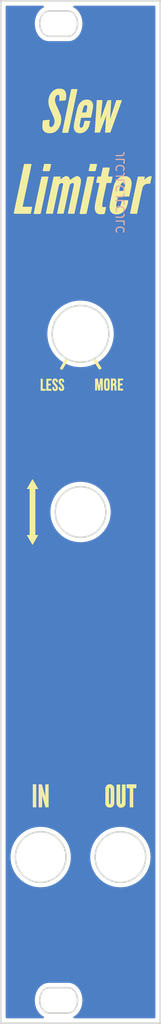
<source format=kicad_pcb>
(kicad_pcb (version 20171130) (host pcbnew "(5.1.10)-1")

  (general
    (thickness 1.6)
    (drawings 345)
    (tracks 0)
    (zones 0)
    (modules 1)
    (nets 1)
  )

  (page A4)
  (title_block
    (title "Slew Limiter")
    (date 2021-10-20)
    (rev 1.2)
    (company "Bell Lab")
  )

  (layers
    (0 F.Cu signal)
    (31 B.Cu signal)
    (32 B.Adhes user hide)
    (33 F.Adhes user hide)
    (34 B.Paste user)
    (35 F.Paste user)
    (36 B.SilkS user)
    (37 F.SilkS user)
    (38 B.Mask user)
    (39 F.Mask user)
    (40 Dwgs.User user hide)
    (41 Cmts.User user hide)
    (42 Eco1.User user hide)
    (43 Eco2.User user hide)
    (44 Edge.Cuts user)
    (45 Margin user hide)
    (46 B.CrtYd user hide)
    (47 F.CrtYd user hide)
    (48 B.Fab user hide)
    (49 F.Fab user hide)
  )

  (setup
    (last_trace_width 0.25)
    (trace_clearance 0.2)
    (zone_clearance 0.508)
    (zone_45_only no)
    (trace_min 0.2)
    (via_size 0.8)
    (via_drill 0.4)
    (via_min_size 0.4)
    (via_min_drill 0.3)
    (uvia_size 0.3)
    (uvia_drill 0.1)
    (uvias_allowed no)
    (uvia_min_size 0.2)
    (uvia_min_drill 0.1)
    (edge_width 0.05)
    (segment_width 0.2)
    (pcb_text_width 0.3)
    (pcb_text_size 1.5 1.5)
    (mod_edge_width 0.12)
    (mod_text_size 1 1)
    (mod_text_width 0.15)
    (pad_size 1.524 1.524)
    (pad_drill 0.762)
    (pad_to_mask_clearance 0)
    (aux_axis_origin 0 0)
    (visible_elements 7EFFFFFF)
    (pcbplotparams
      (layerselection 0x010f0_ffffffff)
      (usegerberextensions true)
      (usegerberattributes false)
      (usegerberadvancedattributes false)
      (creategerberjobfile false)
      (excludeedgelayer true)
      (linewidth 0.100000)
      (plotframeref false)
      (viasonmask false)
      (mode 1)
      (useauxorigin false)
      (hpglpennumber 1)
      (hpglpenspeed 20)
      (hpglpendiameter 15.000000)
      (psnegative false)
      (psa4output false)
      (plotreference true)
      (plotvalue false)
      (plotinvisibletext false)
      (padsonsilk false)
      (subtractmaskfromsilk true)
      (outputformat 1)
      (mirror false)
      (drillshape 0)
      (scaleselection 1)
      (outputdirectory "../05 Gerbers/Front Panel/"))
  )

  (net 0 "")

  (net_class Default "This is the default net class."
    (clearance 0.2)
    (trace_width 0.25)
    (via_dia 0.8)
    (via_drill 0.4)
    (uvia_dia 0.3)
    (uvia_drill 0.1)
  )

  (module "graphics:Slew Limiter Front Panel Graphics" (layer F.Cu) (tedit 0) (tstamp 61707A7A)
    (at 0 0)
    (fp_text reference G*** (at 0 0) (layer F.SilkS) hide
      (effects (font (size 1.524 1.524) (thickness 0.3)))
    )
    (fp_text value LOGO (at 0.75 0) (layer F.SilkS) hide
      (effects (font (size 1.524 1.524) (thickness 0.3)))
    )
    (fp_poly (pts (xy 4.973863 35.324098) (xy 4.975796 35.61742) (xy 4.977827 35.859375) (xy 4.980191 36.05504)
      (xy 4.98312 36.209494) (xy 4.986849 36.327814) (xy 4.991609 36.415076) (xy 4.997636 36.476358)
      (xy 5.005161 36.516739) (xy 5.01442 36.541294) (xy 5.025644 36.555103) (xy 5.030611 36.558675)
      (xy 5.091254 36.574743) (xy 5.129389 36.558675) (xy 5.141444 36.547685) (xy 5.151442 36.527931)
      (xy 5.159616 36.494334) (xy 5.1662 36.441818) (xy 5.171427 36.365305) (xy 5.175531 36.259718)
      (xy 5.178745 36.119979) (xy 5.181301 35.94101) (xy 5.183435 35.717735) (xy 5.185378 35.445076)
      (xy 5.186136 35.324098) (xy 5.193495 34.120667) (xy 5.646134 34.120667) (xy 5.638234 35.371753)
      (xy 5.630333 36.622839) (xy 5.545666 36.759142) (xy 5.472934 36.854221) (xy 5.391231 36.928359)
      (xy 5.360998 36.94713) (xy 5.229087 36.993875) (xy 5.078966 37.014853) (xy 4.940045 37.006391)
      (xy 4.920958 37.002094) (xy 4.775476 36.936701) (xy 4.656223 36.821612) (xy 4.588539 36.711377)
      (xy 4.515555 36.564917) (xy 4.515555 34.120667) (xy 4.966505 34.120667) (xy 4.973863 35.324098)) (layer F.SilkS) (width 0.01))
    (fp_poly (pts (xy 3.843611 34.101629) (xy 3.986986 34.169901) (xy 4.103487 34.286659) (xy 4.134555 34.332613)
      (xy 4.219222 34.468892) (xy 4.227603 35.479228) (xy 4.229299 35.802305) (xy 4.228603 36.072768)
      (xy 4.225531 36.289814) (xy 4.220101 36.452645) (xy 4.212326 36.560458) (xy 4.205249 36.603708)
      (xy 4.150704 36.725579) (xy 4.061612 36.844183) (xy 3.956087 36.936985) (xy 3.920101 36.958442)
      (xy 3.808435 36.99225) (xy 3.669728 37.000819) (xy 3.526831 36.9853) (xy 3.402594 36.946849)
      (xy 3.371964 36.930766) (xy 3.282772 36.858889) (xy 3.203901 36.765119) (xy 3.18852 36.740533)
      (xy 3.118555 36.618333) (xy 3.118555 36.021081) (xy 3.560283 36.021081) (xy 3.56153 36.194558)
      (xy 3.565131 36.327612) (xy 3.571629 36.42558) (xy 3.581568 36.493801) (xy 3.59549 36.537615)
      (xy 3.613937 36.562359) (xy 3.637453 36.573372) (xy 3.666581 36.575993) (xy 3.668889 36.576)
      (xy 3.729382 36.555648) (xy 3.750474 36.537379) (xy 3.759869 36.505971) (xy 3.767118 36.435002)
      (xy 3.772297 36.321431) (xy 3.775481 36.162215) (xy 3.776743 35.954311) (xy 3.776158 35.694679)
      (xy 3.775097 35.5315) (xy 3.772902 35.270912) (xy 3.770526 35.061077) (xy 3.767644 34.896307)
      (xy 3.763932 34.770909) (xy 3.759067 34.679194) (xy 3.752725 34.615471) (xy 3.744581 34.574051)
      (xy 3.734312 34.549242) (xy 3.721595 34.535354) (xy 3.718278 34.533099) (xy 3.657624 34.517036)
      (xy 3.6195 34.533099) (xy 3.606171 34.545274) (xy 3.595366 34.567058) (xy 3.586761 34.604139)
      (xy 3.580031 34.662209) (xy 3.574854 34.746959) (xy 3.570904 34.864077) (xy 3.56786 35.019256)
      (xy 3.565395 35.218184) (xy 3.563188 35.466553) (xy 3.56268 35.5315) (xy 3.560847 35.801841)
      (xy 3.560283 36.021081) (xy 3.118555 36.021081) (xy 3.118555 34.469056) (xy 3.203222 34.332695)
      (xy 3.312309 34.200543) (xy 3.44688 34.117625) (xy 3.61143 34.081494) (xy 3.668889 34.079412)
      (xy 3.843611 34.101629)) (layer F.SilkS) (width 0.01))
    (fp_poly (pts (xy -5.559778 36.971111) (xy -5.983111 36.971111) (xy -5.983111 34.092444) (xy -5.559778 34.092444)
      (xy -5.559778 36.971111)) (layer F.SilkS) (width 0.01))
    (fp_poly (pts (xy -4.007556 36.971111) (xy -4.40048 36.971111) (xy -4.439606 36.837055) (xy -4.458476 36.770422)
      (xy -4.489272 36.65936) (xy -4.529232 36.513939) (xy -4.575592 36.344229) (xy -4.625588 36.160301)
      (xy -4.645311 36.087497) (xy -4.811889 35.471994) (xy -4.819406 36.221552) (xy -4.826922 36.971111)
      (xy -5.249334 36.971111) (xy -5.249334 34.092444) (xy -5.052316 34.092444) (xy -4.948588 34.093789)
      (xy -4.887819 34.100766) (xy -4.856536 34.117787) (xy -4.841266 34.149265) (xy -4.837651 34.162754)
      (xy -4.825516 34.208522) (xy -4.800603 34.300517) (xy -4.765146 34.430558) (xy -4.721382 34.59046)
      (xy -4.671545 34.772042) (xy -4.627595 34.93181) (xy -4.435185 35.630555) (xy -4.425982 34.868555)
      (xy -4.416778 34.106555) (xy -4.007556 34.089971) (xy -4.007556 36.971111)) (layer F.SilkS) (width 0.01))
    (fp_poly (pts (xy 6.999111 34.572222) (xy 6.604 34.572222) (xy 6.604 36.971111) (xy 6.180666 36.971111)
      (xy 6.180666 34.572222) (xy 5.785555 34.572222) (xy 5.785555 34.092444) (xy 6.999111 34.092444)
      (xy 6.999111 34.572222)) (layer F.SilkS) (width 0.01))
    (fp_poly (pts (xy -6.014012 -4.090365) (xy -5.974165 -4.026647) (xy -5.913936 -3.926842) (xy -5.837179 -3.797389)
      (xy -5.747745 -3.644724) (xy -5.667269 -3.506073) (xy -5.312719 -2.892778) (xy -5.672667 -2.876088)
      (xy -5.672667 2.876088) (xy -5.492527 2.884433) (xy -5.312386 2.892778) (xy -5.662923 3.498266)
      (xy -5.759583 3.665011) (xy -5.846664 3.814809) (xy -5.920257 3.940975) (xy -5.976456 4.036822)
      (xy -6.011354 4.095664) (xy -6.021265 4.111561) (xy -6.036878 4.090365) (xy -6.076725 4.026646)
      (xy -6.136953 3.926841) (xy -6.213711 3.797388) (xy -6.303145 3.644724) (xy -6.383621 3.506072)
      (xy -6.73817 2.892778) (xy -6.378222 2.876088) (xy -6.378222 -2.876088) (xy -6.558363 -2.884433)
      (xy -6.738503 -2.892778) (xy -6.387967 -3.498266) (xy -6.291306 -3.665011) (xy -6.204226 -3.814809)
      (xy -6.130633 -3.940975) (xy -6.074434 -4.036822) (xy -6.039535 -4.095664) (xy -6.029624 -4.111561)
      (xy -6.014012 -4.090365)) (layer F.SilkS) (width 0.01))
    (fp_poly (pts (xy -3.047643 -16.686246) (xy -2.941384 -16.623607) (xy -2.875028 -16.521571) (xy -2.85054 -16.382073)
      (xy -2.850445 -16.37159) (xy -2.850445 -16.256) (xy -2.963334 -16.256) (xy -3.035813 -16.259521)
      (xy -3.068036 -16.277593) (xy -3.076094 -16.321481) (xy -3.076222 -16.335022) (xy -3.09413 -16.416274)
      (xy -3.138551 -16.467709) (xy -3.195539 -16.48307) (xy -3.251142 -16.456103) (xy -3.274518 -16.423951)
      (xy -3.289819 -16.336735) (xy -3.253481 -16.231627) (xy -3.166563 -16.110962) (xy -3.101854 -16.042966)
      (xy -3.018417 -15.953269) (xy -2.943925 -15.859145) (xy -2.899895 -15.790333) (xy -2.852447 -15.657223)
      (xy -2.839471 -15.517937) (xy -2.858777 -15.386282) (xy -2.908176 -15.276064) (xy -2.985476 -15.201092)
      (xy -2.99413 -15.196336) (xy -3.089156 -15.167567) (xy -3.206931 -15.15842) (xy -3.319055 -15.169542)
      (xy -3.374808 -15.187635) (xy -3.452041 -15.254247) (xy -3.505321 -15.359961) (xy -3.527536 -15.490004)
      (xy -3.527778 -15.50541) (xy -3.527778 -15.635111) (xy -3.414889 -15.635111) (xy -3.342583 -15.631992)
      (xy -3.310446 -15.613698) (xy -3.302231 -15.566824) (xy -3.302 -15.541978) (xy -3.285362 -15.45512)
      (xy -3.243594 -15.398278) (xy -3.18892 -15.377781) (xy -3.133562 -15.39996) (xy -3.103559 -15.439211)
      (xy -3.083365 -15.52034) (xy -3.105912 -15.614367) (xy -3.173353 -15.726222) (xy -3.287438 -15.860409)
      (xy -3.391923 -15.974838) (xy -3.462298 -16.062612) (xy -3.505379 -16.135947) (xy -3.527982 -16.207059)
      (xy -3.536925 -16.288164) (xy -3.53775 -16.308995) (xy -3.523168 -16.468063) (xy -3.469016 -16.588032)
      (xy -3.376589 -16.667412) (xy -3.247178 -16.704715) (xy -3.191841 -16.707556) (xy -3.047643 -16.686246)) (layer F.SilkS) (width 0.01))
    (fp_poly (pts (xy -2.257421 -16.686246) (xy -2.151162 -16.623607) (xy -2.084806 -16.521571) (xy -2.060318 -16.382073)
      (xy -2.060222 -16.37159) (xy -2.060222 -16.256) (xy -2.173111 -16.256) (xy -2.245591 -16.259521)
      (xy -2.277814 -16.277593) (xy -2.285872 -16.321481) (xy -2.286 -16.335022) (xy -2.303907 -16.416274)
      (xy -2.348329 -16.467709) (xy -2.405316 -16.48307) (xy -2.46092 -16.456103) (xy -2.484295 -16.423951)
      (xy -2.499596 -16.336735) (xy -2.463259 -16.231627) (xy -2.37634 -16.110962) (xy -2.311631 -16.042966)
      (xy -2.228195 -15.953269) (xy -2.153703 -15.859145) (xy -2.109673 -15.790333) (xy -2.062224 -15.657223)
      (xy -2.049249 -15.517937) (xy -2.068555 -15.386282) (xy -2.117954 -15.276064) (xy -2.195254 -15.201092)
      (xy -2.203907 -15.196336) (xy -2.298934 -15.167567) (xy -2.416709 -15.15842) (xy -2.528833 -15.169542)
      (xy -2.584586 -15.187635) (xy -2.661819 -15.254247) (xy -2.715099 -15.359961) (xy -2.737314 -15.490004)
      (xy -2.737556 -15.50541) (xy -2.737556 -15.635111) (xy -2.624667 -15.635111) (xy -2.552361 -15.631992)
      (xy -2.520224 -15.613698) (xy -2.512009 -15.566824) (xy -2.511778 -15.541978) (xy -2.495139 -15.45512)
      (xy -2.453372 -15.398278) (xy -2.398697 -15.377781) (xy -2.34334 -15.39996) (xy -2.313337 -15.439211)
      (xy -2.293142 -15.52034) (xy -2.31569 -15.614367) (xy -2.383131 -15.726222) (xy -2.497216 -15.860409)
      (xy -2.601701 -15.974838) (xy -2.672076 -16.062612) (xy -2.715157 -16.135947) (xy -2.73776 -16.207059)
      (xy -2.746703 -16.288164) (xy -2.747528 -16.308995) (xy -2.732946 -16.468063) (xy -2.678794 -16.588032)
      (xy -2.586366 -16.667412) (xy -2.456956 -16.704715) (xy -2.401619 -16.707556) (xy -2.257421 -16.686246)) (layer F.SilkS) (width 0.01))
    (fp_poly (pts (xy -4.741334 -15.409333) (xy -4.374445 -15.409333) (xy -4.374445 -15.183556) (xy -4.995334 -15.183556)
      (xy -4.995334 -16.679333) (xy -4.741334 -16.679333) (xy -4.741334 -15.409333)) (layer F.SilkS) (width 0.01))
    (fp_poly (pts (xy -3.640667 -16.453556) (xy -4.035778 -16.453556) (xy -4.035778 -16.058445) (xy -3.725334 -16.058445)
      (xy -3.725334 -15.832667) (xy -4.035778 -15.832667) (xy -4.035778 -15.409333) (xy -3.640667 -15.409333)
      (xy -3.640667 -15.183556) (xy -4.289778 -15.183556) (xy -4.289778 -16.679333) (xy -3.640667 -16.679333)
      (xy -3.640667 -16.453556)) (layer F.SilkS) (width 0.01))
    (fp_poly (pts (xy 3.398624 -16.725433) (xy 3.485915 -16.700009) (xy 3.496982 -16.694776) (xy 3.548517 -16.661398)
      (xy 3.587708 -16.616507) (xy 3.616163 -16.552615) (xy 3.635489 -16.462229) (xy 3.647295 -16.337859)
      (xy 3.653189 -16.172014) (xy 3.654778 -15.959667) (xy 3.653153 -15.745394) (xy 3.647207 -15.580011)
      (xy 3.635333 -15.456025) (xy 3.615921 -15.365947) (xy 3.587365 -15.302285) (xy 3.548056 -15.25755)
      (xy 3.496982 -15.224558) (xy 3.39167 -15.193049) (xy 3.26601 -15.187094) (xy 3.148318 -15.206597)
      (xy 3.101285 -15.225879) (xy 3.051437 -15.26001) (xy 3.013553 -15.30615) (xy 2.98608 -15.371795)
      (xy 2.967465 -15.46444) (xy 2.956154 -15.591581) (xy 2.950593 -15.760713) (xy 2.949222 -15.959667)
      (xy 3.189111 -15.959667) (xy 3.190811 -15.766445) (xy 3.196832 -15.622844) (xy 3.20856 -15.522119)
      (xy 3.227378 -15.457523) (xy 3.254669 -15.42231) (xy 3.291818 -15.409734) (xy 3.302 -15.409333)
      (xy 3.358291 -15.432043) (xy 3.385673 -15.463923) (xy 3.396215 -15.511431) (xy 3.404947 -15.605067)
      (xy 3.411263 -15.734527) (xy 3.414554 -15.889509) (xy 3.414889 -15.959667) (xy 3.413189 -16.152889)
      (xy 3.407167 -16.296489) (xy 3.395439 -16.397214) (xy 3.376621 -16.46181) (xy 3.34933 -16.497023)
      (xy 3.312181 -16.5096) (xy 3.302 -16.51) (xy 3.262364 -16.501714) (xy 3.232908 -16.472357)
      (xy 3.212246 -16.415184) (xy 3.198996 -16.323448) (xy 3.191773 -16.190402) (xy 3.189193 -16.009302)
      (xy 3.189111 -15.959667) (xy 2.949222 -15.959667) (xy 2.950847 -16.173939) (xy 2.956792 -16.339323)
      (xy 2.968667 -16.463309) (xy 2.988078 -16.553387) (xy 3.016634 -16.617048) (xy 3.055943 -16.661783)
      (xy 3.107018 -16.694776) (xy 3.188719 -16.72193) (xy 3.286584 -16.735443) (xy 3.302 -16.735778)
      (xy 3.398624 -16.725433)) (layer F.SilkS) (width 0.01))
    (fp_poly (pts (xy 2.607963 -16.707712) (xy 2.626909 -16.707556) (xy 2.794 -16.707556) (xy 2.794 -15.211778)
      (xy 2.568222 -15.211778) (xy 2.565044 -15.698611) (xy 2.561866 -16.185445) (xy 2.489015 -15.698611)
      (xy 2.416164 -15.211778) (xy 2.308749 -15.211778) (xy 2.239575 -15.216716) (xy 2.201816 -15.228974)
      (xy 2.199578 -15.232945) (xy 2.194701 -15.26696) (xy 2.182469 -15.346283) (xy 2.164511 -15.460499)
      (xy 2.142458 -15.599192) (xy 2.132191 -15.663333) (xy 2.066561 -16.072556) (xy 2.063391 -15.642167)
      (xy 2.060222 -15.211778) (xy 1.834444 -15.211778) (xy 1.834444 -16.707556) (xy 2.000718 -16.707556)
      (xy 2.064297 -16.708342) (xy 2.111349 -16.705746) (xy 2.14543 -16.692332) (xy 2.170095 -16.660665)
      (xy 2.188898 -16.603311) (xy 2.205395 -16.512836) (xy 2.22314 -16.381803) (xy 2.245689 -16.20278)
      (xy 2.246998 -16.1925) (xy 2.266064 -16.052304) (xy 2.284331 -15.934651) (xy 2.300058 -15.849627)
      (xy 2.311504 -15.807316) (xy 2.313999 -15.804445) (xy 2.323891 -15.830752) (xy 2.338726 -15.902828)
      (xy 2.356676 -16.010404) (xy 2.375911 -16.143215) (xy 2.380606 -16.178389) (xy 2.404456 -16.362978)
      (xy 2.422815 -16.499129) (xy 2.439081 -16.594143) (xy 2.456652 -16.655322) (xy 2.478928 -16.689966)
      (xy 2.509306 -16.705379) (xy 2.551184 -16.70886) (xy 2.607963 -16.707712)) (layer F.SilkS) (width 0.01))
    (fp_poly (pts (xy 4.187943 -16.705855) (xy 4.271642 -16.698863) (xy 4.328094 -16.683739) (xy 4.371873 -16.657646)
      (xy 4.388459 -16.644056) (xy 4.450212 -16.558203) (xy 4.488912 -16.438507) (xy 4.503314 -16.303189)
      (xy 4.492173 -16.170467) (xy 4.454241 -16.058561) (xy 4.430916 -16.023248) (xy 4.398681 -15.976169)
      (xy 4.404414 -15.942132) (xy 4.431342 -15.910345) (xy 4.469524 -15.848928) (xy 4.495314 -15.75569)
      (xy 4.510086 -15.622771) (xy 4.515215 -15.442311) (xy 4.515245 -15.4305) (xy 4.515555 -15.211778)
      (xy 4.261555 -15.211778) (xy 4.261555 -15.44983) (xy 4.2572 -15.610909) (xy 4.242649 -15.722866)
      (xy 4.215672 -15.792459) (xy 4.174039 -15.826445) (xy 4.135254 -15.832667) (xy 4.064 -15.832667)
      (xy 4.064 -15.211778) (xy 3.81 -15.211778) (xy 3.81 -16.270111) (xy 4.064 -16.270111)
      (xy 4.0654 -16.161735) (xy 4.071613 -16.098134) (xy 4.085653 -16.067667) (xy 4.110538 -16.058694)
      (xy 4.118844 -16.058445) (xy 4.175329 -16.080065) (xy 4.217622 -16.121169) (xy 4.254459 -16.206358)
      (xy 4.261584 -16.300562) (xy 4.242553 -16.388218) (xy 4.200918 -16.453765) (xy 4.140235 -16.48164)
      (xy 4.135254 -16.481778) (xy 4.099013 -16.47922) (xy 4.07777 -16.463618) (xy 4.067522 -16.423081)
      (xy 4.064264 -16.345717) (xy 4.064 -16.270111) (xy 3.81 -16.270111) (xy 3.81 -16.707556)
      (xy 4.062426 -16.707556) (xy 4.187943 -16.705855)) (layer F.SilkS) (width 0.01))
    (fp_poly (pts (xy 5.334 -16.481778) (xy 4.938889 -16.481778) (xy 4.938889 -16.086667) (xy 5.249333 -16.086667)
      (xy 5.249333 -15.860889) (xy 4.938889 -15.860889) (xy 4.938889 -15.437556) (xy 5.334 -15.437556)
      (xy 5.334 -15.211778) (xy 4.684889 -15.211778) (xy 4.684889 -16.707556) (xy 5.334 -16.707556)
      (xy 5.334 -16.481778)) (layer F.SilkS) (width 0.01))
    (fp_poly (pts (xy -1.713479 -19.198103) (xy -1.634417 -19.150719) (xy -1.578266 -19.108945) (xy -1.561191 -19.089108)
      (xy -1.571517 -19.057274) (xy -1.606342 -18.985021) (xy -1.661106 -18.880324) (xy -1.731252 -18.751157)
      (xy -1.812222 -18.605492) (xy -1.89946 -18.451305) (xy -1.988408 -18.296569) (xy -2.074507 -18.149257)
      (xy -2.1532 -18.017344) (xy -2.219931 -17.908803) (xy -2.27014 -17.831608) (xy -2.299271 -17.793732)
      (xy -2.302995 -17.791267) (xy -2.340859 -17.801102) (xy -2.4062 -17.832484) (xy -2.435561 -17.849126)
      (xy -2.508851 -17.895244) (xy -2.563137 -17.934209) (xy -2.573476 -17.943298) (xy -2.574227 -17.969563)
      (xy -2.552938 -18.028017) (xy -2.507991 -18.121853) (xy -2.437769 -18.254261) (xy -2.340657 -18.428432)
      (xy -2.228633 -18.62404) (xy -1.853104 -19.274096) (xy -1.713479 -19.198103)) (layer F.SilkS) (width 0.01))
    (fp_poly (pts (xy 1.867139 -19.243727) (xy 1.910003 -19.177336) (xy 1.972862 -19.078782) (xy 2.050935 -18.955672)
      (xy 2.139439 -18.815609) (xy 2.233589 -18.666198) (xy 2.328604 -18.515043) (xy 2.419699 -18.369748)
      (xy 2.502093 -18.237919) (xy 2.571002 -18.12716) (xy 2.621643 -18.045075) (xy 2.649233 -17.999269)
      (xy 2.652889 -17.99235) (xy 2.630871 -17.972628) (xy 2.57565 -17.935506) (xy 2.503471 -17.8908)
      (xy 2.430581 -17.848323) (xy 2.373226 -17.817891) (xy 2.349076 -17.808812) (xy 2.329085 -17.831917)
      (xy 2.28362 -17.89664) (xy 2.216894 -17.996591) (xy 2.133117 -18.125383) (xy 2.036502 -18.276624)
      (xy 1.947333 -18.418217) (xy 1.843203 -18.585478) (xy 1.749255 -18.738041) (xy 1.669619 -18.869065)
      (xy 1.608424 -18.971709) (xy 1.5698 -19.039132) (xy 1.557844 -19.063436) (xy 1.575429 -19.091564)
      (xy 1.625599 -19.136568) (xy 1.69321 -19.187689) (xy 1.763117 -19.234166) (xy 1.820177 -19.265238)
      (xy 1.849055 -19.270353) (xy 1.867139 -19.243727)) (layer F.SilkS) (width 0.01))
    (fp_poly (pts (xy 5.649575 -42.033842) (xy 5.756096 -42.025958) (xy 5.83952 -42.009843) (xy 5.916471 -41.983052)
      (xy 5.944115 -41.971075) (xy 6.111564 -41.872739) (xy 6.238326 -41.744113) (xy 6.32691 -41.580807)
      (xy 6.379826 -41.37843) (xy 6.398507 -41.176222) (xy 6.400301 -41.08634) (xy 6.398172 -41.000898)
      (xy 6.39079 -40.910739) (xy 6.376828 -40.806705) (xy 6.354958 -40.679639) (xy 6.32385 -40.520383)
      (xy 6.282177 -40.31978) (xy 6.257272 -40.202556) (xy 6.106702 -39.497) (xy 5.39875 -39.489466)
      (xy 4.690797 -39.481932) (xy 4.6483 -39.291911) (xy 4.587791 -39.017866) (xy 4.540337 -38.792899)
      (xy 4.505446 -38.611295) (xy 4.482624 -38.467337) (xy 4.471379 -38.35531) (xy 4.471216 -38.269497)
      (xy 4.481644 -38.204182) (xy 4.502169 -38.15365) (xy 4.532299 -38.112185) (xy 4.545352 -38.098426)
      (xy 4.628383 -38.051078) (xy 4.726547 -38.049302) (xy 4.827692 -38.08926) (xy 4.919663 -38.167113)
      (xy 4.96588 -38.231253) (xy 4.99657 -38.300476) (xy 5.033413 -38.409685) (xy 5.071626 -38.543486)
      (xy 5.104269 -38.676784) (xy 5.18065 -39.017222) (xy 5.581881 -39.025053) (xy 5.745496 -39.029188)
      (xy 5.860966 -39.028888) (xy 5.934477 -39.0162) (xy 5.972215 -38.983175) (xy 5.980366 -38.92186)
      (xy 5.965115 -38.824305) (xy 5.93265 -38.682558) (xy 5.913342 -38.599018) (xy 5.827694 -38.29601)
      (xy 5.717205 -38.038061) (xy 5.578394 -37.817983) (xy 5.476791 -37.697625) (xy 5.280786 -37.51718)
      (xy 5.078096 -37.388733) (xy 4.86135 -37.307842) (xy 4.809799 -37.295722) (xy 4.647047 -37.266857)
      (xy 4.510939 -37.258392) (xy 4.375567 -37.270132) (xy 4.2612 -37.291589) (xy 4.059211 -37.35902)
      (xy 3.897144 -37.465847) (xy 3.774769 -37.612407) (xy 3.691851 -37.799036) (xy 3.648159 -38.026068)
      (xy 3.640666 -38.187451) (xy 3.642225 -38.257229) (xy 3.64758 -38.333861) (xy 3.657746 -38.423046)
      (xy 3.67374 -38.530482) (xy 3.696577 -38.661867) (xy 3.727275 -38.822899) (xy 3.76685 -39.019276)
      (xy 3.816317 -39.256696) (xy 3.876692 -39.540857) (xy 3.908492 -39.689225) (xy 3.972547 -39.986781)
      (xy 4.025736 -40.231471) (xy 4.854222 -40.231471) (xy 4.861236 -40.211098) (xy 4.888735 -40.198606)
      (xy 4.946404 -40.192751) (xy 5.043929 -40.192286) (xy 5.141553 -40.194513) (xy 5.428885 -40.202556)
      (xy 5.509084 -40.555333) (xy 5.555612 -40.791992) (xy 5.576256 -40.979127) (xy 5.571037 -41.117363)
      (xy 5.539978 -41.207325) (xy 5.532332 -41.217619) (xy 5.475887 -41.248482) (xy 5.388815 -41.259953)
      (xy 5.293472 -41.2521) (xy 5.212216 -41.224993) (xy 5.198648 -41.216591) (xy 5.126193 -41.138161)
      (xy 5.055901 -41.00813) (xy 4.989878 -40.831345) (xy 4.93023 -40.612647) (xy 4.923615 -40.583881)
      (xy 4.895518 -40.455536) (xy 4.872882 -40.344755) (xy 4.858314 -40.26479) (xy 4.854222 -40.231471)
      (xy 4.025736 -40.231471) (xy 4.026494 -40.234958) (xy 4.071876 -40.439607) (xy 4.110235 -40.606578)
      (xy 4.143116 -40.741722) (xy 4.172061 -40.85089) (xy 4.198612 -40.93993) (xy 4.224313 -41.014695)
      (xy 4.250707 -41.081034) (xy 4.279336 -41.144797) (xy 4.308105 -41.204445) (xy 4.45934 -41.460485)
      (xy 4.64025 -41.676966) (xy 4.845764 -41.848564) (xy 5.013799 -41.944987) (xy 5.106321 -41.986538)
      (xy 5.182804 -42.013086) (xy 5.261128 -42.027955) (xy 5.359176 -42.034465) (xy 5.494827 -42.03594)
      (xy 5.503333 -42.035941) (xy 5.649575 -42.033842)) (layer F.SilkS) (width 0.01))
    (fp_poly (pts (xy 3.382915 -43.122807) (xy 3.510323 -43.120743) (xy 3.605952 -43.117632) (xy 3.660185 -43.113746)
      (xy 3.668889 -43.111312) (xy 3.663479 -43.080649) (xy 3.648696 -43.005295) (xy 3.626708 -42.89581)
      (xy 3.599684 -42.762753) (xy 3.569793 -42.616685) (xy 3.539204 -42.468166) (xy 3.510085 -42.327757)
      (xy 3.484605 -42.206017) (xy 3.464932 -42.113507) (xy 3.453237 -42.060787) (xy 3.452603 -42.058167)
      (xy 3.447624 -42.029481) (xy 3.456143 -42.011071) (xy 3.487836 -42.000659) (xy 3.552379 -41.995966)
      (xy 3.659447 -41.994715) (xy 3.722274 -41.994667) (xy 3.861866 -41.992545) (xy 3.951579 -41.985652)
      (xy 3.997839 -41.973193) (xy 4.00789 -41.959389) (xy 4.002335 -41.919725) (xy 3.98691 -41.836544)
      (xy 3.963881 -41.721455) (xy 3.935509 -41.586068) (xy 3.931027 -41.565169) (xy 3.85383 -41.206226)
      (xy 3.559158 -41.19828) (xy 3.264487 -41.190333) (xy 2.986657 -39.878) (xy 2.912157 -39.524738)
      (xy 2.849691 -39.222732) (xy 2.799343 -38.968074) (xy 2.761197 -38.756857) (xy 2.735338 -38.585172)
      (xy 2.721849 -38.449111) (xy 2.720814 -38.344765) (xy 2.732318 -38.268226) (xy 2.756444 -38.215587)
      (xy 2.793276 -38.182938) (xy 2.842899 -38.166372) (xy 2.905397 -38.16198) (xy 2.980853 -38.165855)
      (xy 3.023387 -38.169663) (xy 3.210442 -38.187406) (xy 3.12023 -37.756463) (xy 3.085088 -37.586366)
      (xy 3.056135 -37.463188) (xy 3.024936 -37.379332) (xy 2.983058 -37.327201) (xy 2.922065 -37.299196)
      (xy 2.833524 -37.28772) (xy 2.708999 -37.285175) (xy 2.596444 -37.284645) (xy 2.45374 -37.285188)
      (xy 2.351139 -37.291279) (xy 2.27239 -37.305283) (xy 2.201242 -37.329571) (xy 2.159 -37.348387)
      (xy 2.042812 -37.411493) (xy 1.962505 -37.481629) (xy 1.899749 -37.577634) (xy 1.865165 -37.650333)
      (xy 1.812415 -37.822228) (xy 1.787119 -38.029372) (xy 1.7905 -38.257034) (xy 1.804415 -38.381507)
      (xy 1.817329 -38.457398) (xy 1.840686 -38.581592) (xy 1.873099 -38.747202) (xy 1.913179 -38.947338)
      (xy 1.95954 -39.175114) (xy 2.010793 -39.423642) (xy 2.06555 -39.686034) (xy 2.104377 -39.870277)
      (xy 2.159063 -40.129503) (xy 2.209967 -40.372313) (xy 2.255919 -40.593018) (xy 2.29575 -40.78593)
      (xy 2.328291 -40.945363) (xy 2.352371 -41.065627) (xy 2.366822 -41.141037) (xy 2.370666 -41.16541)
      (xy 2.35005 -41.187134) (xy 2.284487 -41.201644) (xy 2.168404 -41.210155) (xy 2.164508 -41.210313)
      (xy 1.95835 -41.218556) (xy 2.041489 -41.606611) (xy 2.124628 -41.994667) (xy 2.558325 -41.994667)
      (xy 2.663918 -42.509722) (xy 2.698187 -42.675859) (xy 2.729374 -42.825145) (xy 2.755417 -42.947867)
      (xy 2.774258 -43.034314) (xy 2.783657 -43.074167) (xy 2.794116 -43.093074) (xy 2.818519 -43.106478)
      (xy 2.865284 -43.115304) (xy 2.942825 -43.120476) (xy 3.059559 -43.122918) (xy 3.223902 -43.123555)
      (xy 3.233346 -43.123556) (xy 3.382915 -43.122807)) (layer F.SilkS) (width 0.01))
    (fp_poly (pts (xy -4.294015 -41.994083) (xy -4.178803 -41.991711) (xy -4.103593 -41.986623) (xy -4.060167 -41.977889)
      (xy -4.040305 -41.964582) (xy -4.035778 -41.947006) (xy -4.04149 -41.912079) (xy -4.057923 -41.827249)
      (xy -4.08402 -41.697505) (xy -4.118727 -41.527835) (xy -4.160986 -41.32323) (xy -4.209742 -41.088677)
      (xy -4.263939 -40.829167) (xy -4.322522 -40.549689) (xy -4.384434 -40.25523) (xy -4.44862 -39.950782)
      (xy -4.514024 -39.641332) (xy -4.57959 -39.33187) (xy -4.644261 -39.027386) (xy -4.706983 -38.732867)
      (xy -4.766699 -38.453304) (xy -4.822354 -38.193685) (xy -4.872891 -37.959) (xy -4.917255 -37.754238)
      (xy -4.95439 -37.584388) (xy -4.983239 -37.454439) (xy -5.002748 -37.369379) (xy -5.011861 -37.3342)
      (xy -5.012101 -37.333702) (xy -5.044069 -37.32533) (xy -5.122239 -37.318237) (xy -5.236378 -37.312984)
      (xy -5.376249 -37.31013) (xy -5.448555 -37.309778) (xy -5.612467 -37.310419) (xy -5.728075 -37.312931)
      (xy -5.803509 -37.318198) (xy -5.846902 -37.327105) (xy -5.866385 -37.340534) (xy -5.870222 -37.355617)
      (xy -5.864511 -37.390104) (xy -5.84808 -37.474516) (xy -5.821984 -37.60387) (xy -5.78728 -37.773182)
      (xy -5.745021 -37.977468) (xy -5.696262 -38.211743) (xy -5.64206 -38.471024) (xy -5.583469 -38.750326)
      (xy -5.521544 -39.044665) (xy -5.45734 -39.349057) (xy -5.391913 -39.658518) (xy -5.326317 -39.968063)
      (xy -5.261607 -40.27271) (xy -5.19884 -40.567472) (xy -5.139069 -40.847367) (xy -5.08335 -41.10741)
      (xy -5.032738 -41.342617) (xy -4.988288 -41.548003) (xy -4.951055 -41.718586) (xy -4.922095 -41.84938)
      (xy -4.902462 -41.935401) (xy -4.893211 -41.971666) (xy -4.892892 -41.972373) (xy -4.861292 -41.980172)
      (xy -4.783456 -41.986781) (xy -4.669588 -41.991677) (xy -4.529893 -41.994337) (xy -4.457446 -41.994667)
      (xy -4.294015 -41.994083)) (layer F.SilkS) (width 0.01))
    (fp_poly (pts (xy 1.463319 -41.994083) (xy 1.57853 -41.991711) (xy 1.65374 -41.986623) (xy 1.697167 -41.977889)
      (xy 1.717028 -41.964582) (xy 1.721555 -41.947006) (xy 1.715843 -41.912079) (xy 1.69941 -41.827249)
      (xy 1.673313 -41.697505) (xy 1.638607 -41.527835) (xy 1.596348 -41.32323) (xy 1.547591 -41.088677)
      (xy 1.493394 -40.829167) (xy 1.434811 -40.549689) (xy 1.372899 -40.25523) (xy 1.308713 -39.950782)
      (xy 1.243309 -39.641332) (xy 1.177744 -39.33187) (xy 1.113072 -39.027386) (xy 1.05035 -38.732867)
      (xy 0.990634 -38.453304) (xy 0.93498 -38.193685) (xy 0.884442 -37.959) (xy 0.840078 -37.754238)
      (xy 0.802944 -37.584388) (xy 0.774094 -37.454439) (xy 0.754585 -37.369379) (xy 0.745473 -37.3342)
      (xy 0.745232 -37.333702) (xy 0.713265 -37.32533) (xy 0.635094 -37.318237) (xy 0.520955 -37.312984)
      (xy 0.381084 -37.31013) (xy 0.308779 -37.309778) (xy 0.144866 -37.310419) (xy 0.029259 -37.312931)
      (xy -0.046176 -37.318198) (xy -0.089569 -37.327105) (xy -0.109052 -37.340534) (xy -0.112889 -37.355617)
      (xy -0.107178 -37.390104) (xy -0.090747 -37.474516) (xy -0.064651 -37.60387) (xy -0.029946 -37.773182)
      (xy 0.012313 -37.977468) (xy 0.061071 -38.211743) (xy 0.115273 -38.471024) (xy 0.173865 -38.750326)
      (xy 0.23579 -39.044665) (xy 0.299993 -39.349057) (xy 0.365421 -39.658518) (xy 0.431017 -39.968063)
      (xy 0.495726 -40.27271) (xy 0.558494 -40.567472) (xy 0.618265 -40.847367) (xy 0.673984 -41.10741)
      (xy 0.724596 -41.342617) (xy 0.769046 -41.548003) (xy 0.806278 -41.718586) (xy 0.835239 -41.84938)
      (xy 0.854872 -41.935401) (xy 0.864122 -41.971666) (xy 0.864442 -41.972373) (xy 0.896041 -41.980172)
      (xy 0.973877 -41.986781) (xy 1.087745 -41.991677) (xy 1.22744 -41.994337) (xy 1.299888 -41.994667)
      (xy 1.463319 -41.994083)) (layer F.SilkS) (width 0.01))
    (fp_poly (pts (xy -6.442764 -43.574648) (xy -6.319469 -43.572694) (xy -6.236782 -43.568401) (xy -6.186787 -43.560925)
      (xy -6.161568 -43.549417) (xy -6.153209 -43.533031) (xy -6.152803 -43.525722) (xy -6.158605 -43.491569)
      (xy -6.175368 -43.406092) (xy -6.202282 -43.273171) (xy -6.238539 -43.096685) (xy -6.283329 -42.880515)
      (xy -6.335842 -42.62854) (xy -6.39527 -42.344639) (xy -6.460804 -42.032693) (xy -6.531633 -41.696581)
      (xy -6.60695 -41.340184) (xy -6.685945 -40.96738) (xy -6.712003 -40.844611) (xy -7.270846 -38.212889)
      (xy -6.685089 -38.212889) (xy -6.509092 -38.211866) (xy -6.352929 -38.209009) (xy -6.225152 -38.204634)
      (xy -6.134318 -38.199059) (xy -6.08898 -38.1926) (xy -6.085604 -38.190678) (xy -6.08631 -38.156635)
      (xy -6.097397 -38.077656) (xy -6.117158 -37.963941) (xy -6.143887 -37.825691) (xy -6.158771 -37.753234)
      (xy -6.245664 -37.338) (xy -7.313832 -37.338) (xy -7.60689 -37.33848) (xy -7.847069 -37.339991)
      (xy -8.03793 -37.342644) (xy -8.183029 -37.346547) (xy -8.285928 -37.35181) (xy -8.350183 -37.358543)
      (xy -8.379354 -37.366853) (xy -8.382 -37.370804) (xy -8.376262 -37.402289) (xy -8.359549 -37.485385)
      (xy -8.332617 -37.616492) (xy -8.29622 -37.792007) (xy -8.251114 -38.008332) (xy -8.198053 -38.261864)
      (xy -8.137792 -38.549002) (xy -8.071086 -38.866146) (xy -7.99869 -39.209694) (xy -7.921358 -39.576046)
      (xy -7.839846 -39.961601) (xy -7.754908 -40.362757) (xy -7.747517 -40.397638) (xy -7.661968 -40.801381)
      (xy -7.579483 -41.190777) (xy -7.500842 -41.562131) (xy -7.426827 -41.911745) (xy -7.358219 -42.235925)
      (xy -7.295801 -42.530974) (xy -7.240354 -42.793197) (xy -7.19266 -43.018897) (xy -7.1535 -43.20438)
      (xy -7.123656 -43.345949) (xy -7.10391 -43.439908) (xy -7.095043 -43.482562) (xy -7.094878 -43.483389)
      (xy -7.076722 -43.575111) (xy -6.614584 -43.575111) (xy -6.442764 -43.574648)) (layer F.SilkS) (width 0.01))
    (fp_poly (pts (xy -0.27666 -42.026265) (xy -0.146814 -41.954031) (xy -0.046727 -41.837865) (xy 0.020978 -41.681226)
      (xy 0.053677 -41.48757) (xy 0.056378 -41.405507) (xy 0.052019 -41.344074) (xy 0.038682 -41.245813)
      (xy 0.015934 -41.108482) (xy -0.01666 -40.929834) (xy -0.059534 -40.707625) (xy -0.113123 -40.439609)
      (xy -0.17786 -40.123541) (xy -0.25418 -39.757176) (xy -0.342517 -39.338269) (xy -0.353348 -39.287182)
      (xy -0.421622 -38.965796) (xy -0.486607 -38.660869) (xy -0.54734 -38.376851) (xy -0.60286 -38.118192)
      (xy -0.652206 -37.889341) (xy -0.694416 -37.694749) (xy -0.728529 -37.538865) (xy -0.753584 -37.42614)
      (xy -0.76862 -37.361023) (xy -0.772688 -37.346127) (xy -0.80282 -37.343202) (xy -0.87912 -37.341713)
      (xy -0.991328 -37.341705) (xy -1.129184 -37.343225) (xy -1.189627 -37.344279) (xy -1.596885 -37.352111)
      (xy -1.20804 -39.172445) (xy -1.141355 -39.486133) (xy -1.078483 -39.784822) (xy -1.02039 -40.063729)
      (xy -0.968043 -40.318071) (xy -0.92241 -40.543065) (xy -0.884456 -40.733927) (xy -0.855149 -40.885873)
      (xy -0.835456 -40.994122) (xy -0.826344 -41.053889) (xy -0.825875 -41.063125) (xy -0.85564 -41.136099)
      (xy -0.920841 -41.176412) (xy -1.01077 -41.183906) (xy -1.114717 -41.158422) (xy -1.221972 -41.099802)
      (xy -1.260507 -41.069549) (xy -1.27839 -41.05358) (xy -1.29461 -41.03573) (xy -1.310189 -41.011904)
      (xy -1.326151 -40.978007) (xy -1.343519 -40.929944) (xy -1.363315 -40.863619) (xy -1.386563 -40.774937)
      (xy -1.414285 -40.659804) (xy -1.447505 -40.514122) (xy -1.487246 -40.333799) (xy -1.53453 -40.114737)
      (xy -1.590381 -39.852843) (xy -1.655821 -39.54402) (xy -1.731874 -39.184174) (xy -1.734028 -39.173977)
      (xy -1.799986 -38.862288) (xy -1.862645 -38.56719) (xy -1.921018 -38.293271) (xy -1.974117 -38.045118)
      (xy -2.020954 -37.82732) (xy -2.060541 -37.644463) (xy -2.09189 -37.501136) (xy -2.114014 -37.401927)
      (xy -2.125925 -37.351422) (xy -2.12765 -37.345832) (xy -2.157673 -37.343012) (xy -2.233873 -37.341611)
      (xy -2.346001 -37.341668) (xy -2.483808 -37.343221) (xy -2.544294 -37.344279) (xy -2.951552 -37.352111)
      (xy -2.562707 -39.172445) (xy -2.496022 -39.486133) (xy -2.43315 -39.784822) (xy -2.375057 -40.063729)
      (xy -2.32271 -40.318071) (xy -2.277076 -40.543065) (xy -2.239123 -40.733927) (xy -2.209816 -40.885873)
      (xy -2.190123 -40.994122) (xy -2.18101 -41.053889) (xy -2.180542 -41.063125) (xy -2.210306 -41.136099)
      (xy -2.275508 -41.176412) (xy -2.365437 -41.183906) (xy -2.469384 -41.158422) (xy -2.576639 -41.099802)
      (xy -2.615174 -41.069549) (xy -2.633074 -41.053563) (xy -2.649308 -41.035694) (xy -2.664899 -41.011842)
      (xy -2.680872 -40.977907) (xy -2.698252 -40.929789) (xy -2.718062 -40.863389) (xy -2.741328 -40.774606)
      (xy -2.769074 -40.65934) (xy -2.802324 -40.513493) (xy -2.842102 -40.332963) (xy -2.889434 -40.113652)
      (xy -2.945344 -39.851459) (xy -3.010856 -39.542284) (xy -3.086994 -39.182028) (xy -3.087896 -39.17776)
      (xy -3.153649 -38.866339) (xy -3.21584 -38.571432) (xy -3.273503 -38.29764) (xy -3.325674 -38.049563)
      (xy -3.371387 -37.831803) (xy -3.409676 -37.64896) (xy -3.439576 -37.505636) (xy -3.460122 -37.406431)
      (xy -3.470348 -37.355946) (xy -3.471334 -37.350391) (xy -3.497956 -37.346145) (xy -3.571424 -37.342525)
      (xy -3.682143 -37.339805) (xy -3.820513 -37.338255) (xy -3.908778 -37.338) (xy -4.093525 -37.33956)
      (xy -4.225332 -37.344406) (xy -4.30762 -37.352788) (xy -4.34381 -37.364956) (xy -4.346222 -37.36999)
      (xy -4.340497 -37.402949) (xy -4.324026 -37.485901) (xy -4.297869 -37.613866) (xy -4.263083 -37.781862)
      (xy -4.220728 -37.984907) (xy -4.171862 -38.218022) (xy -4.117544 -38.476225) (xy -4.058831 -38.754534)
      (xy -3.996783 -39.047969) (xy -3.932458 -39.351549) (xy -3.866915 -39.660291) (xy -3.801212 -39.969216)
      (xy -3.736408 -40.273342) (xy -3.673561 -40.567688) (xy -3.61373 -40.847273) (xy -3.557973 -41.107115)
      (xy -3.50735 -41.342234) (xy -3.462918 -41.547649) (xy -3.425736 -41.718377) (xy -3.396862 -41.849439)
      (xy -3.377356 -41.935853) (xy -3.368275 -41.972638) (xy -3.367925 -41.9735) (xy -3.33669 -41.980873)
      (xy -3.259141 -41.987129) (xy -3.145405 -41.991777) (xy -3.00561 -41.99433) (xy -2.92981 -41.994667)
      (xy -2.504506 -41.994667) (xy -2.523271 -41.853212) (xy -2.537646 -41.761437) (xy -2.552939 -41.688289)
      (xy -2.559592 -41.666005) (xy -2.546116 -41.661481) (xy -2.495803 -41.68563) (xy -2.417342 -41.733755)
      (xy -2.35074 -41.778902) (xy -2.16597 -41.901379) (xy -2.012669 -41.985697) (xy -1.882973 -42.034184)
      (xy -1.769021 -42.049168) (xy -1.662952 -42.032975) (xy -1.589247 -42.004367) (xy -1.488906 -41.930915)
      (xy -1.402816 -41.821385) (xy -1.345967 -41.696138) (xy -1.337641 -41.662594) (xy -1.318639 -41.600536)
      (xy -1.296795 -41.571607) (xy -1.294837 -41.571333) (xy -1.262572 -41.587928) (xy -1.199383 -41.631865)
      (xy -1.117726 -41.694371) (xy -1.100091 -41.708477) (xy -0.964871 -41.807753) (xy -0.819831 -41.898007)
      (xy -0.677513 -41.972792) (xy -0.550458 -42.025661) (xy -0.451207 -42.050165) (xy -0.433639 -42.051111)
      (xy -0.27666 -42.026265)) (layer F.SilkS) (width 0.01))
    (fp_poly (pts (xy 8.908825 -42.040149) (xy 8.917316 -42.019765) (xy 8.911446 -41.979771) (xy 8.895839 -41.894997)
      (xy 8.872514 -41.775866) (xy 8.843495 -41.632805) (xy 8.82488 -41.543111) (xy 8.73335 -41.105667)
      (xy 8.508286 -41.10249) (xy 8.36984 -41.094446) (xy 8.250136 -41.076249) (xy 8.180505 -41.055843)
      (xy 8.05837 -40.985168) (xy 7.94117 -40.885084) (xy 7.847507 -40.773182) (xy 7.808941 -40.704493)
      (xy 7.794446 -40.656982) (xy 7.76981 -40.559707) (xy 7.736271 -40.418189) (xy 7.695069 -40.237949)
      (xy 7.647443 -40.024509) (xy 7.59463 -39.78339) (xy 7.537871 -39.520113) (xy 7.478404 -39.240199)
      (xy 7.449332 -39.101889) (xy 7.389231 -38.814989) (xy 7.331864 -38.541207) (xy 7.278416 -38.286187)
      (xy 7.23007 -38.055573) (xy 7.188008 -37.855009) (xy 7.153415 -37.690138) (xy 7.127474 -37.566606)
      (xy 7.111368 -37.490054) (xy 7.107564 -37.472056) (xy 7.0791 -37.338) (xy 6.643994 -37.338)
      (xy 6.459767 -37.339571) (xy 6.328486 -37.344451) (xy 6.246738 -37.352891) (xy 6.211108 -37.365142)
      (xy 6.208889 -37.36999) (xy 6.214614 -37.402949) (xy 6.231085 -37.485901) (xy 6.257242 -37.613866)
      (xy 6.292028 -37.781862) (xy 6.334383 -37.984907) (xy 6.383249 -38.218022) (xy 6.437568 -38.476225)
      (xy 6.49628 -38.754534) (xy 6.558328 -39.047969) (xy 6.622653 -39.351549) (xy 6.688196 -39.660291)
      (xy 6.753899 -39.969216) (xy 6.818703 -40.273342) (xy 6.88155 -40.567688) (xy 6.941381 -40.847273)
      (xy 6.997138 -41.107115) (xy 7.047761 -41.342234) (xy 7.092193 -41.547649) (xy 7.129375 -41.718377)
      (xy 7.158249 -41.849439) (xy 7.177755 -41.935853) (xy 7.186836 -41.972638) (xy 7.187186 -41.9735)
      (xy 7.218022 -41.980528) (xy 7.293192 -41.986233) (xy 7.4006 -41.990528) (xy 7.528149 -41.993325)
      (xy 7.663743 -41.994536) (xy 7.795285 -41.994074) (xy 7.910678 -41.991851) (xy 7.997827 -41.987778)
      (xy 8.044634 -41.98177) (xy 8.048847 -41.979745) (xy 8.050888 -41.946458) (xy 8.040879 -41.875502)
      (xy 8.025769 -41.803357) (xy 8.005188 -41.712344) (xy 7.991209 -41.643742) (xy 7.987329 -41.617682)
      (xy 8.005922 -41.624002) (xy 8.055823 -41.66193) (xy 8.12757 -41.724046) (xy 8.155246 -41.749345)
      (xy 8.357947 -41.900855) (xy 8.582295 -42.000332) (xy 8.78386 -42.04306) (xy 8.868208 -42.049167)
      (xy 8.908825 -42.040149)) (layer F.SilkS) (width 0.01))
    (fp_poly (pts (xy -3.961257 -43.574328) (xy -3.841872 -43.571489) (xy -3.763564 -43.565856) (xy -3.718657 -43.556694)
      (xy -3.699477 -43.543267) (xy -3.697111 -43.533648) (xy -3.703041 -43.488972) (xy -3.719008 -43.403382)
      (xy -3.742284 -43.289251) (xy -3.770138 -43.158951) (xy -3.79984 -43.024856) (xy -3.82866 -42.899337)
      (xy -3.853867 -42.794768) (xy -3.872732 -42.723521) (xy -3.881273 -42.699061) (xy -3.915119 -42.687019)
      (xy -3.991792 -42.678325) (xy -4.0995 -42.672867) (xy -4.226447 -42.670532) (xy -4.36084 -42.671208)
      (xy -4.490887 -42.674783) (xy -4.604792 -42.681143) (xy -4.690762 -42.690176) (xy -4.737004 -42.701769)
      (xy -4.741742 -42.707278) (xy -4.73615 -42.746081) (xy -4.720477 -42.829403) (xy -4.696831 -42.946649)
      (xy -4.66732 -43.087225) (xy -4.651916 -43.158833) (xy -4.56168 -43.575111) (xy -4.129396 -43.575111)
      (xy -3.961257 -43.574328)) (layer F.SilkS) (width 0.01))
    (fp_poly (pts (xy 1.796076 -43.574328) (xy 1.915461 -43.571489) (xy 1.99377 -43.565856) (xy 2.038676 -43.556694)
      (xy 2.057857 -43.543267) (xy 2.060222 -43.533648) (xy 2.054293 -43.488972) (xy 2.038325 -43.403382)
      (xy 2.015049 -43.289251) (xy 1.987195 -43.158951) (xy 1.957493 -43.024856) (xy 1.928673 -42.899337)
      (xy 1.903466 -42.794768) (xy 1.884602 -42.723521) (xy 1.87606 -42.699061) (xy 1.842214 -42.687019)
      (xy 1.765541 -42.678325) (xy 1.657834 -42.672867) (xy 1.530887 -42.670532) (xy 1.396493 -42.671208)
      (xy 1.266447 -42.674783) (xy 1.152542 -42.681143) (xy 1.066571 -42.690176) (xy 1.020329 -42.701769)
      (xy 1.015591 -42.707278) (xy 1.021183 -42.746081) (xy 1.036856 -42.829403) (xy 1.060502 -42.946649)
      (xy 1.090014 -43.087225) (xy 1.105418 -43.158833) (xy 1.195653 -43.575111) (xy 1.627937 -43.575111)
      (xy 1.796076 -43.574328)) (layer F.SilkS) (width 0.01))
    (fp_poly (pts (xy -2.498722 -52.995427) (xy -2.329887 -52.971059) (xy -2.189543 -52.920449) (xy -2.065568 -52.840539)
      (xy -2.054807 -52.831813) (xy -1.941499 -52.702667) (xy -1.859876 -52.530444) (xy -1.811074 -52.319527)
      (xy -1.796228 -52.074301) (xy -1.807449 -51.876499) (xy -1.819742 -51.748585) (xy -1.832484 -51.657959)
      (xy -1.854529 -51.597346) (xy -1.894728 -51.559475) (xy -1.961935 -51.537073) (xy -2.065 -51.522868)
      (xy -2.212777 -51.509587) (xy -2.259127 -51.505432) (xy -2.402299 -51.493388) (xy -2.524425 -51.485101)
      (xy -2.614994 -51.481134) (xy -2.663493 -51.482047) (xy -2.668537 -51.483574) (xy -2.671458 -51.516416)
      (xy -2.665934 -51.589825) (xy -2.653164 -51.688754) (xy -2.651131 -51.702083) (xy -2.633057 -51.897467)
      (xy -2.645444 -52.05054) (xy -2.687685 -52.159571) (xy -2.759172 -52.22283) (xy -2.839772 -52.239333)
      (xy -2.946732 -52.212044) (xy -3.03975 -52.130867) (xy -3.1179 -51.996839) (xy -3.160572 -51.880938)
      (xy -3.194307 -51.752483) (xy -3.211679 -51.629692) (xy -3.211003 -51.504756) (xy -3.190593 -51.369864)
      (xy -3.148763 -51.217207) (xy -3.083827 -51.038975) (xy -2.994101 -50.827359) (xy -2.879184 -50.577279)
      (xy -2.726663 -50.242579) (xy -2.606119 -49.954268) (xy -2.517513 -49.712247) (xy -2.460807 -49.516419)
      (xy -2.454141 -49.486801) (xy -2.42158 -49.224819) (xy -2.43037 -48.953854) (xy -2.477008 -48.682348)
      (xy -2.557991 -48.418739) (xy -2.669817 -48.171467) (xy -2.808985 -47.948973) (xy -2.97199 -47.759696)
      (xy -3.155333 -47.612077) (xy -3.255543 -47.555548) (xy -3.504596 -47.465054) (xy -3.773329 -47.423139)
      (xy -4.050267 -47.431317) (xy -4.120445 -47.441537) (xy -4.333733 -47.501384) (xy -4.507872 -47.601796)
      (xy -4.64272 -47.74267) (xy -4.716603 -47.871739) (xy -4.745708 -47.942037) (xy -4.764651 -48.008583)
      (xy -4.775261 -48.085805) (xy -4.779369 -48.18813) (xy -4.778805 -48.329985) (xy -4.778381 -48.358778)
      (xy -4.772991 -48.511597) (xy -4.762502 -48.662532) (xy -4.74854 -48.792063) (xy -4.736048 -48.866778)
      (xy -4.699 -49.036111) (xy -4.293268 -49.072527) (xy -4.148372 -49.08471) (xy -4.024712 -49.093548)
      (xy -3.932559 -49.098429) (xy -3.882187 -49.098739) (xy -3.876031 -49.097438) (xy -3.875192 -49.065761)
      (xy -3.885736 -48.99755) (xy -3.896165 -48.948134) (xy -3.918175 -48.814899) (xy -3.929096 -48.667106)
      (xy -3.928859 -48.522836) (xy -3.9174 -48.400171) (xy -3.898435 -48.325542) (xy -3.835076 -48.23961)
      (xy -3.741262 -48.191369) (xy -3.63495 -48.189889) (xy -3.631567 -48.190709) (xy -3.537098 -48.240487)
      (xy -3.445299 -48.336168) (xy -3.36398 -48.467444) (xy -3.300953 -48.624007) (xy -3.299419 -48.629012)
      (xy -3.270649 -48.736782) (xy -3.253582 -48.839855) (xy -3.249826 -48.944528) (xy -3.260986 -49.057102)
      (xy -3.28867 -49.183876) (xy -3.334486 -49.331149) (xy -3.400039 -49.50522) (xy -3.486938 -49.712389)
      (xy -3.596789 -49.958956) (xy -3.691266 -50.165) (xy -3.781248 -50.363171) (xy -3.849838 -50.523878)
      (xy -3.901548 -50.659807) (xy -3.94089 -50.783643) (xy -3.972378 -50.908071) (xy -3.995842 -51.021205)
      (xy -4.029246 -51.319816) (xy -4.016273 -51.614157) (xy -3.95983 -51.897466) (xy -3.862821 -52.162987)
      (xy -3.728155 -52.403959) (xy -3.558737 -52.613623) (xy -3.357473 -52.78522) (xy -3.19636 -52.880475)
      (xy -3.089055 -52.930987) (xy -3.00152 -52.96312) (xy -2.912897 -52.981836) (xy -2.802329 -52.992098)
      (xy -2.708168 -52.99661) (xy -2.498722 -52.995427)) (layer F.SilkS) (width 0.01))
    (fp_poly (pts (xy 1.061864 -51.600069) (xy 1.238134 -51.527023) (xy 1.380293 -51.414548) (xy 1.483065 -51.265335)
      (xy 1.525807 -51.166489) (xy 1.555362 -51.066224) (xy 1.571509 -50.956895) (xy 1.574024 -50.830857)
      (xy 1.562685 -50.680464) (xy 1.537269 -50.498071) (xy 1.497553 -50.276034) (xy 1.446888 -50.023889)
      (xy 1.312073 -49.374778) (xy 0.690535 -49.367199) (xy 0.068996 -49.35962) (xy -0.022135 -48.929755)
      (xy -0.069324 -48.69127) (xy -0.098366 -48.501654) (xy -0.108699 -48.35614) (xy -0.099761 -48.249959)
      (xy -0.070991 -48.178346) (xy -0.021826 -48.136533) (xy 0.048295 -48.119754) (xy 0.073438 -48.118889)
      (xy 0.165969 -48.134346) (xy 0.2433 -48.183993) (xy 0.308505 -48.272742) (xy 0.364659 -48.405503)
      (xy 0.414835 -48.587189) (xy 0.439957 -48.7045) (xy 0.491871 -48.965556) (xy 0.852713 -48.965556)
      (xy 0.987983 -48.963907) (xy 1.100145 -48.959399) (xy 1.178634 -48.952691) (xy 1.212886 -48.94444)
      (xy 1.213555 -48.943068) (xy 1.206278 -48.886637) (xy 1.186922 -48.790967) (xy 1.159204 -48.671008)
      (xy 1.126841 -48.541712) (xy 1.093549 -48.418028) (xy 1.063043 -48.314907) (xy 1.042996 -48.25689)
      (xy 0.920187 -48.010567) (xy 0.763062 -47.802783) (xy 0.575983 -47.63728) (xy 0.363316 -47.5178)
      (xy 0.129424 -47.448084) (xy 0.09271 -47.44214) (xy -0.005135 -47.428642) (xy -0.07885 -47.41969)
      (xy -0.112738 -47.417186) (xy -0.112889 -47.417212) (xy -0.146816 -47.423176) (xy -0.216506 -47.435104)
      (xy -0.256245 -47.441848) (xy -0.452675 -47.498209) (xy -0.609268 -47.594215) (xy -0.726225 -47.730139)
      (xy -0.803744 -47.90625) (xy -0.842028 -48.122821) (xy -0.846525 -48.242382) (xy -0.843954 -48.315902)
      (xy -0.835653 -48.404825) (xy -0.820619 -48.514809) (xy -0.797848 -48.651511) (xy -0.766335 -48.82059)
      (xy -0.725077 -49.027702) (xy -0.673068 -49.278506) (xy -0.609586 -49.57735) (xy -0.540847 -49.89548)
      (xy -0.515813 -50.007732) (xy 0.202978 -50.007732) (xy 0.460721 -50.01581) (xy 0.718465 -50.023889)
      (xy 0.781803 -50.306111) (xy 0.824047 -50.516132) (xy 0.844612 -50.678337) (xy 0.842782 -50.797318)
      (xy 0.81784 -50.877667) (xy 0.769068 -50.923977) (xy 0.695748 -50.940838) (xy 0.68262 -50.941111)
      (xy 0.584715 -50.928295) (xy 0.503262 -50.886215) (xy 0.434647 -50.809425) (xy 0.375261 -50.692479)
      (xy 0.321489 -50.529931) (xy 0.27041 -50.319515) (xy 0.202978 -50.007732) (xy -0.515813 -50.007732)
      (xy -0.480983 -50.163899) (xy -0.427942 -50.388272) (xy -0.379675 -50.574265) (xy -0.334131 -50.727545)
      (xy -0.28926 -50.853777) (xy -0.243012 -50.958626) (xy -0.193336 -51.047759) (xy -0.138182 -51.126841)
      (xy -0.0755 -51.201538) (xy -0.00324 -51.277517) (xy 0.010746 -51.291569) (xy 0.174285 -51.436109)
      (xy 0.335091 -51.535191) (xy 0.508327 -51.59689) (xy 0.626853 -51.619658) (xy 0.856448 -51.631632)
      (xy 1.061864 -51.600069)) (layer F.SilkS) (width 0.01))
    (fp_poly (pts (xy -0.621921 -52.944269) (xy -0.516048 -52.941657) (xy -0.449298 -52.935923) (xy -0.413012 -52.92594)
      (xy -0.398534 -52.910578) (xy -0.396754 -52.8955) (xy -0.402755 -52.861411) (xy -0.419749 -52.775966)
      (xy -0.446929 -52.643005) (xy -0.48349 -52.466372) (xy -0.528625 -52.249906) (xy -0.58153 -51.997451)
      (xy -0.641398 -51.712846) (xy -0.707424 -51.399934) (xy -0.778802 -51.062556) (xy -0.854725 -50.704554)
      (xy -0.93439 -50.329768) (xy -0.969468 -50.165) (xy -1.540541 -47.483889) (xy -1.911108 -47.476029)
      (xy -2.04987 -47.474781) (xy -2.16723 -47.476928) (xy -2.252225 -47.482034) (xy -2.293892 -47.489661)
      (xy -2.296026 -47.49139) (xy -2.291702 -47.520439) (xy -2.276648 -47.600143) (xy -2.251816 -47.725932)
      (xy -2.21816 -47.893238) (xy -2.176633 -48.097494) (xy -2.12819 -48.334131) (xy -2.073782 -48.598581)
      (xy -2.014365 -48.886276) (xy -1.95089 -49.192647) (xy -1.884313 -49.513127) (xy -1.815585 -49.843147)
      (xy -1.745661 -50.17814) (xy -1.675495 -50.513537) (xy -1.606039 -50.84477) (xy -1.538246 -51.167271)
      (xy -1.473072 -51.476472) (xy -1.411468 -51.767804) (xy -1.354389 -52.0367) (xy -1.302788 -52.278591)
      (xy -1.257618 -52.488909) (xy -1.219832 -52.663086) (xy -1.190385 -52.796555) (xy -1.171025 -52.881389)
      (xy -1.162808 -52.9069) (xy -1.146157 -52.924464) (xy -1.111841 -52.935562) (xy -1.050631 -52.941676)
      (xy -0.953295 -52.944289) (xy -0.810605 -52.944882) (xy -0.775574 -52.944889) (xy -0.621921 -52.944269)) (layer F.SilkS) (width 0.01))
    (fp_poly (pts (xy 3.776455 -50.412953) (xy 3.759895 -50.163219) (xy 3.744989 -49.930768) (xy 3.732089 -49.721689)
      (xy 3.721549 -49.542071) (xy 3.71372 -49.398004) (xy 3.708957 -49.295576) (xy 3.70761 -49.240877)
      (xy 3.708126 -49.233667) (xy 3.718506 -49.253602) (xy 3.744503 -49.321972) (xy 3.78431 -49.433525)
      (xy 3.836119 -49.583008) (xy 3.898123 -49.765168) (xy 3.968515 -49.974753) (xy 4.045487 -50.20651)
      (xy 4.103825 -50.383722) (xy 4.490312 -51.562) (xy 4.843502 -51.562) (xy 4.989961 -51.561396)
      (xy 5.088589 -51.558743) (xy 5.147991 -51.552781) (xy 5.176775 -51.542247) (xy 5.183547 -51.525882)
      (xy 5.180583 -51.512611) (xy 5.168596 -51.478623) (xy 5.138974 -51.395802) (xy 5.093251 -51.268407)
      (xy 5.03296 -51.100695) (xy 4.959632 -50.896925) (xy 4.874802 -50.661355) (xy 4.780002 -50.398242)
      (xy 4.676764 -50.111845) (xy 4.566622 -49.806421) (xy 4.451627 -49.487667) (xy 3.738779 -47.512111)
      (xy 3.408725 -47.504171) (xy 3.078672 -47.49623) (xy 3.091788 -47.631171) (xy 3.096913 -47.695786)
      (xy 3.104524 -47.807571) (xy 3.114049 -47.957332) (xy 3.124915 -48.135878) (xy 3.13655 -48.334016)
      (xy 3.146786 -48.514) (xy 3.158865 -48.725059) (xy 3.170939 -48.927573) (xy 3.182379 -49.111621)
      (xy 3.192555 -49.267283) (xy 3.200841 -49.384638) (xy 3.205783 -49.445333) (xy 3.211939 -49.535253)
      (xy 3.21164 -49.59485) (xy 3.204953 -49.611261) (xy 3.204923 -49.611232) (xy 3.19169 -49.581639)
      (xy 3.161605 -49.504712) (xy 3.116825 -49.386265) (xy 3.059508 -49.232111) (xy 2.991812 -49.048062)
      (xy 2.915896 -48.839933) (xy 2.833916 -48.613536) (xy 2.812055 -48.552899) (xy 2.437164 -47.512111)
      (xy 2.106703 -47.504152) (xy 1.776243 -47.496194) (xy 1.79244 -47.673486) (xy 1.797763 -47.740431)
      (xy 1.805997 -47.85541) (xy 1.816771 -48.012551) (xy 1.829714 -48.205979) (xy 1.844456 -48.429823)
      (xy 1.860624 -48.678209) (xy 1.87785 -48.945265) (xy 1.89576 -49.225118) (xy 1.913985 -49.511894)
      (xy 1.932153 -49.799721) (xy 1.949894 -50.082726) (xy 1.966835 -50.355036) (xy 1.982607 -50.610778)
      (xy 1.996839 -50.84408) (xy 2.009159 -51.049068) (xy 2.019196 -51.21987) (xy 2.026579 -51.350613)
      (xy 2.030938 -51.435423) (xy 2.032 -51.465722) (xy 2.032 -51.562) (xy 2.737555 -51.562)
      (xy 2.736633 -51.470278) (xy 2.733624 -51.42206) (xy 2.725452 -51.324491) (xy 2.712758 -51.184364)
      (xy 2.696184 -51.008472) (xy 2.676371 -50.803609) (xy 2.653961 -50.576569) (xy 2.629593 -50.334144)
      (xy 2.626748 -50.306111) (xy 2.602687 -50.066421) (xy 2.581006 -49.844818) (xy 2.562264 -49.647466)
      (xy 2.547021 -49.480529) (xy 2.53584 -49.350172) (xy 2.529279 -49.262558) (xy 2.527899 -49.223853)
      (xy 2.528228 -49.222572) (xy 2.530388 -49.218056) (xy 2.532002 -49.213815) (xy 2.534731 -49.214294)
      (xy 2.540232 -49.22394) (xy 2.550164 -49.2472) (xy 2.566186 -49.288518) (xy 2.589955 -49.352341)
      (xy 2.623131 -49.443115) (xy 2.667373 -49.565287) (xy 2.724338 -49.723302) (xy 2.795686 -49.921607)
      (xy 2.883075 -50.164648) (xy 2.974542 -50.419) (xy 3.380575 -51.547889) (xy 3.617285 -51.555953)
      (xy 3.853996 -51.564016) (xy 3.776455 -50.412953)) (layer F.SilkS) (width 0.01))
  )

  (gr_text JLCJLCJLCJLC (at 5 -40 90) (layer B.SilkS)
    (effects (font (size 1 1) (thickness 0.15)) (justify mirror))
  )
  (gr_curve (pts (xy 10.001241 -63.999517) (xy 10.001241 -63.999517) (xy -10.001241 -63.999517) (xy -10.001241 -63.999517)) (layer Edge.Cuts) (width 0.2))
  (gr_curve (pts (xy 10.001241 63.998828) (xy 10.001241 63.998828) (xy 10.001241 -63.999517) (xy 10.001241 -63.999517)) (layer Edge.Cuts) (width 0.2))
  (gr_curve (pts (xy -10.001241 63.998828) (xy -10.001241 63.998828) (xy 10.001241 63.998828) (xy 10.001241 63.998828)) (layer Edge.Cuts) (width 0.2))
  (gr_curve (pts (xy -10.001241 -63.999517) (xy -10.001241 -63.999517) (xy -10.001241 63.998828) (xy -10.001241 63.998828)) (layer Edge.Cuts) (width 0.2))
  (gr_curve (pts (xy -0.365761 -25.838216) (xy -0.365761 -25.838216) (xy 0 -25.856001) (xy 0 -25.856001)) (layer Edge.Cuts) (width 0.2))
  (gr_curve (pts (xy -0.718819 -25.784881) (xy -0.718819 -25.784881) (xy -0.365761 -25.838216) (xy -0.365761 -25.838216)) (layer Edge.Cuts) (width 0.2))
  (gr_curve (pts (xy -1.059173 -25.695976) (xy -1.059173 -25.695976) (xy -0.718819 -25.784881) (xy -0.718819 -25.784881)) (layer Edge.Cuts) (width 0.2))
  (gr_curve (pts (xy -1.384303 -25.576604) (xy -1.384303 -25.576604) (xy -1.059173 -25.695976) (xy -1.059173 -25.695976)) (layer Edge.Cuts) (width 0.2))
  (gr_curve (pts (xy -1.696709 -25.426742) (xy -1.696709 -25.426742) (xy -1.384303 -25.576604) (xy -1.384303 -25.576604)) (layer Edge.Cuts) (width 0.2))
  (gr_curve (pts (xy -1.98881 -25.248954) (xy -1.98881 -25.248954) (xy -1.696709 -25.426742) (xy -1.696709 -25.426742)) (layer Edge.Cuts) (width 0.2))
  (gr_curve (pts (xy -2.263126 -25.045736) (xy -2.263126 -25.045736) (xy -1.98881 -25.248954) (xy -1.98881 -25.248954)) (layer Edge.Cuts) (width 0.2))
  (gr_curve (pts (xy -2.514596 -24.814613) (xy -2.514596 -24.814613) (xy -2.263126 -25.045736) (xy -2.263126 -25.045736)) (layer Edge.Cuts) (width 0.2))
  (gr_curve (pts (xy -2.745741 -24.563143) (xy -2.745741 -24.563143) (xy -2.514596 -24.814613) (xy -2.514596 -24.814613)) (layer Edge.Cuts) (width 0.2))
  (gr_curve (pts (xy -2.948937 -24.288827) (xy -2.948937 -24.288827) (xy -2.745741 -24.563143) (xy -2.745741 -24.563143)) (layer Edge.Cuts) (width 0.2))
  (gr_curve (pts (xy -3.126725 -23.996726) (xy -3.126725 -23.996726) (xy -2.948937 -24.288827) (xy -2.948937 -24.288827)) (layer Edge.Cuts) (width 0.2))
  (gr_curve (pts (xy -3.276587 -23.684299) (xy -3.276587 -23.684299) (xy -3.126725 -23.996726) (xy -3.126725 -23.996726)) (layer Edge.Cuts) (width 0.2))
  (gr_curve (pts (xy -3.395981 -23.35919) (xy -3.395981 -23.35919) (xy -3.276587 -23.684299) (xy -3.276587 -23.684299)) (layer Edge.Cuts) (width 0.2))
  (gr_curve (pts (xy -3.484864 -23.018814) (xy -3.484864 -23.018814) (xy -3.395981 -23.35919) (xy -3.395981 -23.35919)) (layer Edge.Cuts) (width 0.2))
  (gr_curve (pts (xy -3.53822 -22.665756) (xy -3.53822 -22.665756) (xy -3.484864 -23.018814) (xy -3.484864 -23.018814)) (layer Edge.Cuts) (width 0.2))
  (gr_curve (pts (xy -3.556006 -22.299995) (xy -3.556006 -22.299995) (xy -3.53822 -22.665756) (xy -3.53822 -22.665756)) (layer Edge.Cuts) (width 0.2))
  (gr_curve (pts (xy -3.53822 -21.936774) (xy -3.53822 -21.936774) (xy -3.556006 -22.299995) (xy -3.556006 -22.299995)) (layer Edge.Cuts) (width 0.2))
  (gr_curve (pts (xy -3.484864 -21.583717) (xy -3.484864 -21.583717) (xy -3.53822 -21.936774) (xy -3.53822 -21.936774)) (layer Edge.Cuts) (width 0.2))
  (gr_curve (pts (xy -3.395981 -21.243363) (xy -3.395981 -21.243363) (xy -3.484864 -21.583717) (xy -3.484864 -21.583717)) (layer Edge.Cuts) (width 0.2))
  (gr_curve (pts (xy -3.276587 -20.915712) (xy -3.276587 -20.915712) (xy -3.395981 -21.243363) (xy -3.395981 -21.243363)) (layer Edge.Cuts) (width 0.2))
  (gr_curve (pts (xy -3.126725 -20.605826) (xy -3.126725 -20.605826) (xy -3.276587 -20.915712) (xy -3.276587 -20.915712)) (layer Edge.Cuts) (width 0.2))
  (gr_curve (pts (xy -2.948937 -20.313725) (xy -2.948937 -20.313725) (xy -3.126725 -20.605826) (xy -3.126725 -20.605826)) (layer Edge.Cuts) (width 0.2))
  (gr_curve (pts (xy -2.745741 -20.039409) (xy -2.745741 -20.039409) (xy -2.948937 -20.313725) (xy -2.948937 -20.313725)) (layer Edge.Cuts) (width 0.2))
  (gr_curve (pts (xy -2.514596 -19.785398) (xy -2.514596 -19.785398) (xy -2.745741 -20.039409) (xy -2.745741 -20.039409)) (layer Edge.Cuts) (width 0.2))
  (gr_curve (pts (xy -2.263126 -19.556795) (xy -2.263126 -19.556795) (xy -2.514596 -19.785398) (xy -2.514596 -19.785398)) (layer Edge.Cuts) (width 0.2))
  (gr_curve (pts (xy -1.98881 -19.351058) (xy -1.98881 -19.351058) (xy -2.263126 -19.556795) (xy -2.263126 -19.556795)) (layer Edge.Cuts) (width 0.2))
  (gr_curve (pts (xy -1.696709 -19.173269) (xy -1.696709 -19.173269) (xy -1.98881 -19.351058) (xy -1.98881 -19.351058)) (layer Edge.Cuts) (width 0.2))
  (gr_curve (pts (xy -1.384303 -19.023408) (xy -1.384303 -19.023408) (xy -1.696709 -19.173269) (xy -1.696709 -19.173269)) (layer Edge.Cuts) (width 0.2))
  (gr_curve (pts (xy -1.059173 -18.904014) (xy -1.059173 -18.904014) (xy -1.384303 -19.023408) (xy -1.384303 -19.023408)) (layer Edge.Cuts) (width 0.2))
  (gr_curve (pts (xy -0.718819 -18.817671) (xy -0.718819 -18.817671) (xy -1.059173 -18.904014) (xy -1.059173 -18.904014)) (layer Edge.Cuts) (width 0.2))
  (gr_curve (pts (xy -0.365761 -18.764315) (xy -0.365761 -18.764315) (xy -0.718819 -18.817671) (xy -0.718819 -18.817671)) (layer Edge.Cuts) (width 0.2))
  (gr_curve (pts (xy 0 -18.74401) (xy 0 -18.74401) (xy -0.365761 -18.764315) (xy -0.365761 -18.764315)) (layer Edge.Cuts) (width 0.2))
  (gr_curve (pts (xy 0.36322 -18.764315) (xy 0.36322 -18.764315) (xy 0 -18.74401) (xy 0 -18.74401)) (layer Edge.Cuts) (width 0.2))
  (gr_curve (pts (xy 0.716278 -18.817671) (xy 0.716278 -18.817671) (xy 0.36322 -18.764315) (xy 0.36322 -18.764315)) (layer Edge.Cuts) (width 0.2))
  (gr_curve (pts (xy 1.056653 -18.904014) (xy 1.056653 -18.904014) (xy 0.716278 -18.817671) (xy 0.716278 -18.817671)) (layer Edge.Cuts) (width 0.2))
  (gr_curve (pts (xy 1.384303 -19.023408) (xy 1.384303 -19.023408) (xy 1.056653 -18.904014) (xy 1.056653 -18.904014)) (layer Edge.Cuts) (width 0.2))
  (gr_curve (pts (xy 1.69419 -19.173269) (xy 1.69419 -19.173269) (xy 1.384303 -19.023408) (xy 1.384303 -19.023408)) (layer Edge.Cuts) (width 0.2))
  (gr_curve (pts (xy 1.986291 -19.351058) (xy 1.986291 -19.351058) (xy 1.69419 -19.173269) (xy 1.69419 -19.173269)) (layer Edge.Cuts) (width 0.2))
  (gr_curve (pts (xy 2.260607 -19.556795) (xy 2.260607 -19.556795) (xy 1.986291 -19.351058) (xy 1.986291 -19.351058)) (layer Edge.Cuts) (width 0.2))
  (gr_curve (pts (xy 2.514596 -19.785398) (xy 2.514596 -19.785398) (xy 2.260607 -19.556795) (xy 2.260607 -19.556795)) (layer Edge.Cuts) (width 0.2))
  (gr_curve (pts (xy 2.7432 -20.039409) (xy 2.7432 -20.039409) (xy 2.514596 -19.785398) (xy 2.514596 -19.785398)) (layer Edge.Cuts) (width 0.2))
  (gr_curve (pts (xy 2.948937 -20.313725) (xy 2.948937 -20.313725) (xy 2.7432 -20.039409) (xy 2.7432 -20.039409)) (layer Edge.Cuts) (width 0.2))
  (gr_curve (pts (xy 3.126747 -20.605826) (xy 3.126747 -20.605826) (xy 2.948937 -20.313725) (xy 2.948937 -20.313725)) (layer Edge.Cuts) (width 0.2))
  (gr_curve (pts (xy 3.276608 -20.915712) (xy 3.276608 -20.915712) (xy 3.126747 -20.605826) (xy 3.126747 -20.605826)) (layer Edge.Cuts) (width 0.2))
  (gr_curve (pts (xy 3.395981 -21.243363) (xy 3.395981 -21.243363) (xy 3.276608 -20.915712) (xy 3.276608 -20.915712)) (layer Edge.Cuts) (width 0.2))
  (gr_curve (pts (xy 3.482345 -21.583717) (xy 3.482345 -21.583717) (xy 3.395981 -21.243363) (xy 3.395981 -21.243363)) (layer Edge.Cuts) (width 0.2))
  (gr_curve (pts (xy 3.53822 -21.936774) (xy 3.53822 -21.936774) (xy 3.482345 -21.583717) (xy 3.482345 -21.583717)) (layer Edge.Cuts) (width 0.2))
  (gr_curve (pts (xy 3.556006 -22.299995) (xy 3.556006 -22.299995) (xy 3.53822 -21.936774) (xy 3.53822 -21.936774)) (layer Edge.Cuts) (width 0.2))
  (gr_curve (pts (xy 3.53822 -22.665756) (xy 3.53822 -22.665756) (xy 3.556006 -22.299995) (xy 3.556006 -22.299995)) (layer Edge.Cuts) (width 0.2))
  (gr_curve (pts (xy 3.482345 -23.018814) (xy 3.482345 -23.018814) (xy 3.53822 -22.665756) (xy 3.53822 -22.665756)) (layer Edge.Cuts) (width 0.2))
  (gr_curve (pts (xy 3.395981 -23.35919) (xy 3.395981 -23.35919) (xy 3.482345 -23.018814) (xy 3.482345 -23.018814)) (layer Edge.Cuts) (width 0.2))
  (gr_curve (pts (xy 3.276608 -23.684299) (xy 3.276608 -23.684299) (xy 3.395981 -23.35919) (xy 3.395981 -23.35919)) (layer Edge.Cuts) (width 0.2))
  (gr_curve (pts (xy 3.126747 -23.996726) (xy 3.126747 -23.996726) (xy 3.276608 -23.684299) (xy 3.276608 -23.684299)) (layer Edge.Cuts) (width 0.2))
  (gr_curve (pts (xy 2.948937 -24.288827) (xy 2.948937 -24.288827) (xy 3.126747 -23.996726) (xy 3.126747 -23.996726)) (layer Edge.Cuts) (width 0.2))
  (gr_curve (pts (xy 2.7432 -24.563143) (xy 2.7432 -24.563143) (xy 2.948937 -24.288827) (xy 2.948937 -24.288827)) (layer Edge.Cuts) (width 0.2))
  (gr_curve (pts (xy 2.514596 -24.814613) (xy 2.514596 -24.814613) (xy 2.7432 -24.563143) (xy 2.7432 -24.563143)) (layer Edge.Cuts) (width 0.2))
  (gr_curve (pts (xy 2.260607 -25.045736) (xy 2.260607 -25.045736) (xy 2.514596 -24.814613) (xy 2.514596 -24.814613)) (layer Edge.Cuts) (width 0.2))
  (gr_curve (pts (xy 1.986291 -25.248954) (xy 1.986291 -25.248954) (xy 2.260607 -25.045736) (xy 2.260607 -25.045736)) (layer Edge.Cuts) (width 0.2))
  (gr_curve (pts (xy 1.69419 -25.426742) (xy 1.69419 -25.426742) (xy 1.986291 -25.248954) (xy 1.986291 -25.248954)) (layer Edge.Cuts) (width 0.2))
  (gr_curve (pts (xy 1.384303 -25.576604) (xy 1.384303 -25.576604) (xy 1.69419 -25.426742) (xy 1.69419 -25.426742)) (layer Edge.Cuts) (width 0.2))
  (gr_curve (pts (xy 1.056653 -25.695976) (xy 1.056653 -25.695976) (xy 1.384303 -25.576604) (xy 1.384303 -25.576604)) (layer Edge.Cuts) (width 0.2))
  (gr_curve (pts (xy 0.716278 -25.784881) (xy 0.716278 -25.784881) (xy 1.056653 -25.695976) (xy 1.056653 -25.695976)) (layer Edge.Cuts) (width 0.2))
  (gr_curve (pts (xy 0.36322 -25.838216) (xy 0.36322 -25.838216) (xy 0.716278 -25.784881) (xy 0.716278 -25.784881)) (layer Edge.Cuts) (width 0.2))
  (gr_curve (pts (xy 0 -25.856001) (xy 0 -25.856001) (xy 0.36322 -25.838216) (xy 0.36322 -25.838216)) (layer Edge.Cuts) (width 0.2))
  (gr_curve (pts (xy -5.123179 -61.137805) (xy -5.123179 -61.137805) (xy -5.123179 -61.219066) (xy -5.123179 -61.219066)) (layer Edge.Cuts) (width 0.2))
  (gr_curve (pts (xy -5.110476 -60.896498) (xy -5.110476 -60.896498) (xy -5.123179 -61.137805) (xy -5.123179 -61.137805)) (layer Edge.Cuts) (width 0.2))
  (gr_curve (pts (xy -5.069845 -60.665353) (xy -5.069845 -60.665353) (xy -5.110476 -60.896498) (xy -5.110476 -60.896498)) (layer Edge.Cuts) (width 0.2))
  (gr_curve (pts (xy -5.008867 -60.449454) (xy -5.008867 -60.449454) (xy -5.069845 -60.665353) (xy -5.069845 -60.665353)) (layer Edge.Cuts) (width 0.2))
  (gr_curve (pts (xy -4.925065 -60.251339) (xy -4.925065 -60.251339) (xy -5.008867 -60.449454) (xy -5.008867 -60.449454)) (layer Edge.Cuts) (width 0.2))
  (gr_curve (pts (xy -4.820915 -60.070988) (xy -4.820915 -60.070988) (xy -4.925065 -60.251339) (xy -4.925065 -60.251339)) (layer Edge.Cuts) (width 0.2))
  (gr_curve (pts (xy -4.653268 -59.865251) (xy -4.653268 -59.865251) (xy -4.820915 -60.070988) (xy -4.820915 -60.070988)) (layer Edge.Cuts) (width 0.2))
  (gr_curve (pts (xy -4.462776 -59.707768) (xy -4.462776 -59.707768) (xy -4.653268 -59.865251) (xy -4.653268 -59.865251)) (layer Edge.Cuts) (width 0.2))
  (gr_curve (pts (xy -4.246876 -59.601099) (xy -4.246876 -59.601099) (xy -4.462776 -59.707768) (xy -4.462776 -59.707768)) (layer Edge.Cuts) (width 0.2))
  (gr_curve (pts (xy -4.015732 -59.552846) (xy -4.015732 -59.552846) (xy -4.246876 -59.601099) (xy -4.246876 -59.601099)) (layer Edge.Cuts) (width 0.2))
  (gr_curve (pts (xy -3.954775 -59.550305) (xy -3.954775 -59.550305) (xy -4.015732 -59.552846) (xy -4.015732 -59.552846)) (layer Edge.Cuts) (width 0.2))
  (gr_curve (pts (xy -1.541766 -59.550305) (xy -1.541766 -59.550305) (xy -3.954775 -59.550305) (xy -3.954775 -59.550305)) (layer Edge.Cuts) (width 0.2))
  (gr_curve (pts (xy -1.305561 -59.583313) (xy -1.305561 -59.583313) (xy -1.541766 -59.550305) (xy -1.541766 -59.550305)) (layer Edge.Cuts) (width 0.2))
  (gr_curve (pts (xy -1.087121 -59.674759) (xy -1.087121 -59.674759) (xy -1.305561 -59.583313) (xy -1.305561 -59.583313)) (layer Edge.Cuts) (width 0.2))
  (gr_curve (pts (xy -0.888985 -59.82208) (xy -0.888985 -59.82208) (xy -1.087121 -59.674759) (xy -1.087121 -59.674759)) (layer Edge.Cuts) (width 0.2))
  (gr_curve (pts (xy -0.716278 -60.015113) (xy -0.716278 -60.015113) (xy -0.888985 -59.82208) (xy -0.888985 -59.82208)) (layer Edge.Cuts) (width 0.2))
  (gr_curve (pts (xy -0.604506 -60.187842) (xy -0.604506 -60.187842) (xy -0.716278 -60.015113) (xy -0.716278 -60.015113)) (layer Edge.Cuts) (width 0.2))
  (gr_curve (pts (xy -0.515623 -60.380875) (xy -0.515623 -60.380875) (xy -0.604506 -60.187842) (xy -0.604506 -60.187842)) (layer Edge.Cuts) (width 0.2))
  (gr_curve (pts (xy -0.444503 -60.591693) (xy -0.444503 -60.591693) (xy -0.515623 -60.380875) (xy -0.515623 -60.380875)) (layer Edge.Cuts) (width 0.2))
  (gr_curve (pts (xy -0.396229 -60.817756) (xy -0.396229 -60.817756) (xy -0.444503 -60.591693) (xy -0.444503 -60.591693)) (layer Edge.Cuts) (width 0.2))
  (gr_curve (pts (xy -0.375924 -61.056522) (xy -0.375924 -61.056522) (xy -0.396229 -60.817756) (xy -0.396229 -60.817756)) (layer Edge.Cuts) (width 0.2))
  (gr_curve (pts (xy -0.373383 -61.137805) (xy -0.373383 -61.137805) (xy -0.375924 -61.056522) (xy -0.375924 -61.056522)) (layer Edge.Cuts) (width 0.2))
  (gr_curve (pts (xy -0.386066 -61.379091) (xy -0.386066 -61.379091) (xy -0.373383 -61.137805) (xy -0.373383 -61.137805)) (layer Edge.Cuts) (width 0.2))
  (gr_curve (pts (xy -0.426718 -61.610235) (xy -0.426718 -61.610235) (xy -0.386066 -61.379091) (xy -0.386066 -61.379091)) (layer Edge.Cuts) (width 0.2))
  (gr_curve (pts (xy -0.487674 -61.826135) (xy -0.487674 -61.826135) (xy -0.426718 -61.610235) (xy -0.426718 -61.610235)) (layer Edge.Cuts) (width 0.2))
  (gr_curve (pts (xy -0.574039 -62.026791) (xy -0.574039 -62.026791) (xy -0.487674 -61.826135) (xy -0.487674 -61.826135)) (layer Edge.Cuts) (width 0.2))
  (gr_curve (pts (xy -0.678167 -62.204601) (xy -0.678167 -62.204601) (xy -0.574039 -62.026791) (xy -0.574039 -62.026791)) (layer Edge.Cuts) (width 0.2))
  (gr_curve (pts (xy -0.843273 -62.410337) (xy -0.843273 -62.410337) (xy -0.678167 -62.204601) (xy -0.678167 -62.204601)) (layer Edge.Cuts) (width 0.2))
  (gr_curve (pts (xy -1.036306 -62.567821) (xy -1.036306 -62.567821) (xy -0.843273 -62.410337) (xy -0.843273 -62.410337)) (layer Edge.Cuts) (width 0.2))
  (gr_curve (pts (xy -1.249665 -62.67449) (xy -1.249665 -62.67449) (xy -1.036306 -62.567821) (xy -1.036306 -62.567821)) (layer Edge.Cuts) (width 0.2))
  (gr_curve (pts (xy -1.480809 -62.722764) (xy -1.480809 -62.722764) (xy -1.249665 -62.67449) (xy -1.249665 -62.67449)) (layer Edge.Cuts) (width 0.2))
  (gr_curve (pts (xy -1.541766 -62.725305) (xy -1.541766 -62.725305) (xy -1.480809 -62.722764) (xy -1.480809 -62.722764)) (layer Edge.Cuts) (width 0.2))
  (gr_curve (pts (xy -3.954775 -62.725305) (xy -3.954775 -62.725305) (xy -1.541766 -62.725305) (xy -1.541766 -62.725305)) (layer Edge.Cuts) (width 0.2))
  (gr_curve (pts (xy -4.191001 -62.692275) (xy -4.191001 -62.692275) (xy -3.954775 -62.725305) (xy -3.954775 -62.725305)) (layer Edge.Cuts) (width 0.2))
  (gr_curve (pts (xy -4.409442 -62.60083) (xy -4.409442 -62.60083) (xy -4.191001 -62.692275) (xy -4.191001 -62.692275)) (layer Edge.Cuts) (width 0.2))
  (gr_curve (pts (xy -4.607556 -62.453509) (xy -4.607556 -62.453509) (xy -4.409442 -62.60083) (xy -4.409442 -62.60083)) (layer Edge.Cuts) (width 0.2))
  (gr_curve (pts (xy -4.780285 -62.260476) (xy -4.780285 -62.260476) (xy -4.607556 -62.453509) (xy -4.607556 -62.453509)) (layer Edge.Cuts) (width 0.2))
  (gr_curve (pts (xy -4.892035 -62.087747) (xy -4.892035 -62.087747) (xy -4.780285 -62.260476) (xy -4.780285 -62.260476)) (layer Edge.Cuts) (width 0.2))
  (gr_curve (pts (xy -4.983481 -61.894714) (xy -4.983481 -61.894714) (xy -4.892035 -62.087747) (xy -4.892035 -62.087747)) (layer Edge.Cuts) (width 0.2))
  (gr_curve (pts (xy -5.05206 -61.683896) (xy -5.05206 -61.683896) (xy -4.983481 -61.894714) (xy -4.983481 -61.894714)) (layer Edge.Cuts) (width 0.2))
  (gr_curve (pts (xy -5.100313 -61.457833) (xy -5.100313 -61.457833) (xy -5.05206 -61.683896) (xy -5.05206 -61.683896)) (layer Edge.Cuts) (width 0.2))
  (gr_curve (pts (xy -5.123179 -61.219066) (xy -5.123179 -61.219066) (xy -5.100313 -61.457833) (xy -5.100313 -61.457833)) (layer Edge.Cuts) (width 0.2))
  (gr_curve (pts (xy -5.325127 46.359745) (xy -5.325127 46.359745) (xy -5.640073 46.311492) (xy -5.640073 46.311492)) (layer Edge.Cuts) (width 0.2))
  (gr_curve (pts (xy -4.999996 46.37499) (xy -4.999996 46.37499) (xy -5.325127 46.359745) (xy -5.325127 46.359745)) (layer Edge.Cuts) (width 0.2))
  (gr_curve (pts (xy -4.674886 46.359745) (xy -4.674886 46.359745) (xy -4.999996 46.37499) (xy -4.999996 46.37499)) (layer Edge.Cuts) (width 0.2))
  (gr_curve (pts (xy -4.359919 46.311492) (xy -4.359919 46.311492) (xy -4.674886 46.359745) (xy -4.674886 46.359745)) (layer Edge.Cuts) (width 0.2))
  (gr_curve (pts (xy -4.057654 46.23275) (xy -4.057654 46.23275) (xy -4.359919 46.311492) (xy -4.359919 46.311492)) (layer Edge.Cuts) (width 0.2))
  (gr_curve (pts (xy -3.765553 46.12606) (xy -3.765553 46.12606) (xy -4.057654 46.23275) (xy -4.057654 46.23275)) (layer Edge.Cuts) (width 0.2))
  (gr_curve (pts (xy -3.486156 45.993984) (xy -3.486156 45.993984) (xy -3.765553 46.12606) (xy -3.765553 46.12606)) (layer Edge.Cuts) (width 0.2))
  (gr_curve (pts (xy -3.224544 45.833959) (xy -3.224544 45.833959) (xy -3.486156 45.993984) (xy -3.486156 45.993984)) (layer Edge.Cuts) (width 0.2))
  (gr_curve (pts (xy -2.980696 45.651089) (xy -2.980696 45.651089) (xy -3.224544 45.833959) (xy -3.224544 45.833959)) (layer Edge.Cuts) (width 0.2))
  (gr_curve (pts (xy -2.754633 45.445352) (xy -2.754633 45.445352) (xy -2.980696 45.651089) (xy -2.980696 45.651089)) (layer Edge.Cuts) (width 0.2))
  (gr_curve (pts (xy -2.551437 45.22183) (xy -2.551437 45.22183) (xy -2.754633 45.445352) (xy -2.754633 45.445352)) (layer Edge.Cuts) (width 0.2))
  (gr_curve (pts (xy -2.368567 44.975441) (xy -2.368567 44.975441) (xy -2.551437 45.22183) (xy -2.551437 45.22183)) (layer Edge.Cuts) (width 0.2))
  (gr_curve (pts (xy -2.208543 44.713829) (xy -2.208543 44.713829) (xy -2.368567 44.975441) (xy -2.368567 44.975441)) (layer Edge.Cuts) (width 0.2))
  (gr_curve (pts (xy -2.073925 44.436973) (xy -2.073925 44.436973) (xy -2.208543 44.713829) (xy -2.208543 44.713829)) (layer Edge.Cuts) (width 0.2))
  (gr_curve (pts (xy -1.967235 44.144872) (xy -1.967235 44.144872) (xy -2.073925 44.436973) (xy -2.073925 44.436973)) (layer Edge.Cuts) (width 0.2))
  (gr_curve (pts (xy -1.891034 43.840067) (xy -1.891034 43.840067) (xy -1.967235 44.144872) (xy -1.967235 44.144872)) (layer Edge.Cuts) (width 0.2))
  (gr_curve (pts (xy -1.842781 43.525099) (xy -1.842781 43.525099) (xy -1.891034 43.840067) (xy -1.891034 43.840067)) (layer Edge.Cuts) (width 0.2))
  (gr_curve (pts (xy -1.824996 43.19999) (xy -1.824996 43.19999) (xy -1.842781 43.525099) (xy -1.842781 43.525099)) (layer Edge.Cuts) (width 0.2))
  (gr_curve (pts (xy -1.842781 42.8774) (xy -1.842781 42.8774) (xy -1.824996 43.19999) (xy -1.824996 43.19999)) (layer Edge.Cuts) (width 0.2))
  (gr_curve (pts (xy -1.891034 42.559912) (xy -1.891034 42.559912) (xy -1.842781 42.8774) (xy -1.842781 42.8774)) (layer Edge.Cuts) (width 0.2))
  (gr_curve (pts (xy -1.967235 42.257648) (xy -1.967235 42.257648) (xy -1.891034 42.559912) (xy -1.891034 42.559912)) (layer Edge.Cuts) (width 0.2))
  (gr_curve (pts (xy -2.073925 41.965547) (xy -2.073925 41.965547) (xy -1.967235 42.257648) (xy -1.967235 42.257648)) (layer Edge.Cuts) (width 0.2))
  (gr_curve (pts (xy -2.208543 41.688691) (xy -2.208543 41.688691) (xy -2.073925 41.965547) (xy -2.073925 41.965547)) (layer Edge.Cuts) (width 0.2))
  (gr_curve (pts (xy -2.368567 41.427057) (xy -2.368567 41.427057) (xy -2.208543 41.688691) (xy -2.208543 41.688691)) (layer Edge.Cuts) (width 0.2))
  (gr_curve (pts (xy -2.551437 41.18069) (xy -2.551437 41.18069) (xy -2.368567 41.427057) (xy -2.368567 41.427057)) (layer Edge.Cuts) (width 0.2))
  (gr_curve (pts (xy -2.754633 40.957168) (xy -2.754633 40.957168) (xy -2.551437 41.18069) (xy -2.551437 41.18069)) (layer Edge.Cuts) (width 0.2))
  (gr_curve (pts (xy -2.980696 40.751431) (xy -2.980696 40.751431) (xy -2.754633 40.957168) (xy -2.754633 40.957168)) (layer Edge.Cuts) (width 0.2))
  (gr_curve (pts (xy -3.224544 40.56854) (xy -3.224544 40.56854) (xy -2.980696 40.751431) (xy -2.980696 40.751431)) (layer Edge.Cuts) (width 0.2))
  (gr_curve (pts (xy -3.486156 40.408536) (xy -3.486156 40.408536) (xy -3.224544 40.56854) (xy -3.224544 40.56854)) (layer Edge.Cuts) (width 0.2))
  (gr_curve (pts (xy -3.765553 40.276439) (xy -3.765553 40.276439) (xy -3.486156 40.408536) (xy -3.486156 40.408536)) (layer Edge.Cuts) (width 0.2))
  (gr_curve (pts (xy -4.057654 40.16977) (xy -4.057654 40.16977) (xy -3.765553 40.276439) (xy -3.765553 40.276439)) (layer Edge.Cuts) (width 0.2))
  (gr_curve (pts (xy -4.359919 40.091028) (xy -4.359919 40.091028) (xy -4.057654 40.16977) (xy -4.057654 40.16977)) (layer Edge.Cuts) (width 0.2))
  (gr_curve (pts (xy -4.674886 40.042775) (xy -4.674886 40.042775) (xy -4.359919 40.091028) (xy -4.359919 40.091028)) (layer Edge.Cuts) (width 0.2))
  (gr_curve (pts (xy -4.999996 40.02499) (xy -4.999996 40.02499) (xy -4.674886 40.042775) (xy -4.674886 40.042775)) (layer Edge.Cuts) (width 0.2))
  (gr_curve (pts (xy -5.325127 40.042775) (xy -5.325127 40.042775) (xy -4.999996 40.02499) (xy -4.999996 40.02499)) (layer Edge.Cuts) (width 0.2))
  (gr_curve (pts (xy -5.640073 40.091028) (xy -5.640073 40.091028) (xy -5.325127 40.042775) (xy -5.325127 40.042775)) (layer Edge.Cuts) (width 0.2))
  (gr_curve (pts (xy -5.944878 40.16977) (xy -5.944878 40.16977) (xy -5.640073 40.091028) (xy -5.640073 40.091028)) (layer Edge.Cuts) (width 0.2))
  (gr_curve (pts (xy -6.236979 40.276439) (xy -6.236979 40.276439) (xy -5.944878 40.16977) (xy -5.944878 40.16977)) (layer Edge.Cuts) (width 0.2))
  (gr_curve (pts (xy -6.513835 40.408536) (xy -6.513835 40.408536) (xy -6.236979 40.276439) (xy -6.236979 40.276439)) (layer Edge.Cuts) (width 0.2))
  (gr_curve (pts (xy -6.775469 40.56854) (xy -6.775469 40.56854) (xy -6.513835 40.408536) (xy -6.513835 40.408536)) (layer Edge.Cuts) (width 0.2))
  (gr_curve (pts (xy -7.019295 40.751431) (xy -7.019295 40.751431) (xy -6.775469 40.56854) (xy -6.775469 40.56854)) (layer Edge.Cuts) (width 0.2))
  (gr_curve (pts (xy -7.245358 40.957168) (xy -7.245358 40.957168) (xy -7.019295 40.751431) (xy -7.019295 40.751431)) (layer Edge.Cuts) (width 0.2))
  (gr_curve (pts (xy -7.451095 41.18069) (xy -7.451095 41.18069) (xy -7.245358 40.957168) (xy -7.245358 40.957168)) (layer Edge.Cuts) (width 0.2))
  (gr_curve (pts (xy -7.633987 41.427057) (xy -7.633987 41.427057) (xy -7.451095 41.18069) (xy -7.451095 41.18069)) (layer Edge.Cuts) (width 0.2))
  (gr_curve (pts (xy -7.791449 41.688691) (xy -7.791449 41.688691) (xy -7.633987 41.427057) (xy -7.633987 41.427057)) (layer Edge.Cuts) (width 0.2))
  (gr_curve (pts (xy -7.926088 41.965547) (xy -7.926088 41.965547) (xy -7.791449 41.688691) (xy -7.791449 41.688691)) (layer Edge.Cuts) (width 0.2))
  (gr_curve (pts (xy -8.032756 42.257648) (xy -8.032756 42.257648) (xy -7.926088 41.965547) (xy -7.926088 41.965547)) (layer Edge.Cuts) (width 0.2))
  (gr_curve (pts (xy -8.111498 42.559912) (xy -8.111498 42.559912) (xy -8.032756 42.257648) (xy -8.032756 42.257648)) (layer Edge.Cuts) (width 0.2))
  (gr_curve (pts (xy -8.159751 42.8774) (xy -8.159751 42.8774) (xy -8.111498 42.559912) (xy -8.111498 42.559912)) (layer Edge.Cuts) (width 0.2))
  (gr_curve (pts (xy -8.174996 43.19999) (xy -8.174996 43.19999) (xy -8.159751 42.8774) (xy -8.159751 42.8774)) (layer Edge.Cuts) (width 0.2))
  (gr_curve (pts (xy -8.159751 43.525099) (xy -8.159751 43.525099) (xy -8.174996 43.19999) (xy -8.174996 43.19999)) (layer Edge.Cuts) (width 0.2))
  (gr_curve (pts (xy -8.111498 43.840067) (xy -8.111498 43.840067) (xy -8.159751 43.525099) (xy -8.159751 43.525099)) (layer Edge.Cuts) (width 0.2))
  (gr_curve (pts (xy -8.032756 44.144872) (xy -8.032756 44.144872) (xy -8.111498 43.840067) (xy -8.111498 43.840067)) (layer Edge.Cuts) (width 0.2))
  (gr_curve (pts (xy -7.926088 44.436973) (xy -7.926088 44.436973) (xy -8.032756 44.144872) (xy -8.032756 44.144872)) (layer Edge.Cuts) (width 0.2))
  (gr_curve (pts (xy -7.791449 44.713829) (xy -7.791449 44.713829) (xy -7.926088 44.436973) (xy -7.926088 44.436973)) (layer Edge.Cuts) (width 0.2))
  (gr_curve (pts (xy -7.633987 44.975441) (xy -7.633987 44.975441) (xy -7.791449 44.713829) (xy -7.791449 44.713829)) (layer Edge.Cuts) (width 0.2))
  (gr_curve (pts (xy -7.451095 45.22183) (xy -7.451095 45.22183) (xy -7.633987 44.975441) (xy -7.633987 44.975441)) (layer Edge.Cuts) (width 0.2))
  (gr_curve (pts (xy -7.245358 45.445352) (xy -7.245358 45.445352) (xy -7.451095 45.22183) (xy -7.451095 45.22183)) (layer Edge.Cuts) (width 0.2))
  (gr_curve (pts (xy -7.019295 45.651089) (xy -7.019295 45.651089) (xy -7.245358 45.445352) (xy -7.245358 45.445352)) (layer Edge.Cuts) (width 0.2))
  (gr_curve (pts (xy -6.775469 45.833959) (xy -6.775469 45.833959) (xy -7.019295 45.651089) (xy -7.019295 45.651089)) (layer Edge.Cuts) (width 0.2))
  (gr_curve (pts (xy -6.513835 45.993984) (xy -6.513835 45.993984) (xy -6.775469 45.833959) (xy -6.775469 45.833959)) (layer Edge.Cuts) (width 0.2))
  (gr_curve (pts (xy -6.236979 46.12606) (xy -6.236979 46.12606) (xy -6.513835 45.993984) (xy -6.513835 45.993984)) (layer Edge.Cuts) (width 0.2))
  (gr_curve (pts (xy -5.944878 46.23275) (xy -5.944878 46.23275) (xy -6.236979 46.12606) (xy -6.236979 46.12606)) (layer Edge.Cuts) (width 0.2))
  (gr_curve (pts (xy -5.640073 46.311492) (xy -5.640073 46.311492) (xy -5.944878 46.23275) (xy -5.944878 46.23275)) (layer Edge.Cuts) (width 0.2))
  (gr_curve (pts (xy -0.373383 61.137784) (xy -0.373383 61.137784) (xy -0.375924 61.219066) (xy -0.375924 61.219066)) (layer Edge.Cuts) (width 0.2))
  (gr_curve (pts (xy -0.386066 60.896498) (xy -0.386066 60.896498) (xy -0.373383 61.137784) (xy -0.373383 61.137784)) (layer Edge.Cuts) (width 0.2))
  (gr_curve (pts (xy -0.426718 60.665353) (xy -0.426718 60.665353) (xy -0.386066 60.896498) (xy -0.386066 60.896498)) (layer Edge.Cuts) (width 0.2))
  (gr_curve (pts (xy -0.487674 60.449454) (xy -0.487674 60.449454) (xy -0.426718 60.665353) (xy -0.426718 60.665353)) (layer Edge.Cuts) (width 0.2))
  (gr_curve (pts (xy -0.574039 60.248798) (xy -0.574039 60.248798) (xy -0.487674 60.449454) (xy -0.487674 60.449454)) (layer Edge.Cuts) (width 0.2))
  (gr_curve (pts (xy -0.678167 60.070988) (xy -0.678167 60.070988) (xy -0.574039 60.248798) (xy -0.574039 60.248798)) (layer Edge.Cuts) (width 0.2))
  (gr_curve (pts (xy -0.843273 59.865251) (xy -0.843273 59.865251) (xy -0.678167 60.070988) (xy -0.678167 60.070988)) (layer Edge.Cuts) (width 0.2))
  (gr_curve (pts (xy -1.036306 59.707768) (xy -1.036306 59.707768) (xy -0.843273 59.865251) (xy -0.843273 59.865251)) (layer Edge.Cuts) (width 0.2))
  (gr_curve (pts (xy -1.249665 59.601099) (xy -1.249665 59.601099) (xy -1.036306 59.707768) (xy -1.036306 59.707768)) (layer Edge.Cuts) (width 0.2))
  (gr_curve (pts (xy -1.480809 59.552824) (xy -1.480809 59.552824) (xy -1.249665 59.601099) (xy -1.249665 59.601099)) (layer Edge.Cuts) (width 0.2))
  (gr_curve (pts (xy -1.541766 59.550284) (xy -1.541766 59.550284) (xy -1.480809 59.552824) (xy -1.480809 59.552824)) (layer Edge.Cuts) (width 0.2))
  (gr_curve (pts (xy -3.954775 59.550284) (xy -3.954775 59.550284) (xy -1.541766 59.550284) (xy -1.541766 59.550284)) (layer Edge.Cuts) (width 0.2))
  (gr_curve (pts (xy -4.191001 59.583313) (xy -4.191001 59.583313) (xy -3.954775 59.550284) (xy -3.954775 59.550284)) (layer Edge.Cuts) (width 0.2))
  (gr_curve (pts (xy -4.409442 59.674759) (xy -4.409442 59.674759) (xy -4.191001 59.583313) (xy -4.191001 59.583313)) (layer Edge.Cuts) (width 0.2))
  (gr_curve (pts (xy -4.607556 59.82208) (xy -4.607556 59.82208) (xy -4.409442 59.674759) (xy -4.409442 59.674759)) (layer Edge.Cuts) (width 0.2))
  (gr_curve (pts (xy -4.780285 60.015113) (xy -4.780285 60.015113) (xy -4.607556 59.82208) (xy -4.607556 59.82208)) (layer Edge.Cuts) (width 0.2))
  (gr_curve (pts (xy -4.892035 60.187842) (xy -4.892035 60.187842) (xy -4.780285 60.015113) (xy -4.780285 60.015113)) (layer Edge.Cuts) (width 0.2))
  (gr_curve (pts (xy -4.983481 60.380875) (xy -4.983481 60.380875) (xy -4.892035 60.187842) (xy -4.892035 60.187842)) (layer Edge.Cuts) (width 0.2))
  (gr_curve (pts (xy -5.05206 60.591693) (xy -5.05206 60.591693) (xy -4.983481 60.380875) (xy -4.983481 60.380875)) (layer Edge.Cuts) (width 0.2))
  (gr_curve (pts (xy -5.100313 60.817756) (xy -5.100313 60.817756) (xy -5.05206 60.591693) (xy -5.05206 60.591693)) (layer Edge.Cuts) (width 0.2))
  (gr_curve (pts (xy -5.123179 61.056522) (xy -5.123179 61.056522) (xy -5.100313 60.817756) (xy -5.100313 60.817756)) (layer Edge.Cuts) (width 0.2))
  (gr_curve (pts (xy -5.123179 61.137784) (xy -5.123179 61.137784) (xy -5.123179 61.056522) (xy -5.123179 61.056522)) (layer Edge.Cuts) (width 0.2))
  (gr_curve (pts (xy -5.110476 61.379091) (xy -5.110476 61.379091) (xy -5.123179 61.137784) (xy -5.123179 61.137784)) (layer Edge.Cuts) (width 0.2))
  (gr_curve (pts (xy -5.069845 61.610235) (xy -5.069845 61.610235) (xy -5.110476 61.379091) (xy -5.110476 61.379091)) (layer Edge.Cuts) (width 0.2))
  (gr_curve (pts (xy -5.008867 61.826135) (xy -5.008867 61.826135) (xy -5.069845 61.610235) (xy -5.069845 61.610235)) (layer Edge.Cuts) (width 0.2))
  (gr_curve (pts (xy -4.925065 62.02425) (xy -4.925065 62.02425) (xy -5.008867 61.826135) (xy -5.008867 61.826135)) (layer Edge.Cuts) (width 0.2))
  (gr_curve (pts (xy -4.820915 62.204601) (xy -4.820915 62.204601) (xy -4.925065 62.02425) (xy -4.925065 62.02425)) (layer Edge.Cuts) (width 0.2))
  (gr_curve (pts (xy -4.653268 62.410337) (xy -4.653268 62.410337) (xy -4.820915 62.204601) (xy -4.820915 62.204601)) (layer Edge.Cuts) (width 0.2))
  (gr_curve (pts (xy -4.462776 62.567821) (xy -4.462776 62.567821) (xy -4.653268 62.410337) (xy -4.653268 62.410337)) (layer Edge.Cuts) (width 0.2))
  (gr_curve (pts (xy -4.246876 62.67449) (xy -4.246876 62.67449) (xy -4.462776 62.567821) (xy -4.462776 62.567821)) (layer Edge.Cuts) (width 0.2))
  (gr_curve (pts (xy -4.015732 62.722743) (xy -4.015732 62.722743) (xy -4.246876 62.67449) (xy -4.246876 62.67449)) (layer Edge.Cuts) (width 0.2))
  (gr_curve (pts (xy -3.954775 62.725284) (xy -3.954775 62.725284) (xy -4.015732 62.722743) (xy -4.015732 62.722743)) (layer Edge.Cuts) (width 0.2))
  (gr_curve (pts (xy -1.541766 62.725284) (xy -1.541766 62.725284) (xy -3.954775 62.725284) (xy -3.954775 62.725284)) (layer Edge.Cuts) (width 0.2))
  (gr_curve (pts (xy -1.305561 62.692275) (xy -1.305561 62.692275) (xy -1.541766 62.725284) (xy -1.541766 62.725284)) (layer Edge.Cuts) (width 0.2))
  (gr_curve (pts (xy -1.087121 62.60083) (xy -1.087121 62.60083) (xy -1.305561 62.692275) (xy -1.305561 62.692275)) (layer Edge.Cuts) (width 0.2))
  (gr_curve (pts (xy -0.888985 62.453509) (xy -0.888985 62.453509) (xy -1.087121 62.60083) (xy -1.087121 62.60083)) (layer Edge.Cuts) (width 0.2))
  (gr_curve (pts (xy -0.716278 62.260476) (xy -0.716278 62.260476) (xy -0.888985 62.453509) (xy -0.888985 62.453509)) (layer Edge.Cuts) (width 0.2))
  (gr_curve (pts (xy -0.604506 62.087747) (xy -0.604506 62.087747) (xy -0.716278 62.260476) (xy -0.716278 62.260476)) (layer Edge.Cuts) (width 0.2))
  (gr_curve (pts (xy -0.515623 61.894714) (xy -0.515623 61.894714) (xy -0.604506 62.087747) (xy -0.604506 62.087747)) (layer Edge.Cuts) (width 0.2))
  (gr_curve (pts (xy -0.444503 61.683896) (xy -0.444503 61.683896) (xy -0.515623 61.894714) (xy -0.515623 61.894714)) (layer Edge.Cuts) (width 0.2))
  (gr_curve (pts (xy -0.396229 61.457833) (xy -0.396229 61.457833) (xy -0.444503 61.683896) (xy -0.444503 61.683896)) (layer Edge.Cuts) (width 0.2))
  (gr_curve (pts (xy -0.375924 61.219066) (xy -0.375924 61.219066) (xy -0.396229 61.457833) (xy -0.396229 61.457833)) (layer Edge.Cuts) (width 0.2))
  (gr_curve (pts (xy 1.775473 2.63399) (xy 1.775473 2.63399) (xy 1.513839 2.791474) (xy 1.513839 2.791474)) (layer Edge.Cuts) (width 0.2))
  (gr_curve (pts (xy 2.019299 2.451099) (xy 2.019299 2.451099) (xy 1.775473 2.63399) (xy 1.775473 2.63399)) (layer Edge.Cuts) (width 0.2))
  (gr_curve (pts (xy 2.245362 2.245362) (xy 2.245362 2.245362) (xy 2.019299 2.451099) (xy 2.019299 2.451099)) (layer Edge.Cuts) (width 0.2))
  (gr_curve (pts (xy 2.448558 2.019299) (xy 2.448558 2.019299) (xy 2.245362 2.245362) (xy 2.245362 2.245362)) (layer Edge.Cuts) (width 0.2))
  (gr_curve (pts (xy 2.63145 1.775473) (xy 2.63145 1.775473) (xy 2.448558 2.019299) (xy 2.448558 2.019299)) (layer Edge.Cuts) (width 0.2))
  (gr_curve (pts (xy 2.791453 1.513839) (xy 2.791453 1.513839) (xy 2.63145 1.775473) (xy 2.63145 1.775473)) (layer Edge.Cuts) (width 0.2))
  (gr_curve (pts (xy 2.926091 1.236983) (xy 2.926091 1.236983) (xy 2.791453 1.513839) (xy 2.791453 1.513839)) (layer Edge.Cuts) (width 0.2))
  (gr_curve (pts (xy 3.03276 0.944882) (xy 3.03276 0.944882) (xy 2.926091 1.236983) (xy 2.926091 1.236983)) (layer Edge.Cuts) (width 0.2))
  (gr_curve (pts (xy 3.108961 0.640077) (xy 3.108961 0.640077) (xy 3.03276 0.944882) (xy 3.03276 0.944882)) (layer Edge.Cuts) (width 0.2))
  (gr_curve (pts (xy 3.157214 0.32513) (xy 3.157214 0.32513) (xy 3.108961 0.640077) (xy 3.108961 0.640077)) (layer Edge.Cuts) (width 0.2))
  (gr_curve (pts (xy 3.174999 0) (xy 3.174999 0) (xy 3.157214 0.32513) (xy 3.157214 0.32513)) (layer Edge.Cuts) (width 0.2))
  (gr_curve (pts (xy 3.157214 -0.325109) (xy 3.157214 -0.325109) (xy 3.174999 0) (xy 3.174999 0)) (layer Edge.Cuts) (width 0.2))
  (gr_curve (pts (xy 3.108961 -0.640077) (xy 3.108961 -0.640077) (xy 3.157214 -0.325109) (xy 3.157214 -0.325109)) (layer Edge.Cuts) (width 0.2))
  (gr_curve (pts (xy 3.03276 -0.942341) (xy 3.03276 -0.942341) (xy 3.108961 -0.640077) (xy 3.108961 -0.640077)) (layer Edge.Cuts) (width 0.2))
  (gr_curve (pts (xy 2.926091 -1.234442) (xy 2.926091 -1.234442) (xy 3.03276 -0.942341) (xy 3.03276 -0.942341)) (layer Edge.Cuts) (width 0.2))
  (gr_curve (pts (xy 2.791453 -1.513839) (xy 2.791453 -1.513839) (xy 2.926091 -1.234442) (xy 2.926091 -1.234442)) (layer Edge.Cuts) (width 0.2))
  (gr_curve (pts (xy 2.63145 -1.775451) (xy 2.63145 -1.775451) (xy 2.791453 -1.513839) (xy 2.791453 -1.513839)) (layer Edge.Cuts) (width 0.2))
  (gr_curve (pts (xy 2.448558 -2.019299) (xy 2.448558 -2.019299) (xy 2.63145 -1.775451) (xy 2.63145 -1.775451)) (layer Edge.Cuts) (width 0.2))
  (gr_curve (pts (xy 2.245362 -2.245362) (xy 2.245362 -2.245362) (xy 2.448558 -2.019299) (xy 2.448558 -2.019299)) (layer Edge.Cuts) (width 0.2))
  (gr_curve (pts (xy 2.019299 -2.448558) (xy 2.019299 -2.448558) (xy 2.245362 -2.245362) (xy 2.245362 -2.245362)) (layer Edge.Cuts) (width 0.2))
  (gr_curve (pts (xy 1.775473 -2.631428) (xy 1.775473 -2.631428) (xy 2.019299 -2.448558) (xy 2.019299 -2.448558)) (layer Edge.Cuts) (width 0.2))
  (gr_curve (pts (xy 1.513839 -2.791453) (xy 1.513839 -2.791453) (xy 1.775473 -2.631428) (xy 1.775473 -2.631428)) (layer Edge.Cuts) (width 0.2))
  (gr_curve (pts (xy 1.234442 -2.923529) (xy 1.234442 -2.923529) (xy 1.513839 -2.791453) (xy 1.513839 -2.791453)) (layer Edge.Cuts) (width 0.2))
  (gr_curve (pts (xy 0.942341 -3.03276) (xy 0.942341 -3.03276) (xy 1.234442 -2.923529) (xy 1.234442 -2.923529)) (layer Edge.Cuts) (width 0.2))
  (gr_curve (pts (xy 0.640077 -3.108961) (xy 0.640077 -3.108961) (xy 0.942341 -3.03276) (xy 0.942341 -3.03276)) (layer Edge.Cuts) (width 0.2))
  (gr_curve (pts (xy 0.32259 -3.157214) (xy 0.32259 -3.157214) (xy 0.640077 -3.108961) (xy 0.640077 -3.108961)) (layer Edge.Cuts) (width 0.2))
  (gr_curve (pts (xy 0 -3.174999) (xy 0 -3.174999) (xy 0.32259 -3.157214) (xy 0.32259 -3.157214)) (layer Edge.Cuts) (width 0.2))
  (gr_curve (pts (xy -0.325109 -3.157214) (xy -0.325109 -3.157214) (xy 0 -3.174999) (xy 0 -3.174999)) (layer Edge.Cuts) (width 0.2))
  (gr_curve (pts (xy -0.640077 -3.108961) (xy -0.640077 -3.108961) (xy -0.325109 -3.157214) (xy -0.325109 -3.157214)) (layer Edge.Cuts) (width 0.2))
  (gr_curve (pts (xy -0.944882 -3.03276) (xy -0.944882 -3.03276) (xy -0.640077 -3.108961) (xy -0.640077 -3.108961)) (layer Edge.Cuts) (width 0.2))
  (gr_curve (pts (xy -1.236983 -2.923529) (xy -1.236983 -2.923529) (xy -0.944882 -3.03276) (xy -0.944882 -3.03276)) (layer Edge.Cuts) (width 0.2))
  (gr_curve (pts (xy -1.513839 -2.791453) (xy -1.513839 -2.791453) (xy -1.236983 -2.923529) (xy -1.236983 -2.923529)) (layer Edge.Cuts) (width 0.2))
  (gr_curve (pts (xy -1.775451 -2.631428) (xy -1.775451 -2.631428) (xy -1.513839 -2.791453) (xy -1.513839 -2.791453)) (layer Edge.Cuts) (width 0.2))
  (gr_curve (pts (xy -2.019299 -2.448558) (xy -2.019299 -2.448558) (xy -1.775451 -2.631428) (xy -1.775451 -2.631428)) (layer Edge.Cuts) (width 0.2))
  (gr_curve (pts (xy -2.245362 -2.245362) (xy -2.245362 -2.245362) (xy -2.019299 -2.448558) (xy -2.019299 -2.448558)) (layer Edge.Cuts) (width 0.2))
  (gr_curve (pts (xy -2.451099 -2.019299) (xy -2.451099 -2.019299) (xy -2.245362 -2.245362) (xy -2.245362 -2.245362)) (layer Edge.Cuts) (width 0.2))
  (gr_curve (pts (xy -2.633969 -1.775451) (xy -2.633969 -1.775451) (xy -2.451099 -2.019299) (xy -2.451099 -2.019299)) (layer Edge.Cuts) (width 0.2))
  (gr_curve (pts (xy -2.791453 -1.513839) (xy -2.791453 -1.513839) (xy -2.633969 -1.775451) (xy -2.633969 -1.775451)) (layer Edge.Cuts) (width 0.2))
  (gr_curve (pts (xy -2.92607 -1.234442) (xy -2.92607 -1.234442) (xy -2.791453 -1.513839) (xy -2.791453 -1.513839)) (layer Edge.Cuts) (width 0.2))
  (gr_curve (pts (xy -3.03276 -0.942341) (xy -3.03276 -0.942341) (xy -2.92607 -1.234442) (xy -2.92607 -1.234442)) (layer Edge.Cuts) (width 0.2))
  (gr_curve (pts (xy -3.111502 -0.640077) (xy -3.111502 -0.640077) (xy -3.03276 -0.942341) (xy -3.03276 -0.942341)) (layer Edge.Cuts) (width 0.2))
  (gr_curve (pts (xy -3.159755 -0.325109) (xy -3.159755 -0.325109) (xy -3.111502 -0.640077) (xy -3.111502 -0.640077)) (layer Edge.Cuts) (width 0.2))
  (gr_curve (pts (xy -3.174999 0) (xy -3.174999 0) (xy -3.159755 -0.325109) (xy -3.159755 -0.325109)) (layer Edge.Cuts) (width 0.2))
  (gr_curve (pts (xy -3.159755 0.32513) (xy -3.159755 0.32513) (xy -3.174999 0) (xy -3.174999 0)) (layer Edge.Cuts) (width 0.2))
  (gr_curve (pts (xy -3.111502 0.640077) (xy -3.111502 0.640077) (xy -3.159755 0.32513) (xy -3.159755 0.32513)) (layer Edge.Cuts) (width 0.2))
  (gr_curve (pts (xy -3.03276 0.944882) (xy -3.03276 0.944882) (xy -3.111502 0.640077) (xy -3.111502 0.640077)) (layer Edge.Cuts) (width 0.2))
  (gr_curve (pts (xy -2.92607 1.236983) (xy -2.92607 1.236983) (xy -3.03276 0.944882) (xy -3.03276 0.944882)) (layer Edge.Cuts) (width 0.2))
  (gr_curve (pts (xy -2.791453 1.513839) (xy -2.791453 1.513839) (xy -2.92607 1.236983) (xy -2.92607 1.236983)) (layer Edge.Cuts) (width 0.2))
  (gr_curve (pts (xy -2.633969 1.775473) (xy -2.633969 1.775473) (xy -2.791453 1.513839) (xy -2.791453 1.513839)) (layer Edge.Cuts) (width 0.2))
  (gr_curve (pts (xy -2.451099 2.019299) (xy -2.451099 2.019299) (xy -2.633969 1.775473) (xy -2.633969 1.775473)) (layer Edge.Cuts) (width 0.2))
  (gr_curve (pts (xy -2.245362 2.245362) (xy -2.245362 2.245362) (xy -2.451099 2.019299) (xy -2.451099 2.019299)) (layer Edge.Cuts) (width 0.2))
  (gr_curve (pts (xy -2.019299 2.451099) (xy -2.019299 2.451099) (xy -2.245362 2.245362) (xy -2.245362 2.245362)) (layer Edge.Cuts) (width 0.2))
  (gr_curve (pts (xy -1.775451 2.63399) (xy -1.775451 2.63399) (xy -2.019299 2.451099) (xy -2.019299 2.451099)) (layer Edge.Cuts) (width 0.2))
  (gr_curve (pts (xy -1.513839 2.791474) (xy -1.513839 2.791474) (xy -1.775451 2.63399) (xy -1.775451 2.63399)) (layer Edge.Cuts) (width 0.2))
  (gr_curve (pts (xy -1.236983 2.926091) (xy -1.236983 2.926091) (xy -1.513839 2.791474) (xy -1.513839 2.791474)) (layer Edge.Cuts) (width 0.2))
  (gr_curve (pts (xy -0.944882 3.03276) (xy -0.944882 3.03276) (xy -1.236983 2.926091) (xy -1.236983 2.926091)) (layer Edge.Cuts) (width 0.2))
  (gr_curve (pts (xy -0.640077 3.111502) (xy -0.640077 3.111502) (xy -0.944882 3.03276) (xy -0.944882 3.03276)) (layer Edge.Cuts) (width 0.2))
  (gr_curve (pts (xy -0.325109 3.159755) (xy -0.325109 3.159755) (xy -0.640077 3.111502) (xy -0.640077 3.111502)) (layer Edge.Cuts) (width 0.2))
  (gr_curve (pts (xy 0 3.174999) (xy 0 3.174999) (xy -0.325109 3.159755) (xy -0.325109 3.159755)) (layer Edge.Cuts) (width 0.2))
  (gr_curve (pts (xy 0.32259 3.159755) (xy 0.32259 3.159755) (xy 0 3.174999) (xy 0 3.174999)) (layer Edge.Cuts) (width 0.2))
  (gr_curve (pts (xy 0.640077 3.111502) (xy 0.640077 3.111502) (xy 0.32259 3.159755) (xy 0.32259 3.159755)) (layer Edge.Cuts) (width 0.2))
  (gr_curve (pts (xy 0.942341 3.03276) (xy 0.942341 3.03276) (xy 0.640077 3.111502) (xy 0.640077 3.111502)) (layer Edge.Cuts) (width 0.2))
  (gr_curve (pts (xy 1.234442 2.926091) (xy 1.234442 2.926091) (xy 0.942341 3.03276) (xy 0.942341 3.03276)) (layer Edge.Cuts) (width 0.2))
  (gr_curve (pts (xy 1.513839 2.791474) (xy 1.513839 2.791474) (xy 1.234442 2.926091) (xy 1.234442 2.926091)) (layer Edge.Cuts) (width 0.2))
  (gr_curve (pts (xy 8.174996 43.19999) (xy 8.174996 43.19999) (xy 8.15721 43.525099) (xy 8.15721 43.525099)) (layer Edge.Cuts) (width 0.2))
  (gr_curve (pts (xy 8.15721 42.8774) (xy 8.15721 42.8774) (xy 8.174996 43.19999) (xy 8.174996 43.19999)) (layer Edge.Cuts) (width 0.2))
  (gr_curve (pts (xy 8.108958 42.559912) (xy 8.108958 42.559912) (xy 8.15721 42.8774) (xy 8.15721 42.8774)) (layer Edge.Cuts) (width 0.2))
  (gr_curve (pts (xy 8.032756 42.257648) (xy 8.032756 42.257648) (xy 8.108958 42.559912) (xy 8.108958 42.559912)) (layer Edge.Cuts) (width 0.2))
  (gr_curve (pts (xy 7.926066 41.965547) (xy 7.926066 41.965547) (xy 8.032756 42.257648) (xy 8.032756 42.257648)) (layer Edge.Cuts) (width 0.2))
  (gr_curve (pts (xy 7.791449 41.688691) (xy 7.791449 41.688691) (xy 7.926066 41.965547) (xy 7.926066 41.965547)) (layer Edge.Cuts) (width 0.2))
  (gr_curve (pts (xy 7.631424 41.427057) (xy 7.631424 41.427057) (xy 7.791449 41.688691) (xy 7.791449 41.688691)) (layer Edge.Cuts) (width 0.2))
  (gr_curve (pts (xy 7.448554 41.18069) (xy 7.448554 41.18069) (xy 7.631424 41.427057) (xy 7.631424 41.427057)) (layer Edge.Cuts) (width 0.2))
  (gr_curve (pts (xy 7.245358 40.957168) (xy 7.245358 40.957168) (xy 7.448554 41.18069) (xy 7.448554 41.18069)) (layer Edge.Cuts) (width 0.2))
  (gr_curve (pts (xy 7.019295 40.751431) (xy 7.019295 40.751431) (xy 7.245358 40.957168) (xy 7.245358 40.957168)) (layer Edge.Cuts) (width 0.2))
  (gr_curve (pts (xy 6.775447 40.56854) (xy 6.775447 40.56854) (xy 7.019295 40.751431) (xy 7.019295 40.751431)) (layer Edge.Cuts) (width 0.2))
  (gr_curve (pts (xy 6.513835 40.408536) (xy 6.513835 40.408536) (xy 6.775447 40.56854) (xy 6.775447 40.56854)) (layer Edge.Cuts) (width 0.2))
  (gr_curve (pts (xy 6.234438 40.276439) (xy 6.234438 40.276439) (xy 6.513835 40.408536) (xy 6.513835 40.408536)) (layer Edge.Cuts) (width 0.2))
  (gr_curve (pts (xy 5.942337 40.16977) (xy 5.942337 40.16977) (xy 6.234438 40.276439) (xy 6.234438 40.276439)) (layer Edge.Cuts) (width 0.2))
  (gr_curve (pts (xy 5.640073 40.091028) (xy 5.640073 40.091028) (xy 5.942337 40.16977) (xy 5.942337 40.16977)) (layer Edge.Cuts) (width 0.2))
  (gr_curve (pts (xy 5.325105 40.042775) (xy 5.325105 40.042775) (xy 5.640073 40.091028) (xy 5.640073 40.091028)) (layer Edge.Cuts) (width 0.2))
  (gr_curve (pts (xy 4.999996 40.02499) (xy 4.999996 40.02499) (xy 5.325105 40.042775) (xy 5.325105 40.042775)) (layer Edge.Cuts) (width 0.2))
  (gr_curve (pts (xy 4.674865 40.042775) (xy 4.674865 40.042775) (xy 4.999996 40.02499) (xy 4.999996 40.02499)) (layer Edge.Cuts) (width 0.2))
  (gr_curve (pts (xy 4.359919 40.091028) (xy 4.359919 40.091028) (xy 4.674865 40.042775) (xy 4.674865 40.042775)) (layer Edge.Cuts) (width 0.2))
  (gr_curve (pts (xy 4.055114 40.16977) (xy 4.055114 40.16977) (xy 4.359919 40.091028) (xy 4.359919 40.091028)) (layer Edge.Cuts) (width 0.2))
  (gr_curve (pts (xy 3.763013 40.276439) (xy 3.763013 40.276439) (xy 4.055114 40.16977) (xy 4.055114 40.16977)) (layer Edge.Cuts) (width 0.2))
  (gr_curve (pts (xy 3.486156 40.408536) (xy 3.486156 40.408536) (xy 3.763013 40.276439) (xy 3.763013 40.276439)) (layer Edge.Cuts) (width 0.2))
  (gr_curve (pts (xy 3.224523 40.56854) (xy 3.224523 40.56854) (xy 3.486156 40.408536) (xy 3.486156 40.408536)) (layer Edge.Cuts) (width 0.2))
  (gr_curve (pts (xy 2.980696 40.751431) (xy 2.980696 40.751431) (xy 3.224523 40.56854) (xy 3.224523 40.56854)) (layer Edge.Cuts) (width 0.2))
  (gr_curve (pts (xy 2.754633 40.957168) (xy 2.754633 40.957168) (xy 2.980696 40.751431) (xy 2.980696 40.751431)) (layer Edge.Cuts) (width 0.2))
  (gr_curve (pts (xy 2.548896 41.18069) (xy 2.548896 41.18069) (xy 2.754633 40.957168) (xy 2.754633 40.957168)) (layer Edge.Cuts) (width 0.2))
  (gr_curve (pts (xy 2.366005 41.427057) (xy 2.366005 41.427057) (xy 2.548896 41.18069) (xy 2.548896 41.18069)) (layer Edge.Cuts) (width 0.2))
  (gr_curve (pts (xy 2.208543 41.688691) (xy 2.208543 41.688691) (xy 2.366005 41.427057) (xy 2.366005 41.427057)) (layer Edge.Cuts) (width 0.2))
  (gr_curve (pts (xy 2.073904 41.965547) (xy 2.073904 41.965547) (xy 2.208543 41.688691) (xy 2.208543 41.688691)) (layer Edge.Cuts) (width 0.2))
  (gr_curve (pts (xy 1.967235 42.257648) (xy 1.967235 42.257648) (xy 2.073904 41.965547) (xy 2.073904 41.965547)) (layer Edge.Cuts) (width 0.2))
  (gr_curve (pts (xy 1.888493 42.559912) (xy 1.888493 42.559912) (xy 1.967235 42.257648) (xy 1.967235 42.257648)) (layer Edge.Cuts) (width 0.2))
  (gr_curve (pts (xy 1.84024 42.8774) (xy 1.84024 42.8774) (xy 1.888493 42.559912) (xy 1.888493 42.559912)) (layer Edge.Cuts) (width 0.2))
  (gr_curve (pts (xy 1.824996 43.19999) (xy 1.824996 43.19999) (xy 1.84024 42.8774) (xy 1.84024 42.8774)) (layer Edge.Cuts) (width 0.2))
  (gr_curve (pts (xy 1.84024 43.525099) (xy 1.84024 43.525099) (xy 1.824996 43.19999) (xy 1.824996 43.19999)) (layer Edge.Cuts) (width 0.2))
  (gr_curve (pts (xy 1.888493 43.840067) (xy 1.888493 43.840067) (xy 1.84024 43.525099) (xy 1.84024 43.525099)) (layer Edge.Cuts) (width 0.2))
  (gr_curve (pts (xy 1.967235 44.144872) (xy 1.967235 44.144872) (xy 1.888493 43.840067) (xy 1.888493 43.840067)) (layer Edge.Cuts) (width 0.2))
  (gr_curve (pts (xy 2.073904 44.436973) (xy 2.073904 44.436973) (xy 1.967235 44.144872) (xy 1.967235 44.144872)) (layer Edge.Cuts) (width 0.2))
  (gr_curve (pts (xy 2.208543 44.713829) (xy 2.208543 44.713829) (xy 2.073904 44.436973) (xy 2.073904 44.436973)) (layer Edge.Cuts) (width 0.2))
  (gr_curve (pts (xy 2.366005 44.975441) (xy 2.366005 44.975441) (xy 2.208543 44.713829) (xy 2.208543 44.713829)) (layer Edge.Cuts) (width 0.2))
  (gr_curve (pts (xy 2.548896 45.22183) (xy 2.548896 45.22183) (xy 2.366005 44.975441) (xy 2.366005 44.975441)) (layer Edge.Cuts) (width 0.2))
  (gr_curve (pts (xy 2.754633 45.445352) (xy 2.754633 45.445352) (xy 2.548896 45.22183) (xy 2.548896 45.22183)) (layer Edge.Cuts) (width 0.2))
  (gr_curve (pts (xy 2.980696 45.651089) (xy 2.980696 45.651089) (xy 2.754633 45.445352) (xy 2.754633 45.445352)) (layer Edge.Cuts) (width 0.2))
  (gr_curve (pts (xy 3.224523 45.833959) (xy 3.224523 45.833959) (xy 2.980696 45.651089) (xy 2.980696 45.651089)) (layer Edge.Cuts) (width 0.2))
  (gr_curve (pts (xy 3.486156 45.993984) (xy 3.486156 45.993984) (xy 3.224523 45.833959) (xy 3.224523 45.833959)) (layer Edge.Cuts) (width 0.2))
  (gr_curve (pts (xy 3.763013 46.12606) (xy 3.763013 46.12606) (xy 3.486156 45.993984) (xy 3.486156 45.993984)) (layer Edge.Cuts) (width 0.2))
  (gr_curve (pts (xy 4.055114 46.23275) (xy 4.055114 46.23275) (xy 3.763013 46.12606) (xy 3.763013 46.12606)) (layer Edge.Cuts) (width 0.2))
  (gr_curve (pts (xy 4.359919 46.311492) (xy 4.359919 46.311492) (xy 4.055114 46.23275) (xy 4.055114 46.23275)) (layer Edge.Cuts) (width 0.2))
  (gr_curve (pts (xy 4.674865 46.359745) (xy 4.674865 46.359745) (xy 4.359919 46.311492) (xy 4.359919 46.311492)) (layer Edge.Cuts) (width 0.2))
  (gr_curve (pts (xy 4.999996 46.37499) (xy 4.999996 46.37499) (xy 4.674865 46.359745) (xy 4.674865 46.359745)) (layer Edge.Cuts) (width 0.2))
  (gr_curve (pts (xy 5.325105 46.359745) (xy 5.325105 46.359745) (xy 4.999996 46.37499) (xy 4.999996 46.37499)) (layer Edge.Cuts) (width 0.2))
  (gr_curve (pts (xy 5.640073 46.311492) (xy 5.640073 46.311492) (xy 5.325105 46.359745) (xy 5.325105 46.359745)) (layer Edge.Cuts) (width 0.2))
  (gr_curve (pts (xy 5.942337 46.23275) (xy 5.942337 46.23275) (xy 5.640073 46.311492) (xy 5.640073 46.311492)) (layer Edge.Cuts) (width 0.2))
  (gr_curve (pts (xy 6.234438 46.12606) (xy 6.234438 46.12606) (xy 5.942337 46.23275) (xy 5.942337 46.23275)) (layer Edge.Cuts) (width 0.2))
  (gr_curve (pts (xy 6.513835 45.993984) (xy 6.513835 45.993984) (xy 6.234438 46.12606) (xy 6.234438 46.12606)) (layer Edge.Cuts) (width 0.2))
  (gr_curve (pts (xy 6.775447 45.833959) (xy 6.775447 45.833959) (xy 6.513835 45.993984) (xy 6.513835 45.993984)) (layer Edge.Cuts) (width 0.2))
  (gr_curve (pts (xy 7.019295 45.651089) (xy 7.019295 45.651089) (xy 6.775447 45.833959) (xy 6.775447 45.833959)) (layer Edge.Cuts) (width 0.2))
  (gr_curve (pts (xy 7.245358 45.445352) (xy 7.245358 45.445352) (xy 7.019295 45.651089) (xy 7.019295 45.651089)) (layer Edge.Cuts) (width 0.2))
  (gr_curve (pts (xy 7.448554 45.22183) (xy 7.448554 45.22183) (xy 7.245358 45.445352) (xy 7.245358 45.445352)) (layer Edge.Cuts) (width 0.2))
  (gr_curve (pts (xy 7.631424 44.975441) (xy 7.631424 44.975441) (xy 7.448554 45.22183) (xy 7.448554 45.22183)) (layer Edge.Cuts) (width 0.2))
  (gr_curve (pts (xy 7.791449 44.713829) (xy 7.791449 44.713829) (xy 7.631424 44.975441) (xy 7.631424 44.975441)) (layer Edge.Cuts) (width 0.2))
  (gr_curve (pts (xy 7.926066 44.436973) (xy 7.926066 44.436973) (xy 7.791449 44.713829) (xy 7.791449 44.713829)) (layer Edge.Cuts) (width 0.2))
  (gr_curve (pts (xy 8.032756 44.144872) (xy 8.032756 44.144872) (xy 7.926066 44.436973) (xy 7.926066 44.436973)) (layer Edge.Cuts) (width 0.2))
  (gr_curve (pts (xy 8.108958 43.840067) (xy 8.108958 43.840067) (xy 8.032756 44.144872) (xy 8.032756 44.144872)) (layer Edge.Cuts) (width 0.2))
  (gr_curve (pts (xy 8.15721 43.525099) (xy 8.15721 43.525099) (xy 8.108958 43.840067) (xy 8.108958 43.840067)) (layer Edge.Cuts) (width 0.2))

  (zone (net 0) (net_name "") (layer F.Cu) (tstamp 61707A81) (hatch edge 0.508)
    (connect_pads (clearance 0.508))
    (min_thickness 0.254)
    (fill yes (arc_segments 32) (thermal_gap 0.508) (thermal_bridge_width 0.508))
    (polygon
      (pts
        (xy 10 64) (xy -10 64) (xy -10 -64) (xy 10 -64)
      )
    )
    (filled_polygon
      (pts
        (xy -4.767174 -63.238998) (xy -4.819549 -63.210779) (xy -4.829082 -63.202916) (xy -4.839751 -63.196698) (xy -4.848029 -63.190632)
        (xy -5.046143 -63.043311) (xy -5.097134 -62.997019) (xy -5.14839 -62.951227) (xy -5.152213 -62.947015) (xy -5.15235 -62.94689)
        (xy -5.152458 -62.946744) (xy -5.155287 -62.943627) (xy -5.328016 -62.750594) (xy -5.358789 -62.708583) (xy -5.39176 -62.668302)
        (xy -5.397395 -62.659725) (xy -5.509145 -62.486997) (xy -5.52902 -62.448492) (xy -5.551811 -62.41166) (xy -5.55627 -62.402417)
        (xy -5.647716 -62.209384) (xy -5.661873 -62.169949) (xy -5.679186 -62.131818) (xy -5.682429 -62.122082) (xy -5.751008 -61.911264)
        (xy -5.758149 -61.878837) (xy -5.768655 -61.847346) (xy -5.770868 -61.837325) (xy -5.819121 -61.611262) (xy -5.823287 -61.574404)
        (xy -5.830916 -61.538109) (xy -5.831966 -61.527901) (xy -5.854832 -61.289134) (xy -5.854764 -61.259131) (xy -5.858107 -61.229328)
        (xy -5.858179 -61.219066) (xy -5.858179 -61.137805) (xy -5.856789 -61.123629) (xy -5.85763 -61.109418) (xy -5.857163 -61.099166)
        (xy -5.84446 -60.857859) (xy -5.838542 -60.818793) (xy -5.836083 -60.779369) (xy -5.834377 -60.76925) (xy -5.793746 -60.538105)
        (xy -5.785124 -60.507161) (xy -5.779894 -60.475472) (xy -5.777174 -60.465577) (xy -5.716196 -60.249678) (xy -5.701332 -60.211693)
        (xy -5.689729 -60.172594) (xy -5.685797 -60.163115) (xy -5.601995 -59.965) (xy -5.582756 -59.929607) (xy -5.566626 -59.892697)
        (xy -5.561557 -59.883775) (xy -5.457406 -59.703423) (xy -5.42617 -59.659803) (xy -5.397127 -59.614693) (xy -5.3907 -59.606693)
        (xy -5.223053 -59.400955) (xy -5.175886 -59.353417) (xy -5.129451 -59.305364) (xy -5.122046 -59.299153) (xy -5.122019 -59.299126)
        (xy -5.121992 -59.299107) (xy -5.121588 -59.298769) (xy -4.931096 -59.141286) (xy -4.924211 -59.136645) (xy -4.918237 -59.130898)
        (xy -4.864839 -59.096627) (xy -4.812147 -59.061111) (xy -4.804493 -59.057897) (xy -4.797515 -59.053418) (xy -4.788346 -59.048808)
        (xy -4.572447 -58.942139) (xy -4.5574 -58.936455) (xy -4.543383 -58.92856) (xy -4.490411 -58.911153) (xy -4.438254 -58.891452)
        (xy -4.422387 -58.888799) (xy -4.407105 -58.883777) (xy -4.397075 -58.881609) (xy -4.165931 -58.833356) (xy -4.111087 -58.827406)
        (xy -4.056594 -58.818983) (xy -4.046344 -58.818484) (xy -3.985387 -58.815943) (xy -3.975188 -58.816516) (xy -3.965037 -58.815377)
        (xy -3.954775 -58.815305) (xy -1.541766 -58.815305) (xy -1.49609 -58.819784) (xy -1.450217 -58.821029) (xy -1.440043 -58.822378)
        (xy -1.203838 -58.855386) (xy -1.186572 -58.859549) (xy -1.168898 -58.861131) (xy -1.116996 -58.876323) (xy -1.064388 -58.889007)
        (xy -1.048264 -58.896442) (xy -1.031227 -58.901429) (xy -1.021734 -58.905326) (xy -0.803293 -58.996772) (xy -0.792437 -59.002621)
        (xy -0.780781 -59.006642) (xy -0.729378 -59.036597) (xy -0.677011 -59.064813) (xy -0.6675 -59.072657) (xy -0.656843 -59.078868)
        (xy -0.648565 -59.084934) (xy -0.450429 -59.232255) (xy -0.399446 -59.278536) (xy -0.348119 -59.324397) (xy -0.34435 -59.32855)
        (xy -0.344217 -59.328671) (xy -0.344112 -59.328812) (xy -0.341223 -59.331996) (xy -0.168516 -59.525029) (xy -0.13778 -59.566995)
        (xy -0.10484 -59.607231) (xy -0.099204 -59.615808) (xy 0.012568 -59.788536) (xy 0.034293 -59.830615) (xy 0.058762 -59.87114)
        (xy 0.063119 -59.880431) (xy 0.152002 -60.073463) (xy 0.163114 -60.105511) (xy 0.177466 -60.136229) (xy 0.180815 -60.14593)
        (xy 0.251935 -60.356748) (xy 0.260319 -60.392942) (xy 0.272078 -60.428179) (xy 0.274291 -60.4382) (xy 0.322565 -60.664263)
        (xy 0.327177 -60.705031) (xy 0.335186 -60.745256) (xy 0.336128 -60.755475) (xy 0.356433 -60.994242) (xy 0.356245 -61.008848)
        (xy 0.358325 -61.023302) (xy 0.358717 -61.033556) (xy 0.361258 -61.11484) (xy 0.35955 -61.140488) (xy 0.36107 -61.166135)
        (xy 0.360604 -61.176387) (xy 0.347921 -61.417672) (xy 0.341998 -61.456797) (xy 0.339531 -61.496284) (xy 0.337824 -61.506403)
        (xy 0.297172 -61.737548) (xy 0.288564 -61.76843) (xy 0.283349 -61.800048) (xy 0.28063 -61.809944) (xy 0.219674 -62.025844)
        (xy 0.20396 -62.066012) (xy 0.191437 -62.107261) (xy 0.187447 -62.116716) (xy 0.101082 -62.317372) (xy 0.081654 -62.352583)
        (xy 0.065332 -62.389323) (xy 0.060208 -62.398215) (xy -0.04392 -62.576025) (xy -0.072512 -62.615444) (xy -0.098565 -62.656582)
        (xy -0.104932 -62.66463) (xy -0.270038 -62.870366) (xy -0.270236 -62.870568) (xy -0.270388 -62.870801) (xy -0.319943 -62.921421)
        (xy -0.370309 -62.972947) (xy -0.370542 -62.973107) (xy -0.370737 -62.973306) (xy -0.378643 -62.979849) (xy -0.571676 -63.137333)
        (xy -0.575144 -63.139638) (xy -0.578128 -63.142536) (xy -0.634851 -63.179321) (xy -0.691143 -63.216733) (xy -0.694988 -63.218319)
        (xy -0.698483 -63.220585) (xy -0.70763 -63.225238) (xy -0.786196 -63.264517) (xy 9.266241 -63.264517) (xy 9.266241 63.263828)
        (xy -0.771997 63.263828) (xy -0.729382 63.238994) (xy -0.677014 63.210778) (xy -0.667502 63.202933) (xy -0.656843 63.196721)
        (xy -0.648565 63.190655) (xy -0.450429 63.043334) (xy -0.399446 62.997053) (xy -0.348119 62.951192) (xy -0.34435 62.947039)
        (xy -0.344217 62.946918) (xy -0.344112 62.946777) (xy -0.341223 62.943593) (xy -0.168516 62.75056) (xy -0.13778 62.708594)
        (xy -0.10484 62.668358) (xy -0.099204 62.659781) (xy 0.012568 62.487053) (xy 0.034293 62.444974) (xy 0.058762 62.404449)
        (xy 0.063119 62.395158) (xy 0.152002 62.202126) (xy 0.163114 62.170078) (xy 0.177466 62.13936) (xy 0.180815 62.129659)
        (xy 0.251935 61.918841) (xy 0.260319 61.882647) (xy 0.272078 61.84741) (xy 0.274291 61.837389) (xy 0.322565 61.611326)
        (xy 0.327176 61.57056) (xy 0.335186 61.530332) (xy 0.336128 61.520113) (xy 0.356433 61.281346) (xy 0.356244 61.266735)
        (xy 0.358324 61.252287) (xy 0.358717 61.242032) (xy 0.361258 61.16075) (xy 0.35955 61.135102) (xy 0.36107 61.109454)
        (xy 0.360604 61.099202) (xy 0.347921 60.857917) (xy 0.341997 60.818792) (xy 0.339531 60.779306) (xy 0.337824 60.769186)
        (xy 0.297172 60.538041) (xy 0.288565 60.507161) (xy 0.283349 60.475539) (xy 0.28063 60.465643) (xy 0.219674 60.249744)
        (xy 0.20396 60.209576) (xy 0.191437 60.168328) (xy 0.187447 60.158873) (xy 0.101082 59.958217) (xy 0.081654 59.923006)
        (xy 0.065332 59.886266) (xy 0.060208 59.877374) (xy -0.04392 59.699564) (xy -0.072514 59.660142) (xy -0.098564 59.619009)
        (xy -0.104931 59.61096) (xy -0.270037 59.405223) (xy -0.270235 59.40502) (xy -0.270389 59.404785) (xy -0.320231 59.353872)
        (xy -0.370307 59.302643) (xy -0.37054 59.302483) (xy -0.370738 59.302281) (xy -0.378644 59.295738) (xy -0.571677 59.138255)
        (xy -0.575145 59.13595) (xy -0.578128 59.133053) (xy -0.63482 59.096289) (xy -0.691145 59.058854) (xy -0.694993 59.057267)
        (xy -0.698483 59.055004) (xy -0.70763 59.050351) (xy -0.920989 58.943682) (xy -0.937601 58.937318) (xy -0.953097 58.928587)
        (xy -1.004452 58.911705) (xy -1.054941 58.892362) (xy -1.072473 58.889345) (xy -1.08937 58.883791) (xy -1.099401 58.881623)
        (xy -1.330545 58.833348) (xy -1.385414 58.82739) (xy -1.439959 58.81896) (xy -1.450209 58.818461) (xy -1.511166 58.815921)
        (xy -1.521362 58.816494) (xy -1.531504 58.815356) (xy -1.541766 58.815284) (xy -3.954775 58.815284) (xy -4.000479 58.819765)
        (xy -4.046379 58.821015) (xy -4.056552 58.822365) (xy -4.292778 58.855394) (xy -4.310008 58.85955) (xy -4.327663 58.86113)
        (xy -4.379609 58.876336) (xy -4.432227 58.889026) (xy -4.448324 58.89645) (xy -4.465333 58.901429) (xy -4.474827 58.905325)
        (xy -4.693268 58.996771) (xy -4.704146 59.002632) (xy -4.715818 59.006659) (xy -4.767186 59.036598) (xy -4.819551 59.064812)
        (xy -4.829081 59.072672) (xy -4.839751 59.078891) (xy -4.848029 59.084957) (xy -5.046143 59.232278) (xy -5.097134 59.27857)
        (xy -5.14839 59.324362) (xy -5.152213 59.328574) (xy -5.15235 59.328699) (xy -5.152458 59.328845) (xy -5.155287 59.331962)
        (xy -5.328016 59.524995) (xy -5.358789 59.567006) (xy -5.39176 59.607287) (xy -5.397395 59.615864) (xy -5.509145 59.788592)
        (xy -5.52902 59.827097) (xy -5.551811 59.863929) (xy -5.55627 59.873172) (xy -5.647716 60.066205) (xy -5.661873 60.10564)
        (xy -5.679186 60.143771) (xy -5.682429 60.153507) (xy -5.751008 60.364325) (xy -5.758149 60.396752) (xy -5.768655 60.428243)
        (xy -5.770868 60.438264) (xy -5.819121 60.664327) (xy -5.823287 60.701185) (xy -5.830916 60.73748) (xy -5.831966 60.747688)
        (xy -5.854832 60.986454) (xy -5.854764 61.016457) (xy -5.858107 61.04626) (xy -5.858179 61.056522) (xy -5.858179 61.137784)
        (xy -5.856789 61.15196) (xy -5.85763 61.166171) (xy -5.857163 61.176423) (xy -5.84446 61.41773) (xy -5.838542 61.456796)
        (xy -5.836083 61.49622) (xy -5.834377 61.50634) (xy -5.793746 61.737484) (xy -5.785124 61.768429) (xy -5.779894 61.800115)
        (xy -5.777174 61.81001) (xy -5.716196 62.02591) (xy -5.701333 62.063892) (xy -5.689729 62.102995) (xy -5.685797 62.112474)
        (xy -5.601995 62.310589) (xy -5.582756 62.345982) (xy -5.566626 62.382892) (xy -5.561557 62.391814) (xy -5.457406 62.572166)
        (xy -5.426163 62.615797) (xy -5.397125 62.660897) (xy -5.390699 62.668898) (xy -5.223052 62.874634) (xy -5.175891 62.922166)
        (xy -5.129453 62.970223) (xy -5.122047 62.976434) (xy -5.122018 62.976463) (xy -5.121988 62.976483) (xy -5.12159 62.976817)
        (xy -4.931098 63.134301) (xy -4.924213 63.138942) (xy -4.918237 63.144691) (xy -4.864836 63.178964) (xy -4.812149 63.214477)
        (xy -4.804494 63.217692) (xy -4.797515 63.222171) (xy -4.788346 63.226781) (xy -4.713363 63.263828) (xy -9.266241 63.263828)
        (xy -9.266241 43.224164) (xy -8.909598 43.224164) (xy -8.909189 43.234418) (xy -8.893944 43.559527) (xy -8.889109 43.592732)
        (xy -8.887757 43.626248) (xy -8.886275 43.636402) (xy -8.838022 43.95137) (xy -8.830124 43.982333) (xy -8.825632 44.013954)
        (xy -8.823135 44.023908) (xy -8.744393 44.328714) (xy -8.733858 44.357525) (xy -8.726615 44.387327) (xy -8.723162 44.396991)
        (xy -8.616494 44.689092) (xy -8.602387 44.718455) (xy -8.591494 44.749158) (xy -8.587071 44.758418) (xy -8.452431 45.035275)
        (xy -8.437953 45.058869) (xy -8.426411 45.084029) (xy -8.42118 45.092859) (xy -8.263718 45.354471) (xy -8.245537 45.378913)
        (xy -8.230223 45.40524) (xy -8.224164 45.413523) (xy -8.041272 45.659912) (xy -8.01867 45.684851) (xy -7.998784 45.711994)
        (xy -7.991888 45.719593) (xy -7.786151 45.943115) (xy -7.765701 45.961382) (xy -7.74761 45.981978) (xy -7.740069 45.988938)
        (xy -7.514006 46.194675) (xy -7.490138 46.212469) (xy -7.468462 46.232874) (xy -7.460296 46.239088) (xy -7.21647 46.421959)
        (xy -7.191113 46.437358) (xy -7.167692 46.455559) (xy -7.158975 46.460974) (xy -6.89734 46.621) (xy -6.867594 46.635413)
        (xy -6.839536 46.65288) (xy -6.830305 46.657363) (xy -6.553449 46.789439) (xy -6.525429 46.799584) (xy -6.498759 46.812861)
        (xy -6.489144 46.81645) (xy -6.197044 46.923139) (xy -6.167319 46.930807) (xy -6.138637 46.941751) (xy -6.128719 46.944387)
        (xy -5.823914 47.023129) (xy -5.792353 47.028063) (xy -5.761517 47.036389) (xy -5.751384 47.038014) (xy -5.436438 47.086267)
        (xy -5.402936 47.088088) (xy -5.3698 47.093386) (xy -5.359552 47.093938) (xy -5.034422 47.109183) (xy -5.00511 47.10769)
        (xy -4.975822 47.109592) (xy -4.965568 47.109183) (xy -4.640459 47.093938) (xy -4.607254 47.089103) (xy -4.573737 47.087751)
        (xy -4.563582 47.086269) (xy -4.248615 47.038016) (xy -4.21693 47.029934) (xy -4.184579 47.025271) (xy -4.174631 47.022754)
        (xy -3.872366 46.944012) (xy -3.844252 46.933667) (xy -3.815153 46.926593) (xy -3.805489 46.92314) (xy -3.513388 46.81645)
        (xy -3.487698 46.804106) (xy -3.460742 46.794876) (xy -3.451434 46.790555) (xy -3.172037 46.658479) (xy -3.142546 46.640829)
        (xy -3.111418 46.626278) (xy -3.102627 46.620985) (xy -2.841015 46.46096) (xy -2.817363 46.443102) (xy -2.791822 46.428077)
        (xy -2.783569 46.421978) (xy -2.539721 46.239108) (xy -2.517744 46.218993) (xy -2.493623 46.201529) (xy -2.485985 46.194675)
        (xy -2.259922 45.988938) (xy -2.240021 45.966909) (xy -2.217726 45.947304) (xy -2.21077 45.939759) (xy -2.007574 45.716237)
        (xy -1.988814 45.691044) (xy -1.967409 45.668076) (xy -1.961235 45.659878) (xy -1.778365 45.413489) (xy -1.764047 45.389644)
        (xy -1.746981 45.367685) (xy -1.741565 45.358968) (xy -1.581541 45.097357) (xy -1.568312 45.070057) (xy -1.552093 45.044431)
        (xy -1.547541 45.035234) (xy -1.412923 44.758378) (xy -1.401619 44.727871) (xy -1.387124 44.698753) (xy -1.383535 44.689138)
        (xy -1.276846 44.397038) (xy -1.268459 44.364527) (xy -1.256739 44.333073) (xy -1.25418 44.323135) (xy -1.177979 44.01833)
        (xy -1.173713 43.989565) (xy -1.166136 43.961503) (xy -1.16451 43.95137) (xy -1.116257 43.636402) (xy -1.114592 43.605749)
        (xy -1.109511 43.57549) (xy -1.108878 43.565247) (xy -1.091093 43.240138) (xy -1.091781 43.224161) (xy 1.090394 43.224161)
        (xy 1.090803 43.234416) (xy 1.106047 43.559524) (xy 1.110882 43.592728) (xy 1.112234 43.626248) (xy 1.113716 43.636402)
        (xy 1.161969 43.95137) (xy 1.169867 43.982333) (xy 1.174359 44.013954) (xy 1.176856 44.023908) (xy 1.255598 44.328714)
        (xy 1.266134 44.357528) (xy 1.273377 44.387329) (xy 1.276829 44.396993) (xy 1.383498 44.689094) (xy 1.397607 44.718461)
        (xy 1.408498 44.749158) (xy 1.412921 44.758418) (xy 1.547561 45.035275) (xy 1.562039 45.058869) (xy 1.573581 45.084029)
        (xy 1.578812 45.092859) (xy 1.736274 45.354471) (xy 1.754454 45.378911) (xy 1.769768 45.405239) (xy 1.775827 45.413522)
        (xy 1.958718 45.659911) (xy 1.981323 45.684853) (xy 2.001207 45.711994) (xy 2.008103 45.719593) (xy 2.21384 45.943115)
        (xy 2.23429 45.961382) (xy 2.252381 45.981978) (xy 2.259922 45.988938) (xy 2.485985 46.194675) (xy 2.509857 46.212472)
        (xy 2.53153 46.232874) (xy 2.539696 46.239089) (xy 2.783524 46.42196) (xy 2.808879 46.437358) (xy 2.832299 46.455558)
        (xy 2.841016 46.460974) (xy 3.102649 46.620999) (xy 3.132402 46.635415) (xy 3.160456 46.65288) (xy 3.169687 46.657364)
        (xy 3.446544 46.78944) (xy 3.474568 46.799586) (xy 3.501233 46.812861) (xy 3.510848 46.81645) (xy 3.802948 46.923139)
        (xy 3.832673 46.930807) (xy 3.861355 46.941751) (xy 3.871273 46.944387) (xy 4.176078 47.023129) (xy 4.207639 47.028063)
        (xy 4.238475 47.036389) (xy 4.248608 47.038014) (xy 4.563554 47.086267) (xy 4.597056 47.088088) (xy 4.630192 47.093386)
        (xy 4.64044 47.093938) (xy 4.96557 47.109183) (xy 4.994882 47.10769) (xy 5.02417 47.109592) (xy 5.034424 47.109183)
        (xy 5.359533 47.093938) (xy 5.392738 47.089103) (xy 5.426254 47.087751) (xy 5.436408 47.086269) (xy 5.751376 47.038016)
        (xy 5.783059 47.029934) (xy 5.815413 47.025271) (xy 5.825362 47.022754) (xy 6.127626 46.944012) (xy 6.155739 46.933667)
        (xy 6.184838 46.926593) (xy 6.194502 46.92314) (xy 6.486603 46.81645) (xy 6.512293 46.804106) (xy 6.539249 46.794876)
        (xy 6.548557 46.790555) (xy 6.827954 46.658479) (xy 6.857445 46.640829) (xy 6.888573 46.626278) (xy 6.897364 46.620985)
        (xy 7.158976 46.46096) (xy 7.182628 46.443102) (xy 7.208169 46.428077) (xy 7.216422 46.421978) (xy 7.46027 46.239108)
        (xy 7.482247 46.218993) (xy 7.506368 46.201529) (xy 7.514006 46.194675) (xy 7.740069 45.988938) (xy 7.75997 45.966909)
        (xy 7.782265 45.947304) (xy 7.789221 45.939759) (xy 7.992417 45.716237) (xy 8.011177 45.691044) (xy 8.032582 45.668076)
        (xy 8.038756 45.659878) (xy 8.221626 45.413489) (xy 8.235942 45.389647) (xy 8.253009 45.367687) (xy 8.258425 45.35897)
        (xy 8.41845 45.097358) (xy 8.431679 45.070058) (xy 8.4479 45.044429) (xy 8.452452 45.035232) (xy 8.587069 44.758376)
        (xy 8.598372 44.727869) (xy 8.612867 44.698753) (xy 8.616456 44.689138) (xy 8.723145 44.397038) (xy 8.73153 44.364532)
        (xy 8.743252 44.333075) (xy 8.74581 44.323137) (xy 8.822012 44.018332) (xy 8.826278 43.989572) (xy 8.833857 43.961501)
        (xy 8.835482 43.951368) (xy 8.883734 43.6364) (xy 8.885399 43.605753) (xy 8.89048 43.575492) (xy 8.891113 43.565249)
        (xy 8.908899 43.24014) (xy 8.907381 43.204936) (xy 8.909374 43.169778) (xy 8.908881 43.159527) (xy 8.891095 42.836937)
        (xy 8.886514 42.807195) (xy 8.885337 42.777119) (xy 8.883866 42.766963) (xy 8.835614 42.449474) (xy 8.828173 42.420159)
        (xy 8.824097 42.390205) (xy 8.821658 42.380237) (xy 8.745456 42.077973) (xy 8.734356 42.047057) (xy 8.726598 42.015146)
        (xy 8.723145 42.005482) (xy 8.616456 41.713382) (xy 8.602365 41.684057) (xy 8.591492 41.653405) (xy 8.587069 41.644144)
        (xy 8.452452 41.367288) (xy 8.436597 41.341446) (xy 8.423758 41.313977) (xy 8.418465 41.305186) (xy 8.258439 41.043551)
        (xy 8.241665 41.021332) (xy 8.227666 40.997266) (xy 8.221607 40.988983) (xy 8.038738 40.742616) (xy 8.017653 40.71935)
        (xy 7.999266 40.693925) (xy 7.992417 40.686283) (xy 7.789221 40.462761) (xy 7.767199 40.442843) (xy 7.74761 40.420542)
        (xy 7.740069 40.413582) (xy 7.514006 40.207845) (xy 7.49014 40.190053) (xy 7.468469 40.169652) (xy 7.460303 40.163437)
        (xy 7.216455 39.980546) (xy 7.19109 39.965141) (xy 7.167657 39.946932) (xy 7.15894 39.941517) (xy 6.897328 39.781513)
        (xy 6.866443 39.766549) (xy 6.837242 39.748511) (xy 6.827995 39.74406) (xy 6.548598 39.611963) (xy 6.521725 39.602339)
        (xy 6.496174 39.589621) (xy 6.486559 39.586033) (xy 6.194458 39.479364) (xy 6.165474 39.471889) (xy 6.137538 39.461165)
        (xy 6.127626 39.458508) (xy 5.825362 39.379766) (xy 5.793063 39.37465) (xy 5.761509 39.36613) (xy 5.751376 39.364504)
        (xy 5.436408 39.316251) (xy 5.405755 39.314586) (xy 5.375496 39.309505) (xy 5.365253 39.308872) (xy 5.040144 39.291087)
        (xy 5.005099 39.292598) (xy 4.970101 39.290599) (xy 4.959851 39.291087) (xy 4.63472 39.308872) (xy 4.604373 39.313533)
        (xy 4.573709 39.31477) (xy 4.563554 39.316253) (xy 4.248608 39.364506) (xy 4.217653 39.372402) (xy 4.186032 39.376894)
        (xy 4.176078 39.379391) (xy 3.871273 39.458133) (xy 3.842461 39.468668) (xy 3.812657 39.475912) (xy 3.802992 39.479365)
        (xy 3.510892 39.586033) (xy 3.483989 39.598958) (xy 3.455796 39.608725) (xy 3.446503 39.613079) (xy 3.169646 39.745176)
        (xy 3.14138 39.762232) (xy 3.111478 39.776206) (xy 3.102686 39.781499) (xy 2.841053 39.941503) (xy 2.817344 39.9594)
        (xy 2.791743 39.974464) (xy 2.783491 39.980564) (xy 2.539664 40.163455) (xy 2.517717 40.183547) (xy 2.493623 40.200991)
        (xy 2.485985 40.207845) (xy 2.259922 40.413582) (xy 2.241541 40.433928) (xy 2.220843 40.451903) (xy 2.21384 40.459405)
        (xy 2.008103 40.682927) (xy 1.987845 40.709784) (xy 1.964911 40.734387) (xy 1.958737 40.742584) (xy 1.775846 40.988951)
        (xy 1.760149 41.015087) (xy 1.741613 41.039295) (xy 1.73626 41.048051) (xy 1.578798 41.309685) (xy 1.566914 41.334667)
        (xy 1.552113 41.358048) (xy 1.547561 41.367245) (xy 1.412921 41.644102) (xy 1.401599 41.674653) (xy 1.387086 41.703811)
        (xy 1.383498 41.713426) (xy 1.276829 42.005527) (xy 1.269354 42.034511) (xy 1.25863 42.062447) (xy 1.255973 42.072359)
        (xy 1.177231 42.374623) (xy 1.172047 42.407351) (xy 1.163451 42.439337) (xy 1.161838 42.449472) (xy 1.113585 42.76696)
        (xy 1.111835 42.799898) (xy 1.106616 42.832459) (xy 1.106059 42.842706) (xy 1.090815 43.165296) (xy 1.092304 43.194747)
        (xy 1.090394 43.224161) (xy -1.091781 43.224161) (xy -1.09261 43.204943) (xy -1.090617 43.16978) (xy -1.09111 43.15953)
        (xy -1.108895 42.836939) (xy -1.113478 42.807183) (xy -1.114655 42.777117) (xy -1.116126 42.76696) (xy -1.164379 42.449472)
        (xy -1.171817 42.420166) (xy -1.175894 42.390208) (xy -1.178333 42.380239) (xy -1.254534 42.077975) (xy -1.265635 42.047055)
        (xy -1.273393 42.015146) (xy -1.276846 42.005482) (xy -1.383535 41.713382) (xy -1.397626 41.684057) (xy -1.4085 41.653402)
        (xy -1.412923 41.644142) (xy -1.547541 41.367286) (xy -1.5634 41.341438) (xy -1.576234 41.313979) (xy -1.581527 41.305187)
        (xy -1.741551 41.043553) (xy -1.758325 41.021334) (xy -1.772325 40.997266) (xy -1.778384 40.988983) (xy -1.961253 40.742616)
        (xy -1.982338 40.71935) (xy -2.000725 40.693925) (xy -2.007574 40.686283) (xy -2.21077 40.462761) (xy -2.232792 40.442843)
        (xy -2.252381 40.420542) (xy -2.259922 40.413582) (xy -2.485985 40.207845) (xy -2.509851 40.190053) (xy -2.531522 40.169652)
        (xy -2.539688 40.163437) (xy -2.783536 39.980546) (xy -2.808901 39.965141) (xy -2.832334 39.946932) (xy -2.841051 39.941517)
        (xy -3.102663 39.781513) (xy -3.133548 39.766549) (xy -3.162749 39.748511) (xy -3.171996 39.74406) (xy -3.451393 39.611963)
        (xy -3.478266 39.602339) (xy -3.503817 39.589621) (xy -3.513432 39.586033) (xy -3.805533 39.479364) (xy -3.834517 39.471889)
        (xy -3.862453 39.461165) (xy -3.872366 39.458508) (xy -4.174631 39.379766) (xy -4.206928 39.37465) (xy -4.238482 39.36613)
        (xy -4.248615 39.364504) (xy -4.563582 39.316251) (xy -4.594238 39.314585) (xy -4.624496 39.309505) (xy -4.634738 39.308872)
        (xy -4.959848 39.291087) (xy -4.994893 39.292598) (xy -5.029891 39.290599) (xy -5.040141 39.291087) (xy -5.365272 39.308872)
        (xy -5.395619 39.313533) (xy -5.426283 39.31477) (xy -5.436438 39.316253) (xy -5.751384 39.364506) (xy -5.782339 39.372402)
        (xy -5.81396 39.376894) (xy -5.823914 39.379391) (xy -6.128719 39.458133) (xy -6.157531 39.468668) (xy -6.187335 39.475912)
        (xy -6.197 39.479365) (xy -6.4891 39.586033) (xy -6.516002 39.598958) (xy -6.544197 39.608725) (xy -6.55349 39.613079)
        (xy -6.830345 39.745176) (xy -6.858607 39.76223) (xy -6.888512 39.776205) (xy -6.897304 39.781498) (xy -7.158938 39.941502)
        (xy -7.18265 39.959401) (xy -7.20825 39.974465) (xy -7.216503 39.980565) (xy -7.460328 40.163456) (xy -7.482274 40.183546)
        (xy -7.506368 40.200991) (xy -7.514006 40.207845) (xy -7.740069 40.413582) (xy -7.75845 40.433928) (xy -7.779148 40.451903)
        (xy -7.786151 40.459405) (xy -7.991888 40.682927) (xy -8.012146 40.709784) (xy -8.035079 40.734386) (xy -8.041254 40.742583)
        (xy -8.224145 40.988949) (xy -8.239844 41.015088) (xy -8.258379 41.039295) (xy -8.263732 41.048051) (xy -8.421194 41.309685)
        (xy -8.433078 41.334667) (xy -8.447879 41.358048) (xy -8.452431 41.367245) (xy -8.587071 41.644102) (xy -8.598393 41.674653)
        (xy -8.612907 41.703813) (xy -8.616494 41.713428) (xy -8.723162 42.005529) (xy -8.730636 42.034508) (xy -8.741361 42.062447)
        (xy -8.744018 42.072359) (xy -8.82276 42.374623) (xy -8.827944 42.407351) (xy -8.83654 42.439337) (xy -8.838153 42.449472)
        (xy -8.886406 42.76696) (xy -8.888156 42.799895) (xy -8.893375 42.832457) (xy -8.893932 42.842704) (xy -8.909177 43.165294)
        (xy -8.907688 43.194746) (xy -8.909598 43.224164) (xy -9.266241 43.224164) (xy -9.266241 0.024169) (xy -3.909601 0.024169)
        (xy -3.909192 0.034423) (xy -3.893948 0.359553) (xy -3.889113 0.392761) (xy -3.88776 0.426286) (xy -3.886278 0.43644)
        (xy -3.838025 0.751387) (xy -3.830127 0.782348) (xy -3.825636 0.813964) (xy -3.823139 0.823918) (xy -3.744397 1.128724)
        (xy -3.733854 1.157558) (xy -3.726603 1.187383) (xy -3.72315 1.197047) (xy -3.61646 1.489148) (xy -3.602369 1.518472)
        (xy -3.591496 1.549125) (xy -3.587073 1.558386) (xy -3.452456 1.835242) (xy -3.437959 1.85887) (xy -3.426405 1.884055)
        (xy -3.421175 1.892884) (xy -3.263691 2.154518) (xy -3.24443 2.180411) (xy -3.228068 2.208221) (xy -3.221968 2.216474)
        (xy -3.039098 2.4603) (xy -3.018994 2.482263) (xy -3.001539 2.506372) (xy -2.994685 2.51401) (xy -2.788948 2.740073)
        (xy -2.76707 2.759838) (xy -2.747614 2.781988) (xy -2.740073 2.788948) (xy -2.51401 2.994685) (xy -2.490143 3.012478)
        (xy -2.468473 3.032878) (xy -2.460307 3.039093) (xy -2.216459 3.221984) (xy -2.188882 3.238731) (xy -2.163274 3.258344)
        (xy -2.15452 3.263698) (xy -1.892907 3.421182) (xy -1.867867 3.433097) (xy -1.844439 3.447925) (xy -1.835242 3.452477)
        (xy -1.558386 3.587094) (xy -1.527859 3.598405) (xy -1.498719 3.612909) (xy -1.489104 3.616497) (xy -1.197004 3.723165)
        (xy -1.167302 3.730825) (xy -1.138641 3.741761) (xy -1.128723 3.744397) (xy -0.823918 3.823139) (xy -0.792351 3.828074)
        (xy -0.761513 3.8364) (xy -0.75138 3.838026) (xy -0.436412 3.886279) (xy -0.402908 3.888099) (xy -0.369782 3.893396)
        (xy -0.359535 3.893948) (xy -0.034426 3.909192) (xy -0.00498 3.907692) (xy 0.02444 3.909592) (xy 0.034694 3.90918)
        (xy 0.357284 3.893936) (xy 0.389927 3.889171) (xy 0.422874 3.887881) (xy 0.43303 3.88641) (xy 0.750517 3.838157)
        (xy 0.782628 3.830007) (xy 0.815417 3.825281) (xy 0.825366 3.822764) (xy 1.12763 3.744022) (xy 1.155723 3.733685)
        (xy 1.184798 3.726618) (xy 1.194462 3.723166) (xy 1.486563 3.616497) (xy 1.514725 3.602967) (xy 1.544198 3.592631)
        (xy 1.553474 3.588242) (xy 1.832871 3.453625) (xy 1.857677 3.438528) (xy 1.884055 3.426426) (xy 1.892884 3.421196)
        (xy 2.154518 3.263712) (xy 2.180428 3.244438) (xy 2.208254 3.228065) (xy 2.216506 3.221965) (xy 2.460332 3.039074)
        (xy 2.482278 3.018983) (xy 2.506372 3.001539) (xy 2.51401 2.994685) (xy 2.740073 2.788948) (xy 2.761358 2.765387)
        (xy 2.785083 2.744287) (xy 2.791997 2.736703) (xy 2.995192 2.51064) (xy 3.011479 2.488509) (xy 3.030317 2.4685)
        (xy 3.036532 2.460334) (xy 3.219424 2.216508) (xy 3.234848 2.191113) (xy 3.253074 2.167657) (xy 3.258489 2.15894)
        (xy 3.418492 1.897306) (xy 3.431692 1.870058) (xy 3.447884 1.844479) (xy 3.452437 1.835282) (xy 3.587074 1.558426)
        (xy 3.598393 1.527883) (xy 3.612909 1.498719) (xy 3.616497 1.489104) (xy 3.723165 1.197004) (xy 3.731543 1.164516)
        (xy 3.743256 1.133083) (xy 3.745815 1.123145) (xy 3.822016 0.81834) (xy 3.826282 0.789578) (xy 3.833858 0.76152)
        (xy 3.835484 0.751387) (xy 3.883737 0.43644) (xy 3.885403 0.405781) (xy 3.890484 0.375518) (xy 3.891117 0.365275)
        (xy 3.908902 0.040145) (xy 3.907391 0.005105) (xy 3.90939 -0.029897) (xy 3.908902 -0.040148) (xy 3.891117 -0.365257)
        (xy 3.886458 -0.395593) (xy 3.885221 -0.426257) (xy 3.883738 -0.436412) (xy 3.835485 -0.75138) (xy 3.828118 -0.780259)
        (xy 3.824101 -0.809781) (xy 3.821662 -0.81975) (xy 3.745461 -1.122014) (xy 3.734369 -1.152909) (xy 3.726618 -1.184798)
        (xy 3.723165 -1.194463) (xy 3.616497 -1.486563) (xy 3.602957 -1.514745) (xy 3.592612 -1.544239) (xy 3.588222 -1.553515)
        (xy 3.453584 -1.832912) (xy 3.437149 -1.859913) (xy 3.42377 -1.888538) (xy 3.418477 -1.89733) (xy 3.258475 -2.158942)
        (xy 3.240589 -2.182634) (xy 3.225543 -2.208207) (xy 3.219443 -2.21646) (xy 3.036551 -2.460308) (xy 3.017985 -2.48059)
        (xy 3.001999 -2.50296) (xy 2.995192 -2.51064) (xy 2.791997 -2.736703) (xy 2.766888 -2.75967) (xy 2.744286 -2.785083)
        (xy 2.736702 -2.791997) (xy 2.51064 -2.995193) (xy 2.488483 -3.011499) (xy 2.468466 -3.030342) (xy 2.4603 -3.036557)
        (xy 2.216474 -3.219427) (xy 2.191118 -3.234826) (xy 2.167696 -3.253027) (xy 2.158979 -3.258443) (xy 1.897345 -3.418468)
        (xy 1.866431 -3.433447) (xy 1.837205 -3.451498) (xy 1.827958 -3.455948) (xy 1.548561 -3.588024) (xy 1.524379 -3.596683)
        (xy 1.50147 -3.608307) (xy 1.491883 -3.611969) (xy 1.199783 -3.721199) (xy 1.165329 -3.730369) (xy 1.131946 -3.742883)
        (xy 1.122013 -3.745461) (xy 0.81975 -3.821662) (xy 0.789847 -3.826157) (xy 0.760652 -3.834003) (xy 0.750517 -3.835616)
        (xy 0.43303 -3.883869) (xy 0.402977 -3.885466) (xy 0.373293 -3.890463) (xy 0.363051 -3.8911) (xy 0.040461 -3.908885)
        (xy 0.005258 -3.907382) (xy -0.029897 -3.90939) (xy -0.040148 -3.908902) (xy -0.365257 -3.891117) (xy -0.395593 -3.886458)
        (xy -0.426257 -3.885221) (xy -0.436412 -3.883738) (xy -0.75138 -3.835485) (xy -0.779557 -3.828298) (xy -0.808367 -3.824435)
        (xy -0.81834 -3.822016) (xy -1.123145 -3.745815) (xy -1.157412 -3.733589) (xy -1.192687 -3.724726) (xy -1.202324 -3.721199)
        (xy -1.494425 -3.611968) (xy -1.518658 -3.600095) (xy -1.54416 -3.591262) (xy -1.553453 -3.586908) (xy -1.830309 -3.454832)
        (xy -1.858623 -3.437749) (xy -1.888576 -3.423748) (xy -1.897368 -3.418454) (xy -2.15898 -3.258429) (xy -2.182629 -3.240573)
        (xy -2.208174 -3.225546) (xy -2.216427 -3.219446) (xy -2.460274 -3.036577) (xy -2.480574 -3.017997) (xy -2.50296 -3.001999)
        (xy -2.51064 -2.995192) (xy -2.736703 -2.791997) (xy -2.758138 -2.768563) (xy -2.781988 -2.747614) (xy -2.788948 -2.740073)
        (xy -2.994685 -2.51401) (xy -3.012488 -2.490129) (xy -3.032903 -2.468441) (xy -3.039118 -2.460274) (xy -3.221988 -2.216426)
        (xy -3.238724 -2.188865) (xy -3.258322 -2.163275) (xy -3.263677 -2.15452) (xy -3.421161 -1.892908) (xy -3.433644 -1.866675)
        (xy -3.449084 -1.842085) (xy -3.453604 -1.832871) (xy -3.588221 -1.553474) (xy -3.598964 -1.524158) (xy -3.612871 -1.496221)
        (xy -3.61646 -1.486607) (xy -3.72315 -1.194506) (xy -3.730632 -1.165499) (xy -3.741365 -1.137542) (xy -3.744022 -1.12763)
        (xy -3.822764 -0.825366) (xy -3.82788 -0.793067) (xy -3.8364 -0.761513) (xy -3.838026 -0.75138) (xy -3.886279 -0.436412)
        (xy -3.888099 -0.402908) (xy -3.893396 -0.369782) (xy -3.893948 -0.359534) (xy -3.909192 -0.034426) (xy -3.907699 -0.005115)
        (xy -3.909601 0.024169) (xy -9.266241 0.024169) (xy -9.266241 -22.2743) (xy -4.290556 -22.2743) (xy -4.290126 -22.264047)
        (xy -4.27234 -21.900826) (xy -4.267657 -21.869123) (xy -4.26643 -21.837101) (xy -4.264968 -21.826944) (xy -4.211612 -21.473887)
        (xy -4.203357 -21.44125) (xy -4.198537 -21.407948) (xy -4.196014 -21.398001) (xy -4.107131 -21.057647) (xy -4.096943 -21.030011)
        (xy -4.090007 -21.001386) (xy -4.086561 -20.99172) (xy -3.967167 -20.664069) (xy -3.953317 -20.635189) (xy -3.942676 -20.604988)
        (xy -3.938273 -20.595718) (xy -3.788411 -20.285832) (xy -3.772618 -20.259968) (xy -3.759847 -20.232488) (xy -3.754573 -20.223685)
        (xy -3.576785 -19.931583) (xy -3.559793 -19.908974) (xy -3.545603 -19.884523) (xy -3.539553 -19.876234) (xy -3.336357 -19.601919)
        (xy -3.314936 -19.578236) (xy -3.29621 -19.552368) (xy -3.289356 -19.54473) (xy -3.058211 -19.290719) (xy -3.036163 -19.270798)
        (xy -3.016548 -19.248492) (xy -3.009003 -19.241535) (xy -2.757533 -19.012932) (xy -2.733813 -18.995269) (xy -2.712292 -18.97501)
        (xy -2.704126 -18.968795) (xy -2.42981 -18.763058) (xy -2.403769 -18.747244) (xy -2.379681 -18.728608) (xy -2.370953 -18.723211)
        (xy -2.078852 -18.545422) (xy -2.050502 -18.531761) (xy -2.023826 -18.515075) (xy -2.014604 -18.510572) (xy -1.702198 -18.360711)
        (xy -1.67406 -18.350455) (xy -1.647274 -18.337062) (xy -1.637666 -18.333457) (xy -1.312536 -18.214063) (xy -1.28065 -18.205778)
        (xy -1.249836 -18.194175) (xy -1.239907 -18.191581) (xy -0.899553 -18.105238) (xy -0.868808 -18.100569) (xy -0.838785 -18.092528)
        (xy -0.828649 -18.090923) (xy -0.475591 -18.037567) (xy -0.445973 -18.036018) (xy -0.416744 -18.031086) (xy -0.406501 -18.030445)
        (xy -0.040741 -18.01014) (xy -0.004967 -18.011653) (xy 0.030774 -18.009655) (xy 0.041024 -18.010156) (xy 0.404244 -18.030461)
        (xy 0.433408 -18.034976) (xy 0.462892 -18.036105) (xy 0.47305 -18.037567) (xy 0.826108 -18.090923) (xy 0.856245 -18.098545)
        (xy 0.887037 -18.102782) (xy 0.897002 -18.105236) (xy 1.237377 -18.191579) (xy 1.267504 -18.202446) (xy 1.29863 -18.209988)
        (xy 1.308297 -18.213434) (xy 1.635946 -18.332828) (xy 1.664825 -18.346678) (xy 1.695025 -18.357318) (xy 1.704294 -18.36172)
        (xy 2.014181 -18.511581) (xy 2.040051 -18.527377) (xy 2.067529 -18.540148) (xy 2.076333 -18.545422) (xy 2.368434 -18.723211)
        (xy 2.392787 -18.741514) (xy 2.419038 -18.756958) (xy 2.427291 -18.763058) (xy 2.701607 -18.968795) (xy 2.722074 -18.98753)
        (xy 2.744636 -19.003676) (xy 2.752311 -19.010488) (xy 3.0063 -19.239091) (xy 3.028925 -19.263858) (xy 3.054005 -19.286136)
        (xy 3.060924 -19.293716) (xy 3.289528 -19.547727) (xy 3.305983 -19.570058) (xy 3.324985 -19.590243) (xy 3.3312 -19.598409)
        (xy 3.536937 -19.872725) (xy 3.552739 -19.898746) (xy 3.571367 -19.922821) (xy 3.576764 -19.931549) (xy 3.754574 -20.22365)
        (xy 3.767741 -20.250972) (xy 3.783902 -20.276627) (xy 3.788434 -20.285834) (xy 3.938295 -20.595719) (xy 3.949366 -20.625796)
        (xy 3.963622 -20.654491) (xy 3.967202 -20.664108) (xy 4.086575 -20.991759) (xy 4.094539 -21.022737) (xy 4.105809 -21.052659)
        (xy 4.108403 -21.062588) (xy 4.194767 -21.402941) (xy 4.199056 -21.431173) (xy 4.206635 -21.458701) (xy 4.20831 -21.468825)
        (xy 4.264185 -21.821882) (xy 4.266233 -21.856425) (xy 4.271767 -21.89058) (xy 4.27234 -21.900826) (xy 4.290126 -22.264047)
        (xy 4.288626 -22.294756) (xy 4.290565 -22.325441) (xy 4.290139 -22.335694) (xy 4.272353 -22.701455) (xy 4.267289 -22.735815)
        (xy 4.265718 -22.7705) (xy 4.264185 -22.780647) (xy 4.20831 -23.133705) (xy 4.201116 -23.161335) (xy 4.197224 -23.189614)
        (xy 4.19477 -23.199578) (xy 4.108406 -23.539954) (xy 4.097237 -23.570915) (xy 4.08941 -23.60287) (xy 4.085941 -23.612528)
        (xy 3.966568 -23.937637) (xy 3.953549 -23.964614) (xy 3.943687 -23.992893) (xy 3.939314 -24.002177) (xy 3.789452 -24.314604)
        (xy 3.773124 -24.341539) (xy 3.759848 -24.370099) (xy 3.754574 -24.378902) (xy 3.576764 -24.671003) (xy 3.558471 -24.695341)
        (xy 3.543037 -24.721574) (xy 3.536937 -24.729827) (xy 3.3312 -25.004143) (xy 3.311235 -25.025954) (xy 3.293911 -25.04991)
        (xy 3.287061 -25.057552) (xy 3.058457 -25.309021) (xy 3.03642 -25.328952) (xy 3.016814 -25.35127) (xy 3.009273 -25.35823)
        (xy 2.755284 -25.589353) (xy 2.729697 -25.608426) (xy 2.706332 -25.630162) (xy 2.698129 -25.636329) (xy 2.423812 -25.839547)
        (xy 2.399539 -25.854092) (xy 2.377161 -25.871405) (xy 2.368433 -25.876802) (xy 2.076331 -26.05459) (xy 2.049028 -26.067746)
        (xy 2.02339 -26.083896) (xy 2.014183 -26.088429) (xy 1.704296 -26.238291) (xy 1.674216 -26.249363) (xy 1.645523 -26.263618)
        (xy 1.635906 -26.267199) (xy 1.308256 -26.386571) (xy 1.279763 -26.393896) (xy 1.252312 -26.404455) (xy 1.242401 -26.407118)
        (xy 0.902026 -26.496023) (xy 0.868743 -26.501317) (xy 0.836202 -26.510031) (xy 0.826066 -26.511635) (xy 0.473008 -26.56497)
        (xy 0.441025 -26.566641) (xy 0.409412 -26.571763) (xy 0.399166 -26.572336) (xy 0.035946 -26.590121) (xy 0.005237 -26.588621)
        (xy -0.025444 -26.59056) (xy -0.035697 -26.590134) (xy -0.401458 -26.572349) (xy -0.433269 -26.567661) (xy -0.465391 -26.566432)
        (xy -0.475549 -26.56497) (xy -0.828607 -26.511635) (xy -0.86128 -26.503373) (xy -0.894631 -26.498544) (xy -0.904578 -26.49602)
        (xy -1.244932 -26.407115) (xy -1.273388 -26.396623) (xy -1.302837 -26.389411) (xy -1.312495 -26.385942) (xy -1.637625 -26.26657)
        (xy -1.664619 -26.253544) (xy -1.692917 -26.243674) (xy -1.7022 -26.2393) (xy -2.014606 -26.089438) (xy -2.041516 -26.073124)
        (xy -2.070046 -26.059864) (xy -2.07885 -26.05459) (xy -2.370951 -25.876802) (xy -2.393573 -25.8598) (xy -2.418042 -25.845598)
        (xy -2.426331 -25.839547) (xy -2.700647 -25.636329) (xy -2.725667 -25.613696) (xy -2.752891 -25.593782) (xy -2.760495 -25.586891)
        (xy -3.011965 -25.355768) (xy -3.029214 -25.336486) (xy -3.04873 -25.319514) (xy -3.055728 -25.312008) (xy -3.286873 -25.060538)
        (xy -3.307194 -25.03356) (xy -3.330191 -25.008837) (xy -3.336357 -25.000633) (xy -3.539553 -24.726318) (xy -3.554089 -24.702058)
        (xy -3.571388 -24.679697) (xy -3.576785 -24.670969) (xy -3.754573 -24.378867) (xy -3.768235 -24.350513) (xy -3.784927 -24.323827)
        (xy -3.78943 -24.314606) (xy -3.939292 -24.002179) (xy -3.949545 -23.974049) (xy -3.962927 -23.947285) (xy -3.966533 -23.937677)
        (xy -4.085926 -23.612568) (xy -4.093566 -23.583165) (xy -4.104472 -23.554806) (xy -4.107134 -23.544895) (xy -4.196017 -23.204519)
        (xy -4.201302 -23.171281) (xy -4.210007 -23.13878) (xy -4.211612 -23.128644) (xy -4.264968 -22.775586) (xy -4.266649 -22.743451)
        (xy -4.271782 -22.711701) (xy -4.272353 -22.701455) (xy -4.290139 -22.335694) (xy -4.288628 -22.304977) (xy -4.290556 -22.2743)
        (xy -9.266241 -22.2743) (xy -9.266241 -63.264517) (xy -4.72339 -63.264517)
      )
    )
  )
  (zone (net 0) (net_name "") (layer B.Cu) (tstamp 61707A7E) (hatch edge 0.508)
    (connect_pads (clearance 0.508))
    (min_thickness 0.254)
    (fill yes (arc_segments 32) (thermal_gap 0.508) (thermal_bridge_width 0.508))
    (polygon
      (pts
        (xy 10 64) (xy -10 64) (xy -10 -64) (xy 10 -64)
      )
    )
    (filled_polygon
      (pts
        (xy -4.767174 -63.238998) (xy -4.819549 -63.210779) (xy -4.829082 -63.202916) (xy -4.839751 -63.196698) (xy -4.848029 -63.190632)
        (xy -5.046143 -63.043311) (xy -5.097134 -62.997019) (xy -5.14839 -62.951227) (xy -5.152213 -62.947015) (xy -5.15235 -62.94689)
        (xy -5.152458 -62.946744) (xy -5.155287 -62.943627) (xy -5.328016 -62.750594) (xy -5.358789 -62.708583) (xy -5.39176 -62.668302)
        (xy -5.397395 -62.659725) (xy -5.509145 -62.486997) (xy -5.52902 -62.448492) (xy -5.551811 -62.41166) (xy -5.55627 -62.402417)
        (xy -5.647716 -62.209384) (xy -5.661873 -62.169949) (xy -5.679186 -62.131818) (xy -5.682429 -62.122082) (xy -5.751008 -61.911264)
        (xy -5.758149 -61.878837) (xy -5.768655 -61.847346) (xy -5.770868 -61.837325) (xy -5.819121 -61.611262) (xy -5.823287 -61.574404)
        (xy -5.830916 -61.538109) (xy -5.831966 -61.527901) (xy -5.854832 -61.289134) (xy -5.854764 -61.259131) (xy -5.858107 -61.229328)
        (xy -5.858179 -61.219066) (xy -5.858179 -61.137805) (xy -5.856789 -61.123629) (xy -5.85763 -61.109418) (xy -5.857163 -61.099166)
        (xy -5.84446 -60.857859) (xy -5.838542 -60.818793) (xy -5.836083 -60.779369) (xy -5.834377 -60.76925) (xy -5.793746 -60.538105)
        (xy -5.785124 -60.507161) (xy -5.779894 -60.475472) (xy -5.777174 -60.465577) (xy -5.716196 -60.249678) (xy -5.701332 -60.211693)
        (xy -5.689729 -60.172594) (xy -5.685797 -60.163115) (xy -5.601995 -59.965) (xy -5.582756 -59.929607) (xy -5.566626 -59.892697)
        (xy -5.561557 -59.883775) (xy -5.457406 -59.703423) (xy -5.42617 -59.659803) (xy -5.397127 -59.614693) (xy -5.3907 -59.606693)
        (xy -5.223053 -59.400955) (xy -5.175886 -59.353417) (xy -5.129451 -59.305364) (xy -5.122046 -59.299153) (xy -5.122019 -59.299126)
        (xy -5.121992 -59.299107) (xy -5.121588 -59.298769) (xy -4.931096 -59.141286) (xy -4.924211 -59.136645) (xy -4.918237 -59.130898)
        (xy -4.864839 -59.096627) (xy -4.812147 -59.061111) (xy -4.804493 -59.057897) (xy -4.797515 -59.053418) (xy -4.788346 -59.048808)
        (xy -4.572447 -58.942139) (xy -4.5574 -58.936455) (xy -4.543383 -58.92856) (xy -4.490411 -58.911153) (xy -4.438254 -58.891452)
        (xy -4.422387 -58.888799) (xy -4.407105 -58.883777) (xy -4.397075 -58.881609) (xy -4.165931 -58.833356) (xy -4.111087 -58.827406)
        (xy -4.056594 -58.818983) (xy -4.046344 -58.818484) (xy -3.985387 -58.815943) (xy -3.975188 -58.816516) (xy -3.965037 -58.815377)
        (xy -3.954775 -58.815305) (xy -1.541766 -58.815305) (xy -1.49609 -58.819784) (xy -1.450217 -58.821029) (xy -1.440043 -58.822378)
        (xy -1.203838 -58.855386) (xy -1.186572 -58.859549) (xy -1.168898 -58.861131) (xy -1.116996 -58.876323) (xy -1.064388 -58.889007)
        (xy -1.048264 -58.896442) (xy -1.031227 -58.901429) (xy -1.021734 -58.905326) (xy -0.803293 -58.996772) (xy -0.792437 -59.002621)
        (xy -0.780781 -59.006642) (xy -0.729378 -59.036597) (xy -0.677011 -59.064813) (xy -0.6675 -59.072657) (xy -0.656843 -59.078868)
        (xy -0.648565 -59.084934) (xy -0.450429 -59.232255) (xy -0.399446 -59.278536) (xy -0.348119 -59.324397) (xy -0.34435 -59.32855)
        (xy -0.344217 -59.328671) (xy -0.344112 -59.328812) (xy -0.341223 -59.331996) (xy -0.168516 -59.525029) (xy -0.13778 -59.566995)
        (xy -0.10484 -59.607231) (xy -0.099204 -59.615808) (xy 0.012568 -59.788536) (xy 0.034293 -59.830615) (xy 0.058762 -59.87114)
        (xy 0.063119 -59.880431) (xy 0.152002 -60.073463) (xy 0.163114 -60.105511) (xy 0.177466 -60.136229) (xy 0.180815 -60.14593)
        (xy 0.251935 -60.356748) (xy 0.260319 -60.392942) (xy 0.272078 -60.428179) (xy 0.274291 -60.4382) (xy 0.322565 -60.664263)
        (xy 0.327177 -60.705031) (xy 0.335186 -60.745256) (xy 0.336128 -60.755475) (xy 0.356433 -60.994242) (xy 0.356245 -61.008848)
        (xy 0.358325 -61.023302) (xy 0.358717 -61.033556) (xy 0.361258 -61.11484) (xy 0.35955 -61.140488) (xy 0.36107 -61.166135)
        (xy 0.360604 -61.176387) (xy 0.347921 -61.417672) (xy 0.341998 -61.456797) (xy 0.339531 -61.496284) (xy 0.337824 -61.506403)
        (xy 0.297172 -61.737548) (xy 0.288564 -61.76843) (xy 0.283349 -61.800048) (xy 0.28063 -61.809944) (xy 0.219674 -62.025844)
        (xy 0.20396 -62.066012) (xy 0.191437 -62.107261) (xy 0.187447 -62.116716) (xy 0.101082 -62.317372) (xy 0.081654 -62.352583)
        (xy 0.065332 -62.389323) (xy 0.060208 -62.398215) (xy -0.04392 -62.576025) (xy -0.072512 -62.615444) (xy -0.098565 -62.656582)
        (xy -0.104932 -62.66463) (xy -0.270038 -62.870366) (xy -0.270236 -62.870568) (xy -0.270388 -62.870801) (xy -0.319943 -62.921421)
        (xy -0.370309 -62.972947) (xy -0.370542 -62.973107) (xy -0.370737 -62.973306) (xy -0.378643 -62.979849) (xy -0.571676 -63.137333)
        (xy -0.575144 -63.139638) (xy -0.578128 -63.142536) (xy -0.634851 -63.179321) (xy -0.691143 -63.216733) (xy -0.694988 -63.218319)
        (xy -0.698483 -63.220585) (xy -0.70763 -63.225238) (xy -0.786196 -63.264517) (xy 9.266241 -63.264517) (xy 9.266241 63.263828)
        (xy -0.771997 63.263828) (xy -0.729382 63.238994) (xy -0.677014 63.210778) (xy -0.667502 63.202933) (xy -0.656843 63.196721)
        (xy -0.648565 63.190655) (xy -0.450429 63.043334) (xy -0.399446 62.997053) (xy -0.348119 62.951192) (xy -0.34435 62.947039)
        (xy -0.344217 62.946918) (xy -0.344112 62.946777) (xy -0.341223 62.943593) (xy -0.168516 62.75056) (xy -0.13778 62.708594)
        (xy -0.10484 62.668358) (xy -0.099204 62.659781) (xy 0.012568 62.487053) (xy 0.034293 62.444974) (xy 0.058762 62.404449)
        (xy 0.063119 62.395158) (xy 0.152002 62.202126) (xy 0.163114 62.170078) (xy 0.177466 62.13936) (xy 0.180815 62.129659)
        (xy 0.251935 61.918841) (xy 0.260319 61.882647) (xy 0.272078 61.84741) (xy 0.274291 61.837389) (xy 0.322565 61.611326)
        (xy 0.327176 61.57056) (xy 0.335186 61.530332) (xy 0.336128 61.520113) (xy 0.356433 61.281346) (xy 0.356244 61.266735)
        (xy 0.358324 61.252287) (xy 0.358717 61.242032) (xy 0.361258 61.16075) (xy 0.35955 61.135102) (xy 0.36107 61.109454)
        (xy 0.360604 61.099202) (xy 0.347921 60.857917) (xy 0.341997 60.818792) (xy 0.339531 60.779306) (xy 0.337824 60.769186)
        (xy 0.297172 60.538041) (xy 0.288565 60.507161) (xy 0.283349 60.475539) (xy 0.28063 60.465643) (xy 0.219674 60.249744)
        (xy 0.20396 60.209576) (xy 0.191437 60.168328) (xy 0.187447 60.158873) (xy 0.101082 59.958217) (xy 0.081654 59.923006)
        (xy 0.065332 59.886266) (xy 0.060208 59.877374) (xy -0.04392 59.699564) (xy -0.072514 59.660142) (xy -0.098564 59.619009)
        (xy -0.104931 59.61096) (xy -0.270037 59.405223) (xy -0.270235 59.40502) (xy -0.270389 59.404785) (xy -0.320231 59.353872)
        (xy -0.370307 59.302643) (xy -0.37054 59.302483) (xy -0.370738 59.302281) (xy -0.378644 59.295738) (xy -0.571677 59.138255)
        (xy -0.575145 59.13595) (xy -0.578128 59.133053) (xy -0.63482 59.096289) (xy -0.691145 59.058854) (xy -0.694993 59.057267)
        (xy -0.698483 59.055004) (xy -0.70763 59.050351) (xy -0.920989 58.943682) (xy -0.937601 58.937318) (xy -0.953097 58.928587)
        (xy -1.004452 58.911705) (xy -1.054941 58.892362) (xy -1.072473 58.889345) (xy -1.08937 58.883791) (xy -1.099401 58.881623)
        (xy -1.330545 58.833348) (xy -1.385414 58.82739) (xy -1.439959 58.81896) (xy -1.450209 58.818461) (xy -1.511166 58.815921)
        (xy -1.521362 58.816494) (xy -1.531504 58.815356) (xy -1.541766 58.815284) (xy -3.954775 58.815284) (xy -4.000479 58.819765)
        (xy -4.046379 58.821015) (xy -4.056552 58.822365) (xy -4.292778 58.855394) (xy -4.310008 58.85955) (xy -4.327663 58.86113)
        (xy -4.379609 58.876336) (xy -4.432227 58.889026) (xy -4.448324 58.89645) (xy -4.465333 58.901429) (xy -4.474827 58.905325)
        (xy -4.693268 58.996771) (xy -4.704146 59.002632) (xy -4.715818 59.006659) (xy -4.767186 59.036598) (xy -4.819551 59.064812)
        (xy -4.829081 59.072672) (xy -4.839751 59.078891) (xy -4.848029 59.084957) (xy -5.046143 59.232278) (xy -5.097134 59.27857)
        (xy -5.14839 59.324362) (xy -5.152213 59.328574) (xy -5.15235 59.328699) (xy -5.152458 59.328845) (xy -5.155287 59.331962)
        (xy -5.328016 59.524995) (xy -5.358789 59.567006) (xy -5.39176 59.607287) (xy -5.397395 59.615864) (xy -5.509145 59.788592)
        (xy -5.52902 59.827097) (xy -5.551811 59.863929) (xy -5.55627 59.873172) (xy -5.647716 60.066205) (xy -5.661873 60.10564)
        (xy -5.679186 60.143771) (xy -5.682429 60.153507) (xy -5.751008 60.364325) (xy -5.758149 60.396752) (xy -5.768655 60.428243)
        (xy -5.770868 60.438264) (xy -5.819121 60.664327) (xy -5.823287 60.701185) (xy -5.830916 60.73748) (xy -5.831966 60.747688)
        (xy -5.854832 60.986454) (xy -5.854764 61.016457) (xy -5.858107 61.04626) (xy -5.858179 61.056522) (xy -5.858179 61.137784)
        (xy -5.856789 61.15196) (xy -5.85763 61.166171) (xy -5.857163 61.176423) (xy -5.84446 61.41773) (xy -5.838542 61.456796)
        (xy -5.836083 61.49622) (xy -5.834377 61.50634) (xy -5.793746 61.737484) (xy -5.785124 61.768429) (xy -5.779894 61.800115)
        (xy -5.777174 61.81001) (xy -5.716196 62.02591) (xy -5.701333 62.063892) (xy -5.689729 62.102995) (xy -5.685797 62.112474)
        (xy -5.601995 62.310589) (xy -5.582756 62.345982) (xy -5.566626 62.382892) (xy -5.561557 62.391814) (xy -5.457406 62.572166)
        (xy -5.426163 62.615797) (xy -5.397125 62.660897) (xy -5.390699 62.668898) (xy -5.223052 62.874634) (xy -5.175891 62.922166)
        (xy -5.129453 62.970223) (xy -5.122047 62.976434) (xy -5.122018 62.976463) (xy -5.121988 62.976483) (xy -5.12159 62.976817)
        (xy -4.931098 63.134301) (xy -4.924213 63.138942) (xy -4.918237 63.144691) (xy -4.864836 63.178964) (xy -4.812149 63.214477)
        (xy -4.804494 63.217692) (xy -4.797515 63.222171) (xy -4.788346 63.226781) (xy -4.713363 63.263828) (xy -9.266241 63.263828)
        (xy -9.266241 43.224164) (xy -8.909598 43.224164) (xy -8.909189 43.234418) (xy -8.893944 43.559527) (xy -8.889109 43.592732)
        (xy -8.887757 43.626248) (xy -8.886275 43.636402) (xy -8.838022 43.95137) (xy -8.830124 43.982333) (xy -8.825632 44.013954)
        (xy -8.823135 44.023908) (xy -8.744393 44.328714) (xy -8.733858 44.357525) (xy -8.726615 44.387327) (xy -8.723162 44.396991)
        (xy -8.616494 44.689092) (xy -8.602387 44.718455) (xy -8.591494 44.749158) (xy -8.587071 44.758418) (xy -8.452431 45.035275)
        (xy -8.437953 45.058869) (xy -8.426411 45.084029) (xy -8.42118 45.092859) (xy -8.263718 45.354471) (xy -8.245537 45.378913)
        (xy -8.230223 45.40524) (xy -8.224164 45.413523) (xy -8.041272 45.659912) (xy -8.01867 45.684851) (xy -7.998784 45.711994)
        (xy -7.991888 45.719593) (xy -7.786151 45.943115) (xy -7.765701 45.961382) (xy -7.74761 45.981978) (xy -7.740069 45.988938)
        (xy -7.514006 46.194675) (xy -7.490138 46.212469) (xy -7.468462 46.232874) (xy -7.460296 46.239088) (xy -7.21647 46.421959)
        (xy -7.191113 46.437358) (xy -7.167692 46.455559) (xy -7.158975 46.460974) (xy -6.89734 46.621) (xy -6.867594 46.635413)
        (xy -6.839536 46.65288) (xy -6.830305 46.657363) (xy -6.553449 46.789439) (xy -6.525429 46.799584) (xy -6.498759 46.812861)
        (xy -6.489144 46.81645) (xy -6.197044 46.923139) (xy -6.167319 46.930807) (xy -6.138637 46.941751) (xy -6.128719 46.944387)
        (xy -5.823914 47.023129) (xy -5.792353 47.028063) (xy -5.761517 47.036389) (xy -5.751384 47.038014) (xy -5.436438 47.086267)
        (xy -5.402936 47.088088) (xy -5.3698 47.093386) (xy -5.359552 47.093938) (xy -5.034422 47.109183) (xy -5.00511 47.10769)
        (xy -4.975822 47.109592) (xy -4.965568 47.109183) (xy -4.640459 47.093938) (xy -4.607254 47.089103) (xy -4.573737 47.087751)
        (xy -4.563582 47.086269) (xy -4.248615 47.038016) (xy -4.21693 47.029934) (xy -4.184579 47.025271) (xy -4.174631 47.022754)
        (xy -3.872366 46.944012) (xy -3.844252 46.933667) (xy -3.815153 46.926593) (xy -3.805489 46.92314) (xy -3.513388 46.81645)
        (xy -3.487698 46.804106) (xy -3.460742 46.794876) (xy -3.451434 46.790555) (xy -3.172037 46.658479) (xy -3.142546 46.640829)
        (xy -3.111418 46.626278) (xy -3.102627 46.620985) (xy -2.841015 46.46096) (xy -2.817363 46.443102) (xy -2.791822 46.428077)
        (xy -2.783569 46.421978) (xy -2.539721 46.239108) (xy -2.517744 46.218993) (xy -2.493623 46.201529) (xy -2.485985 46.194675)
        (xy -2.259922 45.988938) (xy -2.240021 45.966909) (xy -2.217726 45.947304) (xy -2.21077 45.939759) (xy -2.007574 45.716237)
        (xy -1.988814 45.691044) (xy -1.967409 45.668076) (xy -1.961235 45.659878) (xy -1.778365 45.413489) (xy -1.764047 45.389644)
        (xy -1.746981 45.367685) (xy -1.741565 45.358968) (xy -1.581541 45.097357) (xy -1.568312 45.070057) (xy -1.552093 45.044431)
        (xy -1.547541 45.035234) (xy -1.412923 44.758378) (xy -1.401619 44.727871) (xy -1.387124 44.698753) (xy -1.383535 44.689138)
        (xy -1.276846 44.397038) (xy -1.268459 44.364527) (xy -1.256739 44.333073) (xy -1.25418 44.323135) (xy -1.177979 44.01833)
        (xy -1.173713 43.989565) (xy -1.166136 43.961503) (xy -1.16451 43.95137) (xy -1.116257 43.636402) (xy -1.114592 43.605749)
        (xy -1.109511 43.57549) (xy -1.108878 43.565247) (xy -1.091093 43.240138) (xy -1.091781 43.224161) (xy 1.090394 43.224161)
        (xy 1.090803 43.234416) (xy 1.106047 43.559524) (xy 1.110882 43.592728) (xy 1.112234 43.626248) (xy 1.113716 43.636402)
        (xy 1.161969 43.95137) (xy 1.169867 43.982333) (xy 1.174359 44.013954) (xy 1.176856 44.023908) (xy 1.255598 44.328714)
        (xy 1.266134 44.357528) (xy 1.273377 44.387329) (xy 1.276829 44.396993) (xy 1.383498 44.689094) (xy 1.397607 44.718461)
        (xy 1.408498 44.749158) (xy 1.412921 44.758418) (xy 1.547561 45.035275) (xy 1.562039 45.058869) (xy 1.573581 45.084029)
        (xy 1.578812 45.092859) (xy 1.736274 45.354471) (xy 1.754454 45.378911) (xy 1.769768 45.405239) (xy 1.775827 45.413522)
        (xy 1.958718 45.659911) (xy 1.981323 45.684853) (xy 2.001207 45.711994) (xy 2.008103 45.719593) (xy 2.21384 45.943115)
        (xy 2.23429 45.961382) (xy 2.252381 45.981978) (xy 2.259922 45.988938) (xy 2.485985 46.194675) (xy 2.509857 46.212472)
        (xy 2.53153 46.232874) (xy 2.539696 46.239089) (xy 2.783524 46.42196) (xy 2.808879 46.437358) (xy 2.832299 46.455558)
        (xy 2.841016 46.460974) (xy 3.102649 46.620999) (xy 3.132402 46.635415) (xy 3.160456 46.65288) (xy 3.169687 46.657364)
        (xy 3.446544 46.78944) (xy 3.474568 46.799586) (xy 3.501233 46.812861) (xy 3.510848 46.81645) (xy 3.802948 46.923139)
        (xy 3.832673 46.930807) (xy 3.861355 46.941751) (xy 3.871273 46.944387) (xy 4.176078 47.023129) (xy 4.207639 47.028063)
        (xy 4.238475 47.036389) (xy 4.248608 47.038014) (xy 4.563554 47.086267) (xy 4.597056 47.088088) (xy 4.630192 47.093386)
        (xy 4.64044 47.093938) (xy 4.96557 47.109183) (xy 4.994882 47.10769) (xy 5.02417 47.109592) (xy 5.034424 47.109183)
        (xy 5.359533 47.093938) (xy 5.392738 47.089103) (xy 5.426254 47.087751) (xy 5.436408 47.086269) (xy 5.751376 47.038016)
        (xy 5.783059 47.029934) (xy 5.815413 47.025271) (xy 5.825362 47.022754) (xy 6.127626 46.944012) (xy 6.155739 46.933667)
        (xy 6.184838 46.926593) (xy 6.194502 46.92314) (xy 6.486603 46.81645) (xy 6.512293 46.804106) (xy 6.539249 46.794876)
        (xy 6.548557 46.790555) (xy 6.827954 46.658479) (xy 6.857445 46.640829) (xy 6.888573 46.626278) (xy 6.897364 46.620985)
        (xy 7.158976 46.46096) (xy 7.182628 46.443102) (xy 7.208169 46.428077) (xy 7.216422 46.421978) (xy 7.46027 46.239108)
        (xy 7.482247 46.218993) (xy 7.506368 46.201529) (xy 7.514006 46.194675) (xy 7.740069 45.988938) (xy 7.75997 45.966909)
        (xy 7.782265 45.947304) (xy 7.789221 45.939759) (xy 7.992417 45.716237) (xy 8.011177 45.691044) (xy 8.032582 45.668076)
        (xy 8.038756 45.659878) (xy 8.221626 45.413489) (xy 8.235942 45.389647) (xy 8.253009 45.367687) (xy 8.258425 45.35897)
        (xy 8.41845 45.097358) (xy 8.431679 45.070058) (xy 8.4479 45.044429) (xy 8.452452 45.035232) (xy 8.587069 44.758376)
        (xy 8.598372 44.727869) (xy 8.612867 44.698753) (xy 8.616456 44.689138) (xy 8.723145 44.397038) (xy 8.73153 44.364532)
        (xy 8.743252 44.333075) (xy 8.74581 44.323137) (xy 8.822012 44.018332) (xy 8.826278 43.989572) (xy 8.833857 43.961501)
        (xy 8.835482 43.951368) (xy 8.883734 43.6364) (xy 8.885399 43.605753) (xy 8.89048 43.575492) (xy 8.891113 43.565249)
        (xy 8.908899 43.24014) (xy 8.907381 43.204936) (xy 8.909374 43.169778) (xy 8.908881 43.159527) (xy 8.891095 42.836937)
        (xy 8.886514 42.807195) (xy 8.885337 42.777119) (xy 8.883866 42.766963) (xy 8.835614 42.449474) (xy 8.828173 42.420159)
        (xy 8.824097 42.390205) (xy 8.821658 42.380237) (xy 8.745456 42.077973) (xy 8.734356 42.047057) (xy 8.726598 42.015146)
        (xy 8.723145 42.005482) (xy 8.616456 41.713382) (xy 8.602365 41.684057) (xy 8.591492 41.653405) (xy 8.587069 41.644144)
        (xy 8.452452 41.367288) (xy 8.436597 41.341446) (xy 8.423758 41.313977) (xy 8.418465 41.305186) (xy 8.258439 41.043551)
        (xy 8.241665 41.021332) (xy 8.227666 40.997266) (xy 8.221607 40.988983) (xy 8.038738 40.742616) (xy 8.017653 40.71935)
        (xy 7.999266 40.693925) (xy 7.992417 40.686283) (xy 7.789221 40.462761) (xy 7.767199 40.442843) (xy 7.74761 40.420542)
        (xy 7.740069 40.413582) (xy 7.514006 40.207845) (xy 7.49014 40.190053) (xy 7.468469 40.169652) (xy 7.460303 40.163437)
        (xy 7.216455 39.980546) (xy 7.19109 39.965141) (xy 7.167657 39.946932) (xy 7.15894 39.941517) (xy 6.897328 39.781513)
        (xy 6.866443 39.766549) (xy 6.837242 39.748511) (xy 6.827995 39.74406) (xy 6.548598 39.611963) (xy 6.521725 39.602339)
        (xy 6.496174 39.589621) (xy 6.486559 39.586033) (xy 6.194458 39.479364) (xy 6.165474 39.471889) (xy 6.137538 39.461165)
        (xy 6.127626 39.458508) (xy 5.825362 39.379766) (xy 5.793063 39.37465) (xy 5.761509 39.36613) (xy 5.751376 39.364504)
        (xy 5.436408 39.316251) (xy 5.405755 39.314586) (xy 5.375496 39.309505) (xy 5.365253 39.308872) (xy 5.040144 39.291087)
        (xy 5.005099 39.292598) (xy 4.970101 39.290599) (xy 4.959851 39.291087) (xy 4.63472 39.308872) (xy 4.604373 39.313533)
        (xy 4.573709 39.31477) (xy 4.563554 39.316253) (xy 4.248608 39.364506) (xy 4.217653 39.372402) (xy 4.186032 39.376894)
        (xy 4.176078 39.379391) (xy 3.871273 39.458133) (xy 3.842461 39.468668) (xy 3.812657 39.475912) (xy 3.802992 39.479365)
        (xy 3.510892 39.586033) (xy 3.483989 39.598958) (xy 3.455796 39.608725) (xy 3.446503 39.613079) (xy 3.169646 39.745176)
        (xy 3.14138 39.762232) (xy 3.111478 39.776206) (xy 3.102686 39.781499) (xy 2.841053 39.941503) (xy 2.817344 39.9594)
        (xy 2.791743 39.974464) (xy 2.783491 39.980564) (xy 2.539664 40.163455) (xy 2.517717 40.183547) (xy 2.493623 40.200991)
        (xy 2.485985 40.207845) (xy 2.259922 40.413582) (xy 2.241541 40.433928) (xy 2.220843 40.451903) (xy 2.21384 40.459405)
        (xy 2.008103 40.682927) (xy 1.987845 40.709784) (xy 1.964911 40.734387) (xy 1.958737 40.742584) (xy 1.775846 40.988951)
        (xy 1.760149 41.015087) (xy 1.741613 41.039295) (xy 1.73626 41.048051) (xy 1.578798 41.309685) (xy 1.566914 41.334667)
        (xy 1.552113 41.358048) (xy 1.547561 41.367245) (xy 1.412921 41.644102) (xy 1.401599 41.674653) (xy 1.387086 41.703811)
        (xy 1.383498 41.713426) (xy 1.276829 42.005527) (xy 1.269354 42.034511) (xy 1.25863 42.062447) (xy 1.255973 42.072359)
        (xy 1.177231 42.374623) (xy 1.172047 42.407351) (xy 1.163451 42.439337) (xy 1.161838 42.449472) (xy 1.113585 42.76696)
        (xy 1.111835 42.799898) (xy 1.106616 42.832459) (xy 1.106059 42.842706) (xy 1.090815 43.165296) (xy 1.092304 43.194747)
        (xy 1.090394 43.224161) (xy -1.091781 43.224161) (xy -1.09261 43.204943) (xy -1.090617 43.16978) (xy -1.09111 43.15953)
        (xy -1.108895 42.836939) (xy -1.113478 42.807183) (xy -1.114655 42.777117) (xy -1.116126 42.76696) (xy -1.164379 42.449472)
        (xy -1.171817 42.420166) (xy -1.175894 42.390208) (xy -1.178333 42.380239) (xy -1.254534 42.077975) (xy -1.265635 42.047055)
        (xy -1.273393 42.015146) (xy -1.276846 42.005482) (xy -1.383535 41.713382) (xy -1.397626 41.684057) (xy -1.4085 41.653402)
        (xy -1.412923 41.644142) (xy -1.547541 41.367286) (xy -1.5634 41.341438) (xy -1.576234 41.313979) (xy -1.581527 41.305187)
        (xy -1.741551 41.043553) (xy -1.758325 41.021334) (xy -1.772325 40.997266) (xy -1.778384 40.988983) (xy -1.961253 40.742616)
        (xy -1.982338 40.71935) (xy -2.000725 40.693925) (xy -2.007574 40.686283) (xy -2.21077 40.462761) (xy -2.232792 40.442843)
        (xy -2.252381 40.420542) (xy -2.259922 40.413582) (xy -2.485985 40.207845) (xy -2.509851 40.190053) (xy -2.531522 40.169652)
        (xy -2.539688 40.163437) (xy -2.783536 39.980546) (xy -2.808901 39.965141) (xy -2.832334 39.946932) (xy -2.841051 39.941517)
        (xy -3.102663 39.781513) (xy -3.133548 39.766549) (xy -3.162749 39.748511) (xy -3.171996 39.74406) (xy -3.451393 39.611963)
        (xy -3.478266 39.602339) (xy -3.503817 39.589621) (xy -3.513432 39.586033) (xy -3.805533 39.479364) (xy -3.834517 39.471889)
        (xy -3.862453 39.461165) (xy -3.872366 39.458508) (xy -4.174631 39.379766) (xy -4.206928 39.37465) (xy -4.238482 39.36613)
        (xy -4.248615 39.364504) (xy -4.563582 39.316251) (xy -4.594238 39.314585) (xy -4.624496 39.309505) (xy -4.634738 39.308872)
        (xy -4.959848 39.291087) (xy -4.994893 39.292598) (xy -5.029891 39.290599) (xy -5.040141 39.291087) (xy -5.365272 39.308872)
        (xy -5.395619 39.313533) (xy -5.426283 39.31477) (xy -5.436438 39.316253) (xy -5.751384 39.364506) (xy -5.782339 39.372402)
        (xy -5.81396 39.376894) (xy -5.823914 39.379391) (xy -6.128719 39.458133) (xy -6.157531 39.468668) (xy -6.187335 39.475912)
        (xy -6.197 39.479365) (xy -6.4891 39.586033) (xy -6.516002 39.598958) (xy -6.544197 39.608725) (xy -6.55349 39.613079)
        (xy -6.830345 39.745176) (xy -6.858607 39.76223) (xy -6.888512 39.776205) (xy -6.897304 39.781498) (xy -7.158938 39.941502)
        (xy -7.18265 39.959401) (xy -7.20825 39.974465) (xy -7.216503 39.980565) (xy -7.460328 40.163456) (xy -7.482274 40.183546)
        (xy -7.506368 40.200991) (xy -7.514006 40.207845) (xy -7.740069 40.413582) (xy -7.75845 40.433928) (xy -7.779148 40.451903)
        (xy -7.786151 40.459405) (xy -7.991888 40.682927) (xy -8.012146 40.709784) (xy -8.035079 40.734386) (xy -8.041254 40.742583)
        (xy -8.224145 40.988949) (xy -8.239844 41.015088) (xy -8.258379 41.039295) (xy -8.263732 41.048051) (xy -8.421194 41.309685)
        (xy -8.433078 41.334667) (xy -8.447879 41.358048) (xy -8.452431 41.367245) (xy -8.587071 41.644102) (xy -8.598393 41.674653)
        (xy -8.612907 41.703813) (xy -8.616494 41.713428) (xy -8.723162 42.005529) (xy -8.730636 42.034508) (xy -8.741361 42.062447)
        (xy -8.744018 42.072359) (xy -8.82276 42.374623) (xy -8.827944 42.407351) (xy -8.83654 42.439337) (xy -8.838153 42.449472)
        (xy -8.886406 42.76696) (xy -8.888156 42.799895) (xy -8.893375 42.832457) (xy -8.893932 42.842704) (xy -8.909177 43.165294)
        (xy -8.907688 43.194746) (xy -8.909598 43.224164) (xy -9.266241 43.224164) (xy -9.266241 0.024169) (xy -3.909601 0.024169)
        (xy -3.909192 0.034423) (xy -3.893948 0.359553) (xy -3.889113 0.392761) (xy -3.88776 0.426286) (xy -3.886278 0.43644)
        (xy -3.838025 0.751387) (xy -3.830127 0.782348) (xy -3.825636 0.813964) (xy -3.823139 0.823918) (xy -3.744397 1.128724)
        (xy -3.733854 1.157558) (xy -3.726603 1.187383) (xy -3.72315 1.197047) (xy -3.61646 1.489148) (xy -3.602369 1.518472)
        (xy -3.591496 1.549125) (xy -3.587073 1.558386) (xy -3.452456 1.835242) (xy -3.437959 1.85887) (xy -3.426405 1.884055)
        (xy -3.421175 1.892884) (xy -3.263691 2.154518) (xy -3.24443 2.180411) (xy -3.228068 2.208221) (xy -3.221968 2.216474)
        (xy -3.039098 2.4603) (xy -3.018994 2.482263) (xy -3.001539 2.506372) (xy -2.994685 2.51401) (xy -2.788948 2.740073)
        (xy -2.76707 2.759838) (xy -2.747614 2.781988) (xy -2.740073 2.788948) (xy -2.51401 2.994685) (xy -2.490143 3.012478)
        (xy -2.468473 3.032878) (xy -2.460307 3.039093) (xy -2.216459 3.221984) (xy -2.188882 3.238731) (xy -2.163274 3.258344)
        (xy -2.15452 3.263698) (xy -1.892907 3.421182) (xy -1.867867 3.433097) (xy -1.844439 3.447925) (xy -1.835242 3.452477)
        (xy -1.558386 3.587094) (xy -1.527859 3.598405) (xy -1.498719 3.612909) (xy -1.489104 3.616497) (xy -1.197004 3.723165)
        (xy -1.167302 3.730825) (xy -1.138641 3.741761) (xy -1.128723 3.744397) (xy -0.823918 3.823139) (xy -0.792351 3.828074)
        (xy -0.761513 3.8364) (xy -0.75138 3.838026) (xy -0.436412 3.886279) (xy -0.402908 3.888099) (xy -0.369782 3.893396)
        (xy -0.359535 3.893948) (xy -0.034426 3.909192) (xy -0.00498 3.907692) (xy 0.02444 3.909592) (xy 0.034694 3.90918)
        (xy 0.357284 3.893936) (xy 0.389927 3.889171) (xy 0.422874 3.887881) (xy 0.43303 3.88641) (xy 0.750517 3.838157)
        (xy 0.782628 3.830007) (xy 0.815417 3.825281) (xy 0.825366 3.822764) (xy 1.12763 3.744022) (xy 1.155723 3.733685)
        (xy 1.184798 3.726618) (xy 1.194462 3.723166) (xy 1.486563 3.616497) (xy 1.514725 3.602967) (xy 1.544198 3.592631)
        (xy 1.553474 3.588242) (xy 1.832871 3.453625) (xy 1.857677 3.438528) (xy 1.884055 3.426426) (xy 1.892884 3.421196)
        (xy 2.154518 3.263712) (xy 2.180428 3.244438) (xy 2.208254 3.228065) (xy 2.216506 3.221965) (xy 2.460332 3.039074)
        (xy 2.482278 3.018983) (xy 2.506372 3.001539) (xy 2.51401 2.994685) (xy 2.740073 2.788948) (xy 2.761358 2.765387)
        (xy 2.785083 2.744287) (xy 2.791997 2.736703) (xy 2.995192 2.51064) (xy 3.011479 2.488509) (xy 3.030317 2.4685)
        (xy 3.036532 2.460334) (xy 3.219424 2.216508) (xy 3.234848 2.191113) (xy 3.253074 2.167657) (xy 3.258489 2.15894)
        (xy 3.418492 1.897306) (xy 3.431692 1.870058) (xy 3.447884 1.844479) (xy 3.452437 1.835282) (xy 3.587074 1.558426)
        (xy 3.598393 1.527883) (xy 3.612909 1.498719) (xy 3.616497 1.489104) (xy 3.723165 1.197004) (xy 3.731543 1.164516)
        (xy 3.743256 1.133083) (xy 3.745815 1.123145) (xy 3.822016 0.81834) (xy 3.826282 0.789578) (xy 3.833858 0.76152)
        (xy 3.835484 0.751387) (xy 3.883737 0.43644) (xy 3.885403 0.405781) (xy 3.890484 0.375518) (xy 3.891117 0.365275)
        (xy 3.908902 0.040145) (xy 3.907391 0.005105) (xy 3.90939 -0.029897) (xy 3.908902 -0.040148) (xy 3.891117 -0.365257)
        (xy 3.886458 -0.395593) (xy 3.885221 -0.426257) (xy 3.883738 -0.436412) (xy 3.835485 -0.75138) (xy 3.828118 -0.780259)
        (xy 3.824101 -0.809781) (xy 3.821662 -0.81975) (xy 3.745461 -1.122014) (xy 3.734369 -1.152909) (xy 3.726618 -1.184798)
        (xy 3.723165 -1.194463) (xy 3.616497 -1.486563) (xy 3.602957 -1.514745) (xy 3.592612 -1.544239) (xy 3.588222 -1.553515)
        (xy 3.453584 -1.832912) (xy 3.437149 -1.859913) (xy 3.42377 -1.888538) (xy 3.418477 -1.89733) (xy 3.258475 -2.158942)
        (xy 3.240589 -2.182634) (xy 3.225543 -2.208207) (xy 3.219443 -2.21646) (xy 3.036551 -2.460308) (xy 3.017985 -2.48059)
        (xy 3.001999 -2.50296) (xy 2.995192 -2.51064) (xy 2.791997 -2.736703) (xy 2.766888 -2.75967) (xy 2.744286 -2.785083)
        (xy 2.736702 -2.791997) (xy 2.51064 -2.995193) (xy 2.488483 -3.011499) (xy 2.468466 -3.030342) (xy 2.4603 -3.036557)
        (xy 2.216474 -3.219427) (xy 2.191118 -3.234826) (xy 2.167696 -3.253027) (xy 2.158979 -3.258443) (xy 1.897345 -3.418468)
        (xy 1.866431 -3.433447) (xy 1.837205 -3.451498) (xy 1.827958 -3.455948) (xy 1.548561 -3.588024) (xy 1.524379 -3.596683)
        (xy 1.50147 -3.608307) (xy 1.491883 -3.611969) (xy 1.199783 -3.721199) (xy 1.165329 -3.730369) (xy 1.131946 -3.742883)
        (xy 1.122013 -3.745461) (xy 0.81975 -3.821662) (xy 0.789847 -3.826157) (xy 0.760652 -3.834003) (xy 0.750517 -3.835616)
        (xy 0.43303 -3.883869) (xy 0.402977 -3.885466) (xy 0.373293 -3.890463) (xy 0.363051 -3.8911) (xy 0.040461 -3.908885)
        (xy 0.005258 -3.907382) (xy -0.029897 -3.90939) (xy -0.040148 -3.908902) (xy -0.365257 -3.891117) (xy -0.395593 -3.886458)
        (xy -0.426257 -3.885221) (xy -0.436412 -3.883738) (xy -0.75138 -3.835485) (xy -0.779557 -3.828298) (xy -0.808367 -3.824435)
        (xy -0.81834 -3.822016) (xy -1.123145 -3.745815) (xy -1.157412 -3.733589) (xy -1.192687 -3.724726) (xy -1.202324 -3.721199)
        (xy -1.494425 -3.611968) (xy -1.518658 -3.600095) (xy -1.54416 -3.591262) (xy -1.553453 -3.586908) (xy -1.830309 -3.454832)
        (xy -1.858623 -3.437749) (xy -1.888576 -3.423748) (xy -1.897368 -3.418454) (xy -2.15898 -3.258429) (xy -2.182629 -3.240573)
        (xy -2.208174 -3.225546) (xy -2.216427 -3.219446) (xy -2.460274 -3.036577) (xy -2.480574 -3.017997) (xy -2.50296 -3.001999)
        (xy -2.51064 -2.995192) (xy -2.736703 -2.791997) (xy -2.758138 -2.768563) (xy -2.781988 -2.747614) (xy -2.788948 -2.740073)
        (xy -2.994685 -2.51401) (xy -3.012488 -2.490129) (xy -3.032903 -2.468441) (xy -3.039118 -2.460274) (xy -3.221988 -2.216426)
        (xy -3.238724 -2.188865) (xy -3.258322 -2.163275) (xy -3.263677 -2.15452) (xy -3.421161 -1.892908) (xy -3.433644 -1.866675)
        (xy -3.449084 -1.842085) (xy -3.453604 -1.832871) (xy -3.588221 -1.553474) (xy -3.598964 -1.524158) (xy -3.612871 -1.496221)
        (xy -3.61646 -1.486607) (xy -3.72315 -1.194506) (xy -3.730632 -1.165499) (xy -3.741365 -1.137542) (xy -3.744022 -1.12763)
        (xy -3.822764 -0.825366) (xy -3.82788 -0.793067) (xy -3.8364 -0.761513) (xy -3.838026 -0.75138) (xy -3.886279 -0.436412)
        (xy -3.888099 -0.402908) (xy -3.893396 -0.369782) (xy -3.893948 -0.359534) (xy -3.909192 -0.034426) (xy -3.907699 -0.005115)
        (xy -3.909601 0.024169) (xy -9.266241 0.024169) (xy -9.266241 -22.2743) (xy -4.290556 -22.2743) (xy -4.290126 -22.264047)
        (xy -4.27234 -21.900826) (xy -4.267657 -21.869123) (xy -4.26643 -21.837101) (xy -4.264968 -21.826944) (xy -4.211612 -21.473887)
        (xy -4.203357 -21.44125) (xy -4.198537 -21.407948) (xy -4.196014 -21.398001) (xy -4.107131 -21.057647) (xy -4.096943 -21.030011)
        (xy -4.090007 -21.001386) (xy -4.086561 -20.99172) (xy -3.967167 -20.664069) (xy -3.953317 -20.635189) (xy -3.942676 -20.604988)
        (xy -3.938273 -20.595718) (xy -3.788411 -20.285832) (xy -3.772618 -20.259968) (xy -3.759847 -20.232488) (xy -3.754573 -20.223685)
        (xy -3.576785 -19.931583) (xy -3.559793 -19.908974) (xy -3.545603 -19.884523) (xy -3.539553 -19.876234) (xy -3.336357 -19.601919)
        (xy -3.314936 -19.578236) (xy -3.29621 -19.552368) (xy -3.289356 -19.54473) (xy -3.058211 -19.290719) (xy -3.036163 -19.270798)
        (xy -3.016548 -19.248492) (xy -3.009003 -19.241535) (xy -2.757533 -19.012932) (xy -2.733813 -18.995269) (xy -2.712292 -18.97501)
        (xy -2.704126 -18.968795) (xy -2.42981 -18.763058) (xy -2.403769 -18.747244) (xy -2.379681 -18.728608) (xy -2.370953 -18.723211)
        (xy -2.078852 -18.545422) (xy -2.050502 -18.531761) (xy -2.023826 -18.515075) (xy -2.014604 -18.510572) (xy -1.702198 -18.360711)
        (xy -1.67406 -18.350455) (xy -1.647274 -18.337062) (xy -1.637666 -18.333457) (xy -1.312536 -18.214063) (xy -1.28065 -18.205778)
        (xy -1.249836 -18.194175) (xy -1.239907 -18.191581) (xy -0.899553 -18.105238) (xy -0.868808 -18.100569) (xy -0.838785 -18.092528)
        (xy -0.828649 -18.090923) (xy -0.475591 -18.037567) (xy -0.445973 -18.036018) (xy -0.416744 -18.031086) (xy -0.406501 -18.030445)
        (xy -0.040741 -18.01014) (xy -0.004967 -18.011653) (xy 0.030774 -18.009655) (xy 0.041024 -18.010156) (xy 0.404244 -18.030461)
        (xy 0.433408 -18.034976) (xy 0.462892 -18.036105) (xy 0.47305 -18.037567) (xy 0.826108 -18.090923) (xy 0.856245 -18.098545)
        (xy 0.887037 -18.102782) (xy 0.897002 -18.105236) (xy 1.237377 -18.191579) (xy 1.267504 -18.202446) (xy 1.29863 -18.209988)
        (xy 1.308297 -18.213434) (xy 1.635946 -18.332828) (xy 1.664825 -18.346678) (xy 1.695025 -18.357318) (xy 1.704294 -18.36172)
        (xy 2.014181 -18.511581) (xy 2.040051 -18.527377) (xy 2.067529 -18.540148) (xy 2.076333 -18.545422) (xy 2.368434 -18.723211)
        (xy 2.392787 -18.741514) (xy 2.419038 -18.756958) (xy 2.427291 -18.763058) (xy 2.701607 -18.968795) (xy 2.722074 -18.98753)
        (xy 2.744636 -19.003676) (xy 2.752311 -19.010488) (xy 3.0063 -19.239091) (xy 3.028925 -19.263858) (xy 3.054005 -19.286136)
        (xy 3.060924 -19.293716) (xy 3.289528 -19.547727) (xy 3.305983 -19.570058) (xy 3.324985 -19.590243) (xy 3.3312 -19.598409)
        (xy 3.536937 -19.872725) (xy 3.552739 -19.898746) (xy 3.571367 -19.922821) (xy 3.576764 -19.931549) (xy 3.754574 -20.22365)
        (xy 3.767741 -20.250972) (xy 3.783902 -20.276627) (xy 3.788434 -20.285834) (xy 3.938295 -20.595719) (xy 3.949366 -20.625796)
        (xy 3.963622 -20.654491) (xy 3.967202 -20.664108) (xy 4.086575 -20.991759) (xy 4.094539 -21.022737) (xy 4.105809 -21.052659)
        (xy 4.108403 -21.062588) (xy 4.194767 -21.402941) (xy 4.199056 -21.431173) (xy 4.206635 -21.458701) (xy 4.20831 -21.468825)
        (xy 4.264185 -21.821882) (xy 4.266233 -21.856425) (xy 4.271767 -21.89058) (xy 4.27234 -21.900826) (xy 4.290126 -22.264047)
        (xy 4.288626 -22.294756) (xy 4.290565 -22.325441) (xy 4.290139 -22.335694) (xy 4.272353 -22.701455) (xy 4.267289 -22.735815)
        (xy 4.265718 -22.7705) (xy 4.264185 -22.780647) (xy 4.20831 -23.133705) (xy 4.201116 -23.161335) (xy 4.197224 -23.189614)
        (xy 4.19477 -23.199578) (xy 4.108406 -23.539954) (xy 4.097237 -23.570915) (xy 4.08941 -23.60287) (xy 4.085941 -23.612528)
        (xy 3.966568 -23.937637) (xy 3.953549 -23.964614) (xy 3.943687 -23.992893) (xy 3.939314 -24.002177) (xy 3.789452 -24.314604)
        (xy 3.773124 -24.341539) (xy 3.759848 -24.370099) (xy 3.754574 -24.378902) (xy 3.576764 -24.671003) (xy 3.558471 -24.695341)
        (xy 3.543037 -24.721574) (xy 3.536937 -24.729827) (xy 3.3312 -25.004143) (xy 3.311235 -25.025954) (xy 3.293911 -25.04991)
        (xy 3.287061 -25.057552) (xy 3.058457 -25.309021) (xy 3.03642 -25.328952) (xy 3.016814 -25.35127) (xy 3.009273 -25.35823)
        (xy 2.755284 -25.589353) (xy 2.729697 -25.608426) (xy 2.706332 -25.630162) (xy 2.698129 -25.636329) (xy 2.423812 -25.839547)
        (xy 2.399539 -25.854092) (xy 2.377161 -25.871405) (xy 2.368433 -25.876802) (xy 2.076331 -26.05459) (xy 2.049028 -26.067746)
        (xy 2.02339 -26.083896) (xy 2.014183 -26.088429) (xy 1.704296 -26.238291) (xy 1.674216 -26.249363) (xy 1.645523 -26.263618)
        (xy 1.635906 -26.267199) (xy 1.308256 -26.386571) (xy 1.279763 -26.393896) (xy 1.252312 -26.404455) (xy 1.242401 -26.407118)
        (xy 0.902026 -26.496023) (xy 0.868743 -26.501317) (xy 0.836202 -26.510031) (xy 0.826066 -26.511635) (xy 0.473008 -26.56497)
        (xy 0.441025 -26.566641) (xy 0.409412 -26.571763) (xy 0.399166 -26.572336) (xy 0.035946 -26.590121) (xy 0.005237 -26.588621)
        (xy -0.025444 -26.59056) (xy -0.035697 -26.590134) (xy -0.401458 -26.572349) (xy -0.433269 -26.567661) (xy -0.465391 -26.566432)
        (xy -0.475549 -26.56497) (xy -0.828607 -26.511635) (xy -0.86128 -26.503373) (xy -0.894631 -26.498544) (xy -0.904578 -26.49602)
        (xy -1.244932 -26.407115) (xy -1.273388 -26.396623) (xy -1.302837 -26.389411) (xy -1.312495 -26.385942) (xy -1.637625 -26.26657)
        (xy -1.664619 -26.253544) (xy -1.692917 -26.243674) (xy -1.7022 -26.2393) (xy -2.014606 -26.089438) (xy -2.041516 -26.073124)
        (xy -2.070046 -26.059864) (xy -2.07885 -26.05459) (xy -2.370951 -25.876802) (xy -2.393573 -25.8598) (xy -2.418042 -25.845598)
        (xy -2.426331 -25.839547) (xy -2.700647 -25.636329) (xy -2.725667 -25.613696) (xy -2.752891 -25.593782) (xy -2.760495 -25.586891)
        (xy -3.011965 -25.355768) (xy -3.029214 -25.336486) (xy -3.04873 -25.319514) (xy -3.055728 -25.312008) (xy -3.286873 -25.060538)
        (xy -3.307194 -25.03356) (xy -3.330191 -25.008837) (xy -3.336357 -25.000633) (xy -3.539553 -24.726318) (xy -3.554089 -24.702058)
        (xy -3.571388 -24.679697) (xy -3.576785 -24.670969) (xy -3.754573 -24.378867) (xy -3.768235 -24.350513) (xy -3.784927 -24.323827)
        (xy -3.78943 -24.314606) (xy -3.939292 -24.002179) (xy -3.949545 -23.974049) (xy -3.962927 -23.947285) (xy -3.966533 -23.937677)
        (xy -4.085926 -23.612568) (xy -4.093566 -23.583165) (xy -4.104472 -23.554806) (xy -4.107134 -23.544895) (xy -4.196017 -23.204519)
        (xy -4.201302 -23.171281) (xy -4.210007 -23.13878) (xy -4.211612 -23.128644) (xy -4.264968 -22.775586) (xy -4.266649 -22.743451)
        (xy -4.271782 -22.711701) (xy -4.272353 -22.701455) (xy -4.290139 -22.335694) (xy -4.288628 -22.304977) (xy -4.290556 -22.2743)
        (xy -9.266241 -22.2743) (xy -9.266241 -63.264517) (xy -4.72339 -63.264517)
      )
    )
  )
)

</source>
